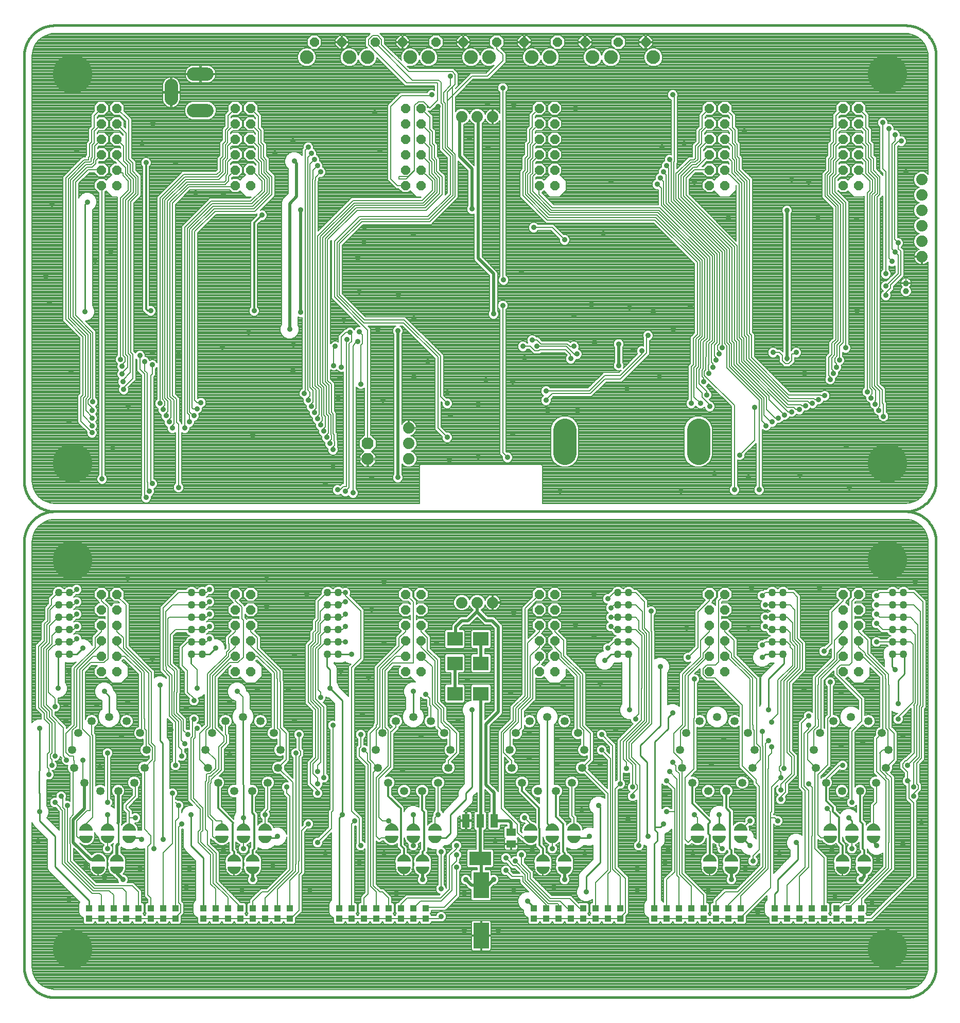
<source format=gbl>
G75*
%MOIN*%
%OFA0B0*%
%FSLAX25Y25*%
%IPPOS*%
%LPD*%
%AMOC8*
5,1,8,0,0,1.08239X$1,22.5*
%
%ADD10C,0.01600*%
%ADD11C,0.07400*%
%ADD12OC8,0.07600*%
%ADD13OC8,0.06000*%
%ADD14C,0.15000*%
%ADD15C,0.03969*%
%ADD16C,0.08600*%
%ADD17C,0.08850*%
%ADD18C,0.05307*%
%ADD19R,0.09843X0.09055*%
%ADD20R,0.09843X0.16929*%
%ADD21R,0.05906X0.05118*%
%ADD22R,0.04800X0.08800*%
%ADD23R,0.14173X0.08661*%
%ADD24R,0.02500X0.02500*%
%ADD25C,0.00800*%
%ADD26C,0.05000*%
%ADD27R,0.05000X0.02500*%
%ADD28C,0.00500*%
%ADD29R,0.04331X0.03937*%
%ADD30C,0.03569*%
%ADD31C,0.02000*%
%ADD32C,0.25400*%
%ADD33C,0.01000*%
%ADD34C,0.01200*%
%ADD35C,0.01100*%
D10*
X0001800Y0021485D02*
X0001800Y0297076D01*
X0001806Y0297552D01*
X0001823Y0298027D01*
X0001852Y0298502D01*
X0001892Y0298976D01*
X0001944Y0299449D01*
X0002007Y0299920D01*
X0002081Y0300390D01*
X0002167Y0300858D01*
X0002264Y0301324D01*
X0002372Y0301787D01*
X0002491Y0302247D01*
X0002622Y0302705D01*
X0002763Y0303159D01*
X0002916Y0303610D01*
X0003079Y0304056D01*
X0003253Y0304499D01*
X0003438Y0304937D01*
X0003633Y0305371D01*
X0003839Y0305800D01*
X0004055Y0306224D01*
X0004281Y0306643D01*
X0004517Y0307056D01*
X0004763Y0307463D01*
X0005019Y0307864D01*
X0005285Y0308258D01*
X0005560Y0308647D01*
X0005844Y0309028D01*
X0006137Y0309402D01*
X0006439Y0309770D01*
X0006751Y0310130D01*
X0007070Y0310482D01*
X0007398Y0310826D01*
X0007735Y0311163D01*
X0008079Y0311491D01*
X0008431Y0311810D01*
X0008791Y0312122D01*
X0009159Y0312424D01*
X0009533Y0312717D01*
X0009914Y0313001D01*
X0010303Y0313276D01*
X0010697Y0313542D01*
X0011098Y0313798D01*
X0011505Y0314044D01*
X0011918Y0314280D01*
X0012337Y0314506D01*
X0012761Y0314722D01*
X0013190Y0314928D01*
X0013624Y0315123D01*
X0014062Y0315308D01*
X0014505Y0315482D01*
X0014951Y0315645D01*
X0015402Y0315798D01*
X0015856Y0315939D01*
X0016314Y0316070D01*
X0016774Y0316189D01*
X0017237Y0316297D01*
X0017703Y0316394D01*
X0018171Y0316480D01*
X0018641Y0316554D01*
X0019112Y0316617D01*
X0019585Y0316669D01*
X0020059Y0316709D01*
X0020534Y0316738D01*
X0021009Y0316755D01*
X0021485Y0316761D01*
X0572666Y0316761D01*
X0573142Y0316755D01*
X0573617Y0316738D01*
X0574092Y0316709D01*
X0574566Y0316669D01*
X0575039Y0316617D01*
X0575510Y0316554D01*
X0575980Y0316480D01*
X0576448Y0316394D01*
X0576914Y0316297D01*
X0577377Y0316189D01*
X0577837Y0316070D01*
X0578295Y0315939D01*
X0578749Y0315798D01*
X0579200Y0315645D01*
X0579646Y0315482D01*
X0580089Y0315308D01*
X0580527Y0315123D01*
X0580961Y0314928D01*
X0581390Y0314722D01*
X0581814Y0314506D01*
X0582233Y0314280D01*
X0582646Y0314044D01*
X0583053Y0313798D01*
X0583454Y0313542D01*
X0583848Y0313276D01*
X0584237Y0313001D01*
X0584618Y0312717D01*
X0584992Y0312424D01*
X0585360Y0312122D01*
X0585720Y0311810D01*
X0586072Y0311491D01*
X0586416Y0311163D01*
X0586753Y0310826D01*
X0587081Y0310482D01*
X0587400Y0310130D01*
X0587712Y0309770D01*
X0588014Y0309402D01*
X0588307Y0309028D01*
X0588591Y0308647D01*
X0588866Y0308258D01*
X0589132Y0307864D01*
X0589388Y0307463D01*
X0589634Y0307056D01*
X0589870Y0306643D01*
X0590096Y0306224D01*
X0590312Y0305800D01*
X0590518Y0305371D01*
X0590713Y0304937D01*
X0590898Y0304499D01*
X0591072Y0304056D01*
X0591235Y0303610D01*
X0591388Y0303159D01*
X0591529Y0302705D01*
X0591660Y0302247D01*
X0591779Y0301787D01*
X0591887Y0301324D01*
X0591984Y0300858D01*
X0592070Y0300390D01*
X0592144Y0299920D01*
X0592207Y0299449D01*
X0592259Y0298976D01*
X0592299Y0298502D01*
X0592328Y0298027D01*
X0592345Y0297552D01*
X0592351Y0297076D01*
X0592351Y0021485D01*
X0592345Y0021009D01*
X0592328Y0020534D01*
X0592299Y0020059D01*
X0592259Y0019585D01*
X0592207Y0019112D01*
X0592144Y0018641D01*
X0592070Y0018171D01*
X0591984Y0017703D01*
X0591887Y0017237D01*
X0591779Y0016774D01*
X0591660Y0016314D01*
X0591529Y0015856D01*
X0591388Y0015402D01*
X0591235Y0014951D01*
X0591072Y0014505D01*
X0590898Y0014062D01*
X0590713Y0013624D01*
X0590518Y0013190D01*
X0590312Y0012761D01*
X0590096Y0012337D01*
X0589870Y0011918D01*
X0589634Y0011505D01*
X0589388Y0011098D01*
X0589132Y0010697D01*
X0588866Y0010303D01*
X0588591Y0009914D01*
X0588307Y0009533D01*
X0588014Y0009159D01*
X0587712Y0008791D01*
X0587400Y0008431D01*
X0587081Y0008079D01*
X0586753Y0007735D01*
X0586416Y0007398D01*
X0586072Y0007070D01*
X0585720Y0006751D01*
X0585360Y0006439D01*
X0584992Y0006137D01*
X0584618Y0005844D01*
X0584237Y0005560D01*
X0583848Y0005285D01*
X0583454Y0005019D01*
X0583053Y0004763D01*
X0582646Y0004517D01*
X0582233Y0004281D01*
X0581814Y0004055D01*
X0581390Y0003839D01*
X0580961Y0003633D01*
X0580527Y0003438D01*
X0580089Y0003253D01*
X0579646Y0003079D01*
X0579200Y0002916D01*
X0578749Y0002763D01*
X0578295Y0002622D01*
X0577837Y0002491D01*
X0577377Y0002372D01*
X0576914Y0002264D01*
X0576448Y0002167D01*
X0575980Y0002081D01*
X0575510Y0002007D01*
X0575039Y0001944D01*
X0574566Y0001892D01*
X0574092Y0001852D01*
X0573617Y0001823D01*
X0573142Y0001806D01*
X0572666Y0001800D01*
X0021485Y0001800D01*
X0021009Y0001806D01*
X0020534Y0001823D01*
X0020059Y0001852D01*
X0019585Y0001892D01*
X0019112Y0001944D01*
X0018641Y0002007D01*
X0018171Y0002081D01*
X0017703Y0002167D01*
X0017237Y0002264D01*
X0016774Y0002372D01*
X0016314Y0002491D01*
X0015856Y0002622D01*
X0015402Y0002763D01*
X0014951Y0002916D01*
X0014505Y0003079D01*
X0014062Y0003253D01*
X0013624Y0003438D01*
X0013190Y0003633D01*
X0012761Y0003839D01*
X0012337Y0004055D01*
X0011918Y0004281D01*
X0011505Y0004517D01*
X0011098Y0004763D01*
X0010697Y0005019D01*
X0010303Y0005285D01*
X0009914Y0005560D01*
X0009533Y0005844D01*
X0009159Y0006137D01*
X0008791Y0006439D01*
X0008431Y0006751D01*
X0008079Y0007070D01*
X0007735Y0007398D01*
X0007398Y0007735D01*
X0007070Y0008079D01*
X0006751Y0008431D01*
X0006439Y0008791D01*
X0006137Y0009159D01*
X0005844Y0009533D01*
X0005560Y0009914D01*
X0005285Y0010303D01*
X0005019Y0010697D01*
X0004763Y0011098D01*
X0004517Y0011505D01*
X0004281Y0011918D01*
X0004055Y0012337D01*
X0003839Y0012761D01*
X0003633Y0013190D01*
X0003438Y0013624D01*
X0003253Y0014062D01*
X0003079Y0014505D01*
X0002916Y0014951D01*
X0002763Y0015402D01*
X0002622Y0015856D01*
X0002491Y0016314D01*
X0002372Y0016774D01*
X0002264Y0017237D01*
X0002167Y0017703D01*
X0002081Y0018171D01*
X0002007Y0018641D01*
X0001944Y0019112D01*
X0001892Y0019585D01*
X0001852Y0020059D01*
X0001823Y0020534D01*
X0001806Y0021009D01*
X0001800Y0021485D01*
X0001800Y0336446D02*
X0001800Y0612036D01*
X0001806Y0612512D01*
X0001823Y0612987D01*
X0001852Y0613462D01*
X0001892Y0613936D01*
X0001944Y0614409D01*
X0002007Y0614880D01*
X0002081Y0615350D01*
X0002167Y0615818D01*
X0002264Y0616284D01*
X0002372Y0616747D01*
X0002491Y0617207D01*
X0002622Y0617665D01*
X0002763Y0618119D01*
X0002916Y0618570D01*
X0003079Y0619016D01*
X0003253Y0619459D01*
X0003438Y0619897D01*
X0003633Y0620331D01*
X0003839Y0620760D01*
X0004055Y0621184D01*
X0004281Y0621603D01*
X0004517Y0622016D01*
X0004763Y0622423D01*
X0005019Y0622824D01*
X0005285Y0623218D01*
X0005560Y0623607D01*
X0005844Y0623988D01*
X0006137Y0624362D01*
X0006439Y0624730D01*
X0006751Y0625090D01*
X0007070Y0625442D01*
X0007398Y0625786D01*
X0007735Y0626123D01*
X0008079Y0626451D01*
X0008431Y0626770D01*
X0008791Y0627082D01*
X0009159Y0627384D01*
X0009533Y0627677D01*
X0009914Y0627961D01*
X0010303Y0628236D01*
X0010697Y0628502D01*
X0011098Y0628758D01*
X0011505Y0629004D01*
X0011918Y0629240D01*
X0012337Y0629466D01*
X0012761Y0629682D01*
X0013190Y0629888D01*
X0013624Y0630083D01*
X0014062Y0630268D01*
X0014505Y0630442D01*
X0014951Y0630605D01*
X0015402Y0630758D01*
X0015856Y0630899D01*
X0016314Y0631030D01*
X0016774Y0631149D01*
X0017237Y0631257D01*
X0017703Y0631354D01*
X0018171Y0631440D01*
X0018641Y0631514D01*
X0019112Y0631577D01*
X0019585Y0631629D01*
X0020059Y0631669D01*
X0020534Y0631698D01*
X0021009Y0631715D01*
X0021485Y0631721D01*
X0572666Y0631721D01*
X0573142Y0631715D01*
X0573617Y0631698D01*
X0574092Y0631669D01*
X0574566Y0631629D01*
X0575039Y0631577D01*
X0575510Y0631514D01*
X0575980Y0631440D01*
X0576448Y0631354D01*
X0576914Y0631257D01*
X0577377Y0631149D01*
X0577837Y0631030D01*
X0578295Y0630899D01*
X0578749Y0630758D01*
X0579200Y0630605D01*
X0579646Y0630442D01*
X0580089Y0630268D01*
X0580527Y0630083D01*
X0580961Y0629888D01*
X0581390Y0629682D01*
X0581814Y0629466D01*
X0582233Y0629240D01*
X0582646Y0629004D01*
X0583053Y0628758D01*
X0583454Y0628502D01*
X0583848Y0628236D01*
X0584237Y0627961D01*
X0584618Y0627677D01*
X0584992Y0627384D01*
X0585360Y0627082D01*
X0585720Y0626770D01*
X0586072Y0626451D01*
X0586416Y0626123D01*
X0586753Y0625786D01*
X0587081Y0625442D01*
X0587400Y0625090D01*
X0587712Y0624730D01*
X0588014Y0624362D01*
X0588307Y0623988D01*
X0588591Y0623607D01*
X0588866Y0623218D01*
X0589132Y0622824D01*
X0589388Y0622423D01*
X0589634Y0622016D01*
X0589870Y0621603D01*
X0590096Y0621184D01*
X0590312Y0620760D01*
X0590518Y0620331D01*
X0590713Y0619897D01*
X0590898Y0619459D01*
X0591072Y0619016D01*
X0591235Y0618570D01*
X0591388Y0618119D01*
X0591529Y0617665D01*
X0591660Y0617207D01*
X0591779Y0616747D01*
X0591887Y0616284D01*
X0591984Y0615818D01*
X0592070Y0615350D01*
X0592144Y0614880D01*
X0592207Y0614409D01*
X0592259Y0613936D01*
X0592299Y0613462D01*
X0592328Y0612987D01*
X0592345Y0612512D01*
X0592351Y0612036D01*
X0592351Y0336446D01*
X0592345Y0335970D01*
X0592328Y0335495D01*
X0592299Y0335020D01*
X0592259Y0334546D01*
X0592207Y0334073D01*
X0592144Y0333602D01*
X0592070Y0333132D01*
X0591984Y0332664D01*
X0591887Y0332198D01*
X0591779Y0331735D01*
X0591660Y0331275D01*
X0591529Y0330817D01*
X0591388Y0330363D01*
X0591235Y0329912D01*
X0591072Y0329466D01*
X0590898Y0329023D01*
X0590713Y0328585D01*
X0590518Y0328151D01*
X0590312Y0327722D01*
X0590096Y0327298D01*
X0589870Y0326879D01*
X0589634Y0326466D01*
X0589388Y0326059D01*
X0589132Y0325658D01*
X0588866Y0325264D01*
X0588591Y0324875D01*
X0588307Y0324494D01*
X0588014Y0324120D01*
X0587712Y0323752D01*
X0587400Y0323392D01*
X0587081Y0323040D01*
X0586753Y0322696D01*
X0586416Y0322359D01*
X0586072Y0322031D01*
X0585720Y0321712D01*
X0585360Y0321400D01*
X0584992Y0321098D01*
X0584618Y0320805D01*
X0584237Y0320521D01*
X0583848Y0320246D01*
X0583454Y0319980D01*
X0583053Y0319724D01*
X0582646Y0319478D01*
X0582233Y0319242D01*
X0581814Y0319016D01*
X0581390Y0318800D01*
X0580961Y0318594D01*
X0580527Y0318399D01*
X0580089Y0318214D01*
X0579646Y0318040D01*
X0579200Y0317877D01*
X0578749Y0317724D01*
X0578295Y0317583D01*
X0577837Y0317452D01*
X0577377Y0317333D01*
X0576914Y0317225D01*
X0576448Y0317128D01*
X0575980Y0317042D01*
X0575510Y0316968D01*
X0575039Y0316905D01*
X0574566Y0316853D01*
X0574092Y0316813D01*
X0573617Y0316784D01*
X0573142Y0316767D01*
X0572666Y0316761D01*
X0021485Y0316761D02*
X0021009Y0316767D01*
X0020534Y0316784D01*
X0020059Y0316813D01*
X0019585Y0316853D01*
X0019112Y0316905D01*
X0018641Y0316968D01*
X0018171Y0317042D01*
X0017703Y0317128D01*
X0017237Y0317225D01*
X0016774Y0317333D01*
X0016314Y0317452D01*
X0015856Y0317583D01*
X0015402Y0317724D01*
X0014951Y0317877D01*
X0014505Y0318040D01*
X0014062Y0318214D01*
X0013624Y0318399D01*
X0013190Y0318594D01*
X0012761Y0318800D01*
X0012337Y0319016D01*
X0011918Y0319242D01*
X0011505Y0319478D01*
X0011098Y0319724D01*
X0010697Y0319980D01*
X0010303Y0320246D01*
X0009914Y0320521D01*
X0009533Y0320805D01*
X0009159Y0321098D01*
X0008791Y0321400D01*
X0008431Y0321712D01*
X0008079Y0322031D01*
X0007735Y0322359D01*
X0007398Y0322696D01*
X0007070Y0323040D01*
X0006751Y0323392D01*
X0006439Y0323752D01*
X0006137Y0324120D01*
X0005844Y0324494D01*
X0005560Y0324875D01*
X0005285Y0325264D01*
X0005019Y0325658D01*
X0004763Y0326059D01*
X0004517Y0326466D01*
X0004281Y0326879D01*
X0004055Y0327298D01*
X0003839Y0327722D01*
X0003633Y0328151D01*
X0003438Y0328585D01*
X0003253Y0329023D01*
X0003079Y0329466D01*
X0002916Y0329912D01*
X0002763Y0330363D01*
X0002622Y0330817D01*
X0002491Y0331275D01*
X0002372Y0331735D01*
X0002264Y0332198D01*
X0002167Y0332664D01*
X0002081Y0333132D01*
X0002007Y0333602D01*
X0001944Y0334073D01*
X0001892Y0334546D01*
X0001852Y0335020D01*
X0001823Y0335495D01*
X0001806Y0335970D01*
X0001800Y0336446D01*
D11*
X0250800Y0350761D03*
X0250800Y0360761D03*
X0250800Y0370761D03*
X0285265Y0257706D03*
X0295265Y0257706D03*
X0305265Y0257706D03*
X0583178Y0481792D03*
X0583178Y0491792D03*
X0583178Y0501792D03*
X0583178Y0511792D03*
X0583178Y0521792D03*
X0583178Y0531792D03*
X0305265Y0572666D03*
X0295265Y0572666D03*
X0285265Y0572666D03*
D12*
X0224300Y0360761D03*
X0224300Y0350761D03*
D13*
X0248769Y0263020D03*
X0258769Y0263020D03*
X0258769Y0253020D03*
X0258769Y0243020D03*
X0248769Y0243020D03*
X0248769Y0253020D03*
X0248769Y0233020D03*
X0258769Y0233020D03*
X0258769Y0223020D03*
X0248769Y0223020D03*
X0248769Y0213020D03*
X0258769Y0213020D03*
X0335383Y0213020D03*
X0345383Y0213020D03*
X0345383Y0223020D03*
X0345383Y0233020D03*
X0335383Y0233020D03*
X0335383Y0223020D03*
X0335383Y0243020D03*
X0335383Y0253020D03*
X0345383Y0253020D03*
X0345383Y0243020D03*
X0345383Y0263020D03*
X0335383Y0263020D03*
X0445619Y0263020D03*
X0445619Y0253020D03*
X0445619Y0243020D03*
X0445619Y0233020D03*
X0445619Y0223020D03*
X0445619Y0213020D03*
X0455619Y0213020D03*
X0455619Y0223020D03*
X0455619Y0233020D03*
X0455619Y0243020D03*
X0455619Y0253020D03*
X0455619Y0263020D03*
X0532233Y0263020D03*
X0542233Y0263020D03*
X0542233Y0253020D03*
X0542233Y0243020D03*
X0532233Y0243020D03*
X0532233Y0253020D03*
X0532233Y0233020D03*
X0532233Y0223020D03*
X0542233Y0223020D03*
X0542233Y0233020D03*
X0542233Y0213020D03*
X0532233Y0213020D03*
X0532233Y0527981D03*
X0542233Y0527981D03*
X0542233Y0537981D03*
X0532233Y0537981D03*
X0532233Y0547981D03*
X0542233Y0547981D03*
X0542233Y0557981D03*
X0532233Y0557981D03*
X0532233Y0567981D03*
X0542233Y0567981D03*
X0542233Y0577981D03*
X0532233Y0577981D03*
X0455619Y0577981D03*
X0455619Y0567981D03*
X0455619Y0557981D03*
X0455619Y0547981D03*
X0455619Y0537981D03*
X0455619Y0527981D03*
X0445619Y0527981D03*
X0445619Y0537981D03*
X0445619Y0547981D03*
X0445619Y0557981D03*
X0445619Y0567981D03*
X0445619Y0577981D03*
X0404401Y0620873D03*
X0386601Y0620873D03*
X0365031Y0620873D03*
X0347231Y0620873D03*
X0325661Y0620873D03*
X0307861Y0620873D03*
X0286291Y0620873D03*
X0268491Y0620873D03*
X0246920Y0620873D03*
X0229120Y0620873D03*
X0207550Y0620873D03*
X0189750Y0620873D03*
X0148532Y0577981D03*
X0138532Y0577981D03*
X0138532Y0567981D03*
X0138532Y0557981D03*
X0138532Y0547981D03*
X0138532Y0537981D03*
X0138532Y0527981D03*
X0148532Y0527981D03*
X0148532Y0537981D03*
X0148532Y0547981D03*
X0148532Y0557981D03*
X0148532Y0567981D03*
X0061918Y0567981D03*
X0061918Y0557981D03*
X0051918Y0557981D03*
X0051918Y0567981D03*
X0051918Y0577981D03*
X0061918Y0577981D03*
X0061918Y0547981D03*
X0051918Y0547981D03*
X0051918Y0537981D03*
X0051918Y0527981D03*
X0061918Y0527981D03*
X0061918Y0537981D03*
X0248769Y0537981D03*
X0258769Y0537981D03*
X0258769Y0527981D03*
X0248769Y0527981D03*
X0248769Y0547981D03*
X0258769Y0547981D03*
X0258769Y0557981D03*
X0258769Y0567981D03*
X0248769Y0567981D03*
X0248769Y0557981D03*
X0248769Y0577981D03*
X0258769Y0577981D03*
X0335383Y0577981D03*
X0345383Y0577981D03*
X0345383Y0567981D03*
X0345383Y0557981D03*
X0345383Y0547981D03*
X0345383Y0537981D03*
X0345383Y0527981D03*
X0335383Y0527981D03*
X0335383Y0537981D03*
X0335383Y0547981D03*
X0335383Y0557981D03*
X0335383Y0567981D03*
X0148532Y0263020D03*
X0148532Y0253020D03*
X0148532Y0243020D03*
X0148532Y0233020D03*
X0148532Y0223020D03*
X0148532Y0213020D03*
X0138532Y0213020D03*
X0138532Y0223020D03*
X0138532Y0233020D03*
X0138532Y0243020D03*
X0138532Y0253020D03*
X0138532Y0263020D03*
X0061918Y0263020D03*
X0061918Y0253020D03*
X0061918Y0243020D03*
X0061918Y0233020D03*
X0061918Y0223020D03*
X0061918Y0213020D03*
X0051918Y0213020D03*
X0051918Y0223020D03*
X0051918Y0233020D03*
X0051918Y0243020D03*
X0051918Y0253020D03*
X0051918Y0263020D03*
D14*
X0351898Y0354520D02*
X0351898Y0369520D01*
X0438394Y0369520D02*
X0438394Y0354520D01*
D15*
X0572816Y0459552D03*
X0572816Y0464670D03*
D16*
X0120273Y0576603D02*
X0111673Y0576603D01*
X0097076Y0584114D02*
X0097076Y0592714D01*
X0111673Y0600225D02*
X0120273Y0600225D01*
D17*
X0184850Y0611073D03*
X0212450Y0611073D03*
X0224220Y0611073D03*
X0251820Y0611073D03*
X0263591Y0611073D03*
X0291191Y0611073D03*
X0302961Y0611073D03*
X0330561Y0611073D03*
X0342331Y0611073D03*
X0369931Y0611073D03*
X0381701Y0611073D03*
X0409301Y0611073D03*
D18*
X0450619Y0183650D03*
X0461944Y0180859D03*
X0470675Y0173124D03*
X0474811Y0162218D03*
X0473405Y0150639D03*
X0466779Y0141039D03*
X0456451Y0135619D03*
X0444787Y0135619D03*
X0434459Y0141039D03*
X0427833Y0150639D03*
X0426427Y0162218D03*
X0430563Y0173124D03*
X0439294Y0180859D03*
X0364575Y0162218D03*
X0360439Y0173124D03*
X0351708Y0180859D03*
X0340383Y0183650D03*
X0329057Y0180859D03*
X0320327Y0173124D03*
X0316191Y0162218D03*
X0317596Y0150639D03*
X0324222Y0141039D03*
X0334551Y0135619D03*
X0346215Y0135619D03*
X0356543Y0141039D03*
X0363169Y0150639D03*
X0277961Y0162218D03*
X0273824Y0173124D03*
X0265094Y0180859D03*
X0253769Y0183650D03*
X0242443Y0180859D03*
X0233713Y0173124D03*
X0229576Y0162218D03*
X0230982Y0150639D03*
X0237608Y0141039D03*
X0247937Y0135619D03*
X0259600Y0135619D03*
X0269929Y0141039D03*
X0276555Y0150639D03*
X0167724Y0162218D03*
X0163588Y0173124D03*
X0154857Y0180859D03*
X0143532Y0183650D03*
X0132207Y0180859D03*
X0123476Y0173124D03*
X0119340Y0162218D03*
X0120746Y0150639D03*
X0127372Y0141039D03*
X0137700Y0135619D03*
X0149364Y0135619D03*
X0159693Y0141039D03*
X0166319Y0150639D03*
X0081110Y0162218D03*
X0076974Y0173124D03*
X0068243Y0180859D03*
X0056918Y0183650D03*
X0045593Y0180859D03*
X0036862Y0173124D03*
X0032726Y0162218D03*
X0034132Y0150639D03*
X0040758Y0141039D03*
X0051086Y0135619D03*
X0062750Y0135619D03*
X0073078Y0141039D03*
X0079704Y0150639D03*
X0513041Y0162218D03*
X0517177Y0173124D03*
X0525908Y0180859D03*
X0537233Y0183650D03*
X0548558Y0180859D03*
X0557289Y0173124D03*
X0561425Y0162218D03*
X0560019Y0150639D03*
X0553393Y0141039D03*
X0543065Y0135619D03*
X0531401Y0135619D03*
X0521073Y0141039D03*
X0514447Y0150639D03*
D19*
X0297666Y0198650D03*
X0280737Y0198650D03*
X0280737Y0218335D03*
X0280737Y0234083D03*
X0297666Y0234083D03*
X0297666Y0218335D03*
D20*
X0297800Y0074469D03*
X0297800Y0041792D03*
D21*
X0317139Y0101288D03*
X0317139Y0108769D03*
D22*
X0306176Y0116362D03*
X0297076Y0116362D03*
X0287976Y0116362D03*
D23*
X0297076Y0091961D03*
D24*
X0385800Y0224131D03*
X0385800Y0232131D03*
X0385800Y0240131D03*
X0385800Y0248131D03*
X0385800Y0256131D03*
X0385800Y0264131D03*
X0393800Y0264131D03*
X0393800Y0256131D03*
X0393800Y0248131D03*
X0393800Y0240131D03*
X0393800Y0232131D03*
X0393800Y0224131D03*
X0485800Y0224131D03*
X0485800Y0232131D03*
X0485800Y0240131D03*
X0493800Y0240131D03*
X0493800Y0232131D03*
X0493800Y0224131D03*
X0493800Y0248131D03*
X0493800Y0256131D03*
X0493800Y0264131D03*
X0485800Y0264131D03*
X0485800Y0256131D03*
X0485800Y0248131D03*
X0563800Y0248131D03*
X0563800Y0256131D03*
X0563800Y0264131D03*
X0571800Y0264131D03*
X0571800Y0256131D03*
X0571800Y0248131D03*
X0571800Y0240131D03*
X0563800Y0240131D03*
X0563800Y0232131D03*
X0571800Y0232131D03*
X0571800Y0224131D03*
X0563800Y0224131D03*
X0205800Y0224131D03*
X0205800Y0232131D03*
X0205800Y0240131D03*
X0205800Y0248131D03*
X0205800Y0256131D03*
X0205800Y0264131D03*
X0197800Y0264131D03*
X0197800Y0256131D03*
X0197800Y0248131D03*
X0197800Y0240131D03*
X0197800Y0232131D03*
X0197800Y0224131D03*
X0117800Y0224131D03*
X0117800Y0232131D03*
X0117800Y0240131D03*
X0109800Y0240131D03*
X0109800Y0232131D03*
X0109800Y0224131D03*
X0109800Y0248131D03*
X0109800Y0256131D03*
X0109800Y0264131D03*
X0117800Y0264131D03*
X0117800Y0256131D03*
X0117800Y0248131D03*
X0031800Y0248131D03*
X0031800Y0256131D03*
X0031800Y0264131D03*
X0023800Y0264131D03*
X0023800Y0256131D03*
X0023800Y0248131D03*
X0023800Y0240131D03*
X0023800Y0232131D03*
X0023800Y0224131D03*
X0031800Y0224131D03*
X0031800Y0232131D03*
X0031800Y0240131D03*
D25*
X0009220Y0013779D02*
X0011243Y0011243D01*
X0013779Y0009220D01*
X0016701Y0007813D01*
X0019863Y0007091D01*
X0021485Y0007000D01*
X0572666Y0007000D01*
X0574288Y0007091D01*
X0577450Y0007813D01*
X0580373Y0009220D01*
X0582909Y0011243D01*
X0584931Y0013779D01*
X0584931Y0013779D01*
X0586338Y0016701D01*
X0587060Y0019863D01*
X0587151Y0021485D01*
X0587151Y0297076D01*
X0587060Y0298697D01*
X0586338Y0301860D01*
X0584931Y0304782D01*
X0582909Y0307318D01*
X0580373Y0309340D01*
X0577450Y0310748D01*
X0574288Y0311470D01*
X0572666Y0311561D01*
X0021485Y0311561D01*
X0019863Y0311470D01*
X0016701Y0310748D01*
X0013779Y0309340D01*
X0011243Y0307318D01*
X0009220Y0304782D01*
X0007813Y0301860D01*
X0007091Y0298697D01*
X0007000Y0297076D01*
X0007000Y0179987D01*
X0008333Y0181320D01*
X0010582Y0182252D01*
X0013000Y0182252D01*
X0013000Y0185094D01*
X0009279Y0188815D01*
X0009279Y0230122D01*
X0013000Y0233844D01*
X0013000Y0244685D01*
X0014172Y0245856D01*
X0014172Y0245856D01*
X0015069Y0246753D01*
X0015069Y0254491D01*
X0016240Y0255662D01*
X0016240Y0255662D01*
X0017669Y0257091D01*
X0017669Y0260828D01*
X0020200Y0263359D01*
X0020200Y0264946D01*
X0020824Y0266453D01*
X0021978Y0267607D01*
X0023484Y0268231D01*
X0025116Y0268231D01*
X0026622Y0267607D01*
X0027776Y0266453D01*
X0027800Y0266395D01*
X0027824Y0266453D01*
X0028978Y0267607D01*
X0030484Y0268231D01*
X0032116Y0268231D01*
X0032876Y0267916D01*
X0032931Y0268048D01*
X0033883Y0269000D01*
X0035127Y0269515D01*
X0036473Y0269515D01*
X0037717Y0269000D01*
X0038669Y0268048D01*
X0039184Y0266804D01*
X0039184Y0265458D01*
X0038669Y0264214D01*
X0037717Y0263262D01*
X0036473Y0262746D01*
X0035244Y0262746D01*
X0035108Y0262610D01*
X0034776Y0261808D01*
X0034027Y0261059D01*
X0035127Y0261515D01*
X0036473Y0261515D01*
X0037717Y0261000D01*
X0038669Y0260048D01*
X0039184Y0258804D01*
X0039184Y0257458D01*
X0038669Y0256214D01*
X0037717Y0255262D01*
X0036473Y0254746D01*
X0035244Y0254746D01*
X0035108Y0254610D01*
X0034776Y0253808D01*
X0034027Y0253059D01*
X0035127Y0253515D01*
X0036473Y0253515D01*
X0037717Y0253000D01*
X0038669Y0252048D01*
X0039184Y0250804D01*
X0039184Y0249458D01*
X0038669Y0248214D01*
X0037717Y0247262D01*
X0036473Y0246746D01*
X0035244Y0246746D01*
X0035108Y0246610D01*
X0034776Y0245808D01*
X0034027Y0245059D01*
X0035127Y0245515D01*
X0036473Y0245515D01*
X0037717Y0245000D01*
X0038669Y0244048D01*
X0039184Y0242804D01*
X0039184Y0241458D01*
X0038669Y0240214D01*
X0037717Y0239262D01*
X0036473Y0238746D01*
X0035244Y0238746D01*
X0035108Y0238610D01*
X0034776Y0237808D01*
X0034027Y0237059D01*
X0035127Y0237515D01*
X0036473Y0237515D01*
X0037717Y0237000D01*
X0038669Y0236048D01*
X0039184Y0234804D01*
X0039184Y0234252D01*
X0041018Y0234252D01*
X0043267Y0233320D01*
X0044989Y0231598D01*
X0045718Y0229839D01*
X0045718Y0235589D01*
X0046890Y0236760D01*
X0049281Y0239152D01*
X0047318Y0241115D01*
X0047318Y0244926D01*
X0050013Y0247620D01*
X0053823Y0247620D01*
X0054118Y0247326D01*
X0054118Y0248715D01*
X0053823Y0248420D01*
X0050013Y0248420D01*
X0047318Y0251115D01*
X0047318Y0254926D01*
X0050013Y0257620D01*
X0050429Y0257620D01*
X0049918Y0258132D01*
X0049918Y0258515D01*
X0047318Y0261115D01*
X0047318Y0264926D01*
X0050013Y0267620D01*
X0053823Y0267620D01*
X0056518Y0264926D01*
X0056518Y0261115D01*
X0054555Y0259152D01*
X0056947Y0256760D01*
X0058049Y0255657D01*
X0060013Y0257620D01*
X0063482Y0257620D01*
X0062682Y0258420D01*
X0060013Y0258420D01*
X0057318Y0261115D01*
X0057318Y0264926D01*
X0060013Y0267620D01*
X0063823Y0267620D01*
X0066518Y0264926D01*
X0066518Y0261115D01*
X0066081Y0260678D01*
X0068628Y0258131D01*
X0069800Y0256959D01*
X0069800Y0229747D01*
X0084856Y0214691D01*
X0086028Y0213520D01*
X0086028Y0209015D01*
X0086333Y0209320D01*
X0088582Y0210252D01*
X0091018Y0210252D01*
X0093267Y0209320D01*
X0093921Y0208666D01*
X0093921Y0209181D01*
X0090972Y0212131D01*
X0089800Y0213302D01*
X0089800Y0254959D01*
X0099800Y0264959D01*
X0100972Y0266131D01*
X0106691Y0266131D01*
X0106824Y0266453D01*
X0107978Y0267607D01*
X0109484Y0268231D01*
X0111116Y0268231D01*
X0112622Y0267607D01*
X0113776Y0266453D01*
X0113800Y0266395D01*
X0113824Y0266453D01*
X0114978Y0267607D01*
X0116484Y0268231D01*
X0118116Y0268231D01*
X0118876Y0267916D01*
X0118931Y0268048D01*
X0119883Y0269000D01*
X0121127Y0269515D01*
X0122473Y0269515D01*
X0123717Y0269000D01*
X0124669Y0268048D01*
X0125184Y0266804D01*
X0125184Y0265458D01*
X0124669Y0264214D01*
X0123717Y0263262D01*
X0122473Y0262746D01*
X0121244Y0262746D01*
X0121108Y0262610D01*
X0120776Y0261808D01*
X0120027Y0261059D01*
X0121127Y0261515D01*
X0122473Y0261515D01*
X0123717Y0261000D01*
X0124669Y0260048D01*
X0125184Y0258804D01*
X0125184Y0257458D01*
X0124669Y0256214D01*
X0123717Y0255262D01*
X0122473Y0254746D01*
X0121244Y0254746D01*
X0121108Y0254610D01*
X0120776Y0253808D01*
X0120027Y0253059D01*
X0121127Y0253515D01*
X0122473Y0253515D01*
X0123717Y0253000D01*
X0124669Y0252048D01*
X0125184Y0250804D01*
X0125184Y0249458D01*
X0124669Y0248214D01*
X0123717Y0247262D01*
X0122473Y0246746D01*
X0121244Y0246746D01*
X0121108Y0246610D01*
X0120776Y0245808D01*
X0120027Y0245059D01*
X0121127Y0245515D01*
X0122473Y0245515D01*
X0123717Y0245000D01*
X0124669Y0244048D01*
X0125184Y0242804D01*
X0125184Y0241458D01*
X0124669Y0240214D01*
X0123717Y0239262D01*
X0122473Y0238746D01*
X0121244Y0238746D01*
X0121108Y0238610D01*
X0120776Y0237808D01*
X0120027Y0237059D01*
X0121127Y0237515D01*
X0122473Y0237515D01*
X0123717Y0237000D01*
X0124669Y0236048D01*
X0125184Y0234804D01*
X0125184Y0234252D01*
X0127018Y0234252D01*
X0129267Y0233320D01*
X0130989Y0231598D01*
X0131921Y0229348D01*
X0131921Y0227440D01*
X0132620Y0228139D01*
X0132620Y0230165D01*
X0132332Y0230452D01*
X0132332Y0235589D01*
X0135896Y0239152D01*
X0133932Y0241115D01*
X0133932Y0244926D01*
X0136627Y0247620D01*
X0140438Y0247620D01*
X0140732Y0247326D01*
X0140732Y0248715D01*
X0140438Y0248420D01*
X0136627Y0248420D01*
X0133932Y0251115D01*
X0133932Y0254926D01*
X0136627Y0257620D01*
X0137044Y0257620D01*
X0136532Y0258132D01*
X0136532Y0258515D01*
X0133932Y0261115D01*
X0133932Y0264926D01*
X0136627Y0267620D01*
X0140438Y0267620D01*
X0143132Y0264926D01*
X0143132Y0261115D01*
X0141169Y0259152D01*
X0143561Y0256760D01*
X0144664Y0255657D01*
X0146627Y0257620D01*
X0150438Y0257620D01*
X0153132Y0254926D01*
X0153132Y0251115D01*
X0150438Y0248420D01*
X0146627Y0248420D01*
X0144732Y0250315D01*
X0144732Y0248027D01*
X0145800Y0246959D01*
X0145800Y0246794D01*
X0146627Y0247620D01*
X0150438Y0247620D01*
X0153132Y0244926D01*
X0153132Y0241115D01*
X0151169Y0239152D01*
X0153561Y0236760D01*
X0154732Y0235589D01*
X0154732Y0228552D01*
X0169400Y0213885D01*
X0169400Y0207359D01*
X0169800Y0206959D01*
X0169800Y0177453D01*
X0172406Y0174847D01*
X0173578Y0173675D01*
X0173578Y0155070D01*
X0170402Y0151894D01*
X0170572Y0151485D01*
X0170572Y0149792D01*
X0170402Y0149383D01*
X0175800Y0143985D01*
X0175800Y0157345D01*
X0174931Y0158214D01*
X0174416Y0159458D01*
X0174416Y0160804D01*
X0174931Y0162048D01*
X0175883Y0163000D01*
X0177127Y0163515D01*
X0177800Y0163515D01*
X0177800Y0169345D01*
X0176931Y0170214D01*
X0176416Y0171458D01*
X0176416Y0172804D01*
X0176931Y0174048D01*
X0177883Y0175000D01*
X0179127Y0175515D01*
X0180473Y0175515D01*
X0181717Y0175000D01*
X0182669Y0174048D01*
X0183184Y0172804D01*
X0183184Y0171458D01*
X0182669Y0170214D01*
X0181800Y0169345D01*
X0181800Y0163180D01*
X0182784Y0162195D01*
X0182784Y0158066D01*
X0181800Y0157082D01*
X0181800Y0112959D01*
X0182416Y0113575D01*
X0182416Y0114804D01*
X0182931Y0116048D01*
X0183883Y0117000D01*
X0185127Y0117515D01*
X0186473Y0117515D01*
X0187717Y0117000D01*
X0188669Y0116048D01*
X0189184Y0114804D01*
X0189184Y0113458D01*
X0188669Y0112214D01*
X0187717Y0111262D01*
X0186473Y0110746D01*
X0185244Y0110746D01*
X0183400Y0108902D01*
X0183400Y0082114D01*
X0182228Y0080942D01*
X0181800Y0080514D01*
X0181800Y0057302D01*
X0180628Y0056131D01*
X0177565Y0053068D01*
X0177565Y0050153D01*
X0176628Y0049216D01*
X0170972Y0049216D01*
X0170035Y0050153D01*
X0170035Y0050784D01*
X0169565Y0050784D01*
X0169565Y0050153D01*
X0168628Y0049216D01*
X0162972Y0049216D01*
X0162035Y0050153D01*
X0162035Y0050784D01*
X0161565Y0050784D01*
X0161565Y0050153D01*
X0160628Y0049216D01*
X0154972Y0049216D01*
X0154035Y0050153D01*
X0154035Y0050784D01*
X0153565Y0050784D01*
X0153565Y0050153D01*
X0152628Y0049216D01*
X0146972Y0049216D01*
X0146035Y0050153D01*
X0146035Y0050784D01*
X0145565Y0050784D01*
X0145565Y0050153D01*
X0144628Y0049216D01*
X0138972Y0049216D01*
X0138035Y0050153D01*
X0138035Y0050784D01*
X0137565Y0050784D01*
X0137565Y0050153D01*
X0136628Y0049216D01*
X0130972Y0049216D01*
X0130035Y0050153D01*
X0130035Y0050784D01*
X0129565Y0050784D01*
X0129565Y0050153D01*
X0128628Y0049216D01*
X0122972Y0049216D01*
X0122035Y0050153D01*
X0122035Y0050784D01*
X0121565Y0050784D01*
X0121565Y0050153D01*
X0120628Y0049216D01*
X0114972Y0049216D01*
X0114035Y0050153D01*
X0114035Y0053477D01*
X0113178Y0053832D01*
X0111958Y0055052D01*
X0111298Y0056646D01*
X0111298Y0062308D01*
X0111958Y0063902D01*
X0112963Y0064907D01*
X0112963Y0090127D01*
X0107060Y0096030D01*
X0105699Y0097391D01*
X0104963Y0099169D01*
X0104963Y0110949D01*
X0104473Y0110746D01*
X0103800Y0110746D01*
X0103800Y0064136D01*
X0105165Y0062771D01*
X0105165Y0056183D01*
X0103565Y0054583D01*
X0103565Y0050153D01*
X0102628Y0049216D01*
X0096972Y0049216D01*
X0096035Y0050153D01*
X0096035Y0050784D01*
X0095565Y0050784D01*
X0095565Y0050153D01*
X0094628Y0049216D01*
X0088972Y0049216D01*
X0088035Y0050153D01*
X0088035Y0050784D01*
X0087565Y0050784D01*
X0087565Y0050153D01*
X0086628Y0049216D01*
X0080972Y0049216D01*
X0080035Y0050153D01*
X0080035Y0050784D01*
X0079565Y0050784D01*
X0079565Y0050153D01*
X0078628Y0049216D01*
X0072972Y0049216D01*
X0072035Y0050153D01*
X0072035Y0050784D01*
X0071565Y0050784D01*
X0071565Y0050153D01*
X0070628Y0049216D01*
X0064972Y0049216D01*
X0064035Y0050153D01*
X0064035Y0050784D01*
X0063565Y0050784D01*
X0063565Y0050153D01*
X0062628Y0049216D01*
X0056972Y0049216D01*
X0056035Y0050153D01*
X0056035Y0050784D01*
X0055565Y0050784D01*
X0055565Y0050153D01*
X0054628Y0049216D01*
X0048972Y0049216D01*
X0048035Y0050153D01*
X0048035Y0050784D01*
X0047565Y0050784D01*
X0047565Y0050153D01*
X0046628Y0049216D01*
X0040972Y0049216D01*
X0040035Y0050153D01*
X0040035Y0053477D01*
X0039178Y0053832D01*
X0037958Y0055052D01*
X0037298Y0056646D01*
X0037298Y0062308D01*
X0037841Y0063620D01*
X0019023Y0082438D01*
X0017662Y0083799D01*
X0016926Y0085577D01*
X0016926Y0104164D01*
X0009060Y0112030D01*
X0007699Y0113391D01*
X0007000Y0115079D01*
X0007000Y0021485D01*
X0007091Y0019863D01*
X0007813Y0016701D01*
X0009220Y0013779D01*
X0009053Y0014125D02*
X0585098Y0014125D01*
X0585482Y0014923D02*
X0008669Y0014923D01*
X0008284Y0015722D02*
X0585867Y0015722D01*
X0586251Y0016520D02*
X0007900Y0016520D01*
X0007672Y0017319D02*
X0586479Y0017319D01*
X0586662Y0018117D02*
X0007490Y0018117D01*
X0007307Y0018916D02*
X0586844Y0018916D01*
X0587026Y0019714D02*
X0007125Y0019714D01*
X0007055Y0020513D02*
X0587097Y0020513D01*
X0587141Y0021311D02*
X0007010Y0021311D01*
X0007000Y0022110D02*
X0587151Y0022110D01*
X0587151Y0022908D02*
X0007000Y0022908D01*
X0007000Y0023707D02*
X0587151Y0023707D01*
X0587151Y0024505D02*
X0007000Y0024505D01*
X0007000Y0025304D02*
X0587151Y0025304D01*
X0587151Y0026103D02*
X0007000Y0026103D01*
X0007000Y0026901D02*
X0587151Y0026901D01*
X0587151Y0027700D02*
X0007000Y0027700D01*
X0007000Y0028498D02*
X0587151Y0028498D01*
X0587151Y0029297D02*
X0007000Y0029297D01*
X0007000Y0030095D02*
X0587151Y0030095D01*
X0587151Y0030894D02*
X0007000Y0030894D01*
X0007000Y0031692D02*
X0587151Y0031692D01*
X0587151Y0032491D02*
X0303855Y0032491D01*
X0303842Y0032468D02*
X0304026Y0032787D01*
X0304121Y0033143D01*
X0304121Y0041392D01*
X0298200Y0041392D01*
X0298200Y0031928D01*
X0302906Y0031928D01*
X0303262Y0032023D01*
X0303581Y0032207D01*
X0303842Y0032468D01*
X0304121Y0033289D02*
X0587151Y0033289D01*
X0587151Y0034088D02*
X0304121Y0034088D01*
X0304121Y0034886D02*
X0587151Y0034886D01*
X0587151Y0035685D02*
X0304121Y0035685D01*
X0304121Y0036483D02*
X0587151Y0036483D01*
X0587151Y0037282D02*
X0304121Y0037282D01*
X0304121Y0038080D02*
X0587151Y0038080D01*
X0587151Y0038879D02*
X0304121Y0038879D01*
X0304121Y0039677D02*
X0587151Y0039677D01*
X0587151Y0040476D02*
X0304121Y0040476D01*
X0304121Y0041274D02*
X0587151Y0041274D01*
X0587151Y0042073D02*
X0298200Y0042073D01*
X0298200Y0042192D02*
X0304121Y0042192D01*
X0304121Y0050441D01*
X0304026Y0050797D01*
X0303842Y0051116D01*
X0303581Y0051377D01*
X0303262Y0051561D01*
X0302906Y0051657D01*
X0298200Y0051657D01*
X0298200Y0042192D01*
X0298200Y0041392D01*
X0297400Y0041392D01*
X0297400Y0031928D01*
X0292694Y0031928D01*
X0292338Y0032023D01*
X0292019Y0032207D01*
X0291758Y0032468D01*
X0291574Y0032787D01*
X0291479Y0033143D01*
X0291479Y0041392D01*
X0297400Y0041392D01*
X0297400Y0042192D01*
X0291479Y0042192D01*
X0291479Y0050441D01*
X0291574Y0050797D01*
X0291758Y0051116D01*
X0292019Y0051377D01*
X0292338Y0051561D01*
X0292694Y0051657D01*
X0297400Y0051657D01*
X0297400Y0042192D01*
X0298200Y0042192D01*
X0298200Y0042871D02*
X0297400Y0042871D01*
X0297400Y0042073D02*
X0007000Y0042073D01*
X0007000Y0042871D02*
X0291479Y0042871D01*
X0291479Y0043670D02*
X0007000Y0043670D01*
X0007000Y0044468D02*
X0291479Y0044468D01*
X0291479Y0045267D02*
X0007000Y0045267D01*
X0007000Y0046065D02*
X0291479Y0046065D01*
X0291479Y0046864D02*
X0007000Y0046864D01*
X0007000Y0047662D02*
X0291479Y0047662D01*
X0291479Y0048461D02*
X0007000Y0048461D01*
X0007000Y0049259D02*
X0040928Y0049259D01*
X0040130Y0050058D02*
X0007000Y0050058D01*
X0007000Y0050856D02*
X0040035Y0050856D01*
X0040035Y0051655D02*
X0007000Y0051655D01*
X0007000Y0052453D02*
X0040035Y0052453D01*
X0040035Y0053252D02*
X0007000Y0053252D01*
X0007000Y0054050D02*
X0038959Y0054050D01*
X0038161Y0054849D02*
X0007000Y0054849D01*
X0007000Y0055647D02*
X0037711Y0055647D01*
X0037380Y0056446D02*
X0007000Y0056446D01*
X0007000Y0057244D02*
X0037298Y0057244D01*
X0037298Y0058043D02*
X0007000Y0058043D01*
X0007000Y0058841D02*
X0037298Y0058841D01*
X0037298Y0059640D02*
X0007000Y0059640D01*
X0007000Y0060438D02*
X0037298Y0060438D01*
X0037298Y0061237D02*
X0007000Y0061237D01*
X0007000Y0062036D02*
X0037298Y0062036D01*
X0037515Y0062834D02*
X0007000Y0062834D01*
X0007000Y0063633D02*
X0037829Y0063633D01*
X0037030Y0064431D02*
X0007000Y0064431D01*
X0007000Y0065230D02*
X0036232Y0065230D01*
X0035433Y0066028D02*
X0007000Y0066028D01*
X0007000Y0066827D02*
X0034635Y0066827D01*
X0033836Y0067625D02*
X0007000Y0067625D01*
X0007000Y0068424D02*
X0033038Y0068424D01*
X0032239Y0069222D02*
X0007000Y0069222D01*
X0007000Y0070021D02*
X0031441Y0070021D01*
X0030642Y0070819D02*
X0007000Y0070819D01*
X0007000Y0071618D02*
X0029844Y0071618D01*
X0029045Y0072416D02*
X0007000Y0072416D01*
X0007000Y0073215D02*
X0028247Y0073215D01*
X0027448Y0074013D02*
X0007000Y0074013D01*
X0007000Y0074812D02*
X0026650Y0074812D01*
X0025851Y0075610D02*
X0007000Y0075610D01*
X0007000Y0076409D02*
X0025053Y0076409D01*
X0024254Y0077207D02*
X0007000Y0077207D01*
X0007000Y0078006D02*
X0023456Y0078006D01*
X0022657Y0078804D02*
X0007000Y0078804D01*
X0007000Y0079603D02*
X0021859Y0079603D01*
X0021060Y0080401D02*
X0007000Y0080401D01*
X0007000Y0081200D02*
X0020262Y0081200D01*
X0019463Y0081998D02*
X0007000Y0081998D01*
X0007000Y0082797D02*
X0018665Y0082797D01*
X0017866Y0083595D02*
X0007000Y0083595D01*
X0007000Y0084394D02*
X0017416Y0084394D01*
X0017085Y0085192D02*
X0007000Y0085192D01*
X0007000Y0085991D02*
X0016926Y0085991D01*
X0016926Y0086789D02*
X0007000Y0086789D01*
X0007000Y0087588D02*
X0016926Y0087588D01*
X0016926Y0088386D02*
X0007000Y0088386D01*
X0007000Y0089185D02*
X0016926Y0089185D01*
X0016926Y0089983D02*
X0007000Y0089983D01*
X0007000Y0090782D02*
X0016926Y0090782D01*
X0016926Y0091580D02*
X0007000Y0091580D01*
X0007000Y0092379D02*
X0016926Y0092379D01*
X0016926Y0093177D02*
X0007000Y0093177D01*
X0007000Y0093976D02*
X0016926Y0093976D01*
X0016926Y0094774D02*
X0007000Y0094774D01*
X0007000Y0095573D02*
X0016926Y0095573D01*
X0016926Y0096372D02*
X0007000Y0096372D01*
X0007000Y0097170D02*
X0016926Y0097170D01*
X0016926Y0097969D02*
X0007000Y0097969D01*
X0007000Y0098767D02*
X0016926Y0098767D01*
X0016926Y0099566D02*
X0007000Y0099566D01*
X0007000Y0100364D02*
X0016926Y0100364D01*
X0016926Y0101163D02*
X0007000Y0101163D01*
X0007000Y0101961D02*
X0016926Y0101961D01*
X0016926Y0102760D02*
X0007000Y0102760D01*
X0007000Y0103558D02*
X0016926Y0103558D01*
X0016734Y0104357D02*
X0007000Y0104357D01*
X0007000Y0105155D02*
X0015935Y0105155D01*
X0015137Y0105954D02*
X0007000Y0105954D01*
X0007000Y0106752D02*
X0014338Y0106752D01*
X0013539Y0107551D02*
X0007000Y0107551D01*
X0007000Y0108349D02*
X0012741Y0108349D01*
X0011942Y0109148D02*
X0007000Y0109148D01*
X0007000Y0109946D02*
X0011144Y0109946D01*
X0010345Y0110745D02*
X0007000Y0110745D01*
X0007000Y0111543D02*
X0009547Y0111543D01*
X0008748Y0112342D02*
X0007000Y0112342D01*
X0007000Y0113140D02*
X0007950Y0113140D01*
X0007472Y0113939D02*
X0007000Y0113939D01*
X0007000Y0114737D02*
X0007142Y0114737D01*
X0016637Y0118134D02*
X0016637Y0118311D01*
X0016989Y0118663D01*
X0017921Y0120913D01*
X0017921Y0123348D01*
X0016989Y0125598D01*
X0016637Y0125950D01*
X0016637Y0135093D01*
X0016416Y0135627D01*
X0016416Y0143041D01*
X0017127Y0142746D01*
X0018473Y0142746D01*
X0019717Y0143262D01*
X0020669Y0144214D01*
X0021184Y0145458D01*
X0021184Y0146804D01*
X0020669Y0148048D01*
X0019970Y0148746D01*
X0020473Y0148746D01*
X0021717Y0149262D01*
X0022669Y0150214D01*
X0023184Y0151458D01*
X0023184Y0152804D01*
X0022669Y0154048D01*
X0021970Y0154746D01*
X0022473Y0154746D01*
X0023717Y0155262D01*
X0024669Y0156214D01*
X0025184Y0157458D01*
X0025184Y0158182D01*
X0025272Y0158050D01*
X0025272Y0157830D01*
X0025720Y0157383D01*
X0026117Y0156789D01*
X0025916Y0156304D01*
X0025916Y0154958D01*
X0026431Y0153714D01*
X0027383Y0152762D01*
X0028627Y0152246D01*
X0029973Y0152246D01*
X0030240Y0152357D01*
X0029878Y0151485D01*
X0029878Y0149792D01*
X0030526Y0148229D01*
X0031689Y0147066D01*
X0031689Y0129011D01*
X0030473Y0129515D01*
X0029127Y0129515D01*
X0028816Y0129386D01*
X0028816Y0130568D01*
X0029184Y0131458D01*
X0029184Y0132804D01*
X0028669Y0134048D01*
X0027717Y0135000D01*
X0026473Y0135515D01*
X0025127Y0135515D01*
X0023883Y0135000D01*
X0022931Y0134048D01*
X0022416Y0132804D01*
X0022416Y0131515D01*
X0021127Y0131515D01*
X0019883Y0131000D01*
X0018931Y0130048D01*
X0018416Y0128804D01*
X0018416Y0127458D01*
X0018931Y0126214D01*
X0019883Y0125262D01*
X0021127Y0124746D01*
X0022356Y0124746D01*
X0023216Y0123887D01*
X0023216Y0123403D01*
X0024387Y0122232D01*
X0024600Y0122019D01*
X0024600Y0110171D01*
X0024503Y0110268D01*
X0016637Y0118134D01*
X0016840Y0117931D02*
X0024600Y0117931D01*
X0024600Y0117133D02*
X0017638Y0117133D01*
X0018437Y0116334D02*
X0024600Y0116334D01*
X0024600Y0115536D02*
X0019235Y0115536D01*
X0020034Y0114737D02*
X0024600Y0114737D01*
X0024600Y0113939D02*
X0020832Y0113939D01*
X0021631Y0113140D02*
X0024600Y0113140D01*
X0024600Y0112342D02*
X0022430Y0112342D01*
X0023228Y0111543D02*
X0024600Y0111543D01*
X0024600Y0110745D02*
X0024027Y0110745D01*
X0024600Y0118730D02*
X0017017Y0118730D01*
X0017348Y0119528D02*
X0024600Y0119528D01*
X0024600Y0120327D02*
X0017678Y0120327D01*
X0017921Y0121125D02*
X0024600Y0121125D01*
X0024600Y0121924D02*
X0017921Y0121924D01*
X0017921Y0122722D02*
X0023897Y0122722D01*
X0024387Y0122232D02*
X0024387Y0122232D01*
X0023216Y0123521D02*
X0017850Y0123521D01*
X0017519Y0124319D02*
X0022783Y0124319D01*
X0025216Y0124232D02*
X0026600Y0122848D01*
X0026600Y0088542D01*
X0045812Y0069331D01*
X0050600Y0069331D01*
X0051800Y0068131D01*
X0051800Y0059477D01*
X0051800Y0052784D02*
X0043800Y0052784D01*
X0046672Y0049259D02*
X0048928Y0049259D01*
X0048130Y0050058D02*
X0047470Y0050058D01*
X0051800Y0052784D02*
X0059800Y0052784D01*
X0067800Y0052784D01*
X0075800Y0052784D01*
X0083800Y0052784D01*
X0091800Y0052784D01*
X0099800Y0052784D01*
X0099800Y0053646D01*
X0103165Y0057012D01*
X0103165Y0061943D01*
X0101800Y0063308D01*
X0101800Y0112131D01*
X0103800Y0114131D01*
X0103800Y0110745D02*
X0104963Y0110745D01*
X0104963Y0109946D02*
X0103800Y0109946D01*
X0103800Y0109148D02*
X0104963Y0109148D01*
X0104963Y0108349D02*
X0103800Y0108349D01*
X0103800Y0107551D02*
X0104963Y0107551D01*
X0104963Y0106752D02*
X0103800Y0106752D01*
X0103800Y0105954D02*
X0104963Y0105954D01*
X0104963Y0105155D02*
X0103800Y0105155D01*
X0103800Y0104357D02*
X0104963Y0104357D01*
X0104963Y0103558D02*
X0103800Y0103558D01*
X0103800Y0102760D02*
X0104963Y0102760D01*
X0104963Y0101961D02*
X0103800Y0101961D01*
X0103800Y0101163D02*
X0104963Y0101163D01*
X0104963Y0100364D02*
X0103800Y0100364D01*
X0103800Y0099566D02*
X0104963Y0099566D01*
X0105129Y0098767D02*
X0103800Y0098767D01*
X0103800Y0097969D02*
X0105460Y0097969D01*
X0105920Y0097170D02*
X0103800Y0097170D01*
X0103800Y0096372D02*
X0106719Y0096372D01*
X0107517Y0095573D02*
X0103800Y0095573D01*
X0103800Y0094774D02*
X0108316Y0094774D01*
X0109114Y0093976D02*
X0103800Y0093976D01*
X0103800Y0093177D02*
X0109913Y0093177D01*
X0110711Y0092379D02*
X0103800Y0092379D01*
X0103800Y0091580D02*
X0111510Y0091580D01*
X0112308Y0090782D02*
X0103800Y0090782D01*
X0103800Y0089983D02*
X0112963Y0089983D01*
X0112963Y0089185D02*
X0103800Y0089185D01*
X0103800Y0088386D02*
X0112963Y0088386D01*
X0112963Y0087588D02*
X0103800Y0087588D01*
X0103800Y0086789D02*
X0112963Y0086789D01*
X0112963Y0085991D02*
X0103800Y0085991D01*
X0103800Y0085192D02*
X0112963Y0085192D01*
X0112963Y0084394D02*
X0103800Y0084394D01*
X0103800Y0083595D02*
X0112963Y0083595D01*
X0112963Y0082797D02*
X0103800Y0082797D01*
X0103800Y0081998D02*
X0112963Y0081998D01*
X0112963Y0081200D02*
X0103800Y0081200D01*
X0103800Y0080401D02*
X0112963Y0080401D01*
X0112963Y0079603D02*
X0103800Y0079603D01*
X0103800Y0078804D02*
X0112963Y0078804D01*
X0112963Y0078006D02*
X0103800Y0078006D01*
X0103800Y0077207D02*
X0112963Y0077207D01*
X0112963Y0076409D02*
X0103800Y0076409D01*
X0103800Y0075610D02*
X0112963Y0075610D01*
X0112963Y0074812D02*
X0103800Y0074812D01*
X0103800Y0074013D02*
X0112963Y0074013D01*
X0112963Y0073215D02*
X0103800Y0073215D01*
X0103800Y0072416D02*
X0112963Y0072416D01*
X0112963Y0071618D02*
X0103800Y0071618D01*
X0103800Y0070819D02*
X0112963Y0070819D01*
X0112963Y0070021D02*
X0103800Y0070021D01*
X0103800Y0069222D02*
X0112963Y0069222D01*
X0112963Y0068424D02*
X0103800Y0068424D01*
X0103800Y0067625D02*
X0112963Y0067625D01*
X0112963Y0066827D02*
X0103800Y0066827D01*
X0103800Y0066028D02*
X0112963Y0066028D01*
X0112963Y0065230D02*
X0103800Y0065230D01*
X0103800Y0064431D02*
X0112487Y0064431D01*
X0111846Y0063633D02*
X0104304Y0063633D01*
X0105102Y0062834D02*
X0111515Y0062834D01*
X0111298Y0062036D02*
X0105165Y0062036D01*
X0105165Y0061237D02*
X0111298Y0061237D01*
X0111298Y0060438D02*
X0105165Y0060438D01*
X0105165Y0059640D02*
X0111298Y0059640D01*
X0111298Y0058841D02*
X0105165Y0058841D01*
X0105165Y0058043D02*
X0111298Y0058043D01*
X0111298Y0057244D02*
X0105165Y0057244D01*
X0105165Y0056446D02*
X0111380Y0056446D01*
X0111711Y0055647D02*
X0104630Y0055647D01*
X0103831Y0054849D02*
X0112161Y0054849D01*
X0112959Y0054050D02*
X0103565Y0054050D01*
X0103565Y0053252D02*
X0114035Y0053252D01*
X0114035Y0052453D02*
X0103565Y0052453D01*
X0103565Y0051655D02*
X0114035Y0051655D01*
X0114035Y0050856D02*
X0103565Y0050856D01*
X0103470Y0050058D02*
X0114130Y0050058D01*
X0114928Y0049259D02*
X0102672Y0049259D01*
X0096928Y0049259D02*
X0094672Y0049259D01*
X0095470Y0050058D02*
X0096130Y0050058D01*
X0088928Y0049259D02*
X0086672Y0049259D01*
X0087470Y0050058D02*
X0088130Y0050058D01*
X0080928Y0049259D02*
X0078672Y0049259D01*
X0079470Y0050058D02*
X0080130Y0050058D01*
X0080035Y0054784D02*
X0079565Y0054784D01*
X0079565Y0055415D01*
X0078850Y0056131D01*
X0079565Y0056846D01*
X0079565Y0062108D01*
X0078628Y0063046D01*
X0077800Y0063046D01*
X0077800Y0070959D01*
X0072628Y0076131D01*
X0068586Y0076131D01*
X0068669Y0076214D01*
X0069184Y0077458D01*
X0069184Y0078804D01*
X0068669Y0080048D01*
X0067717Y0081000D01*
X0066473Y0081515D01*
X0066093Y0081515D01*
X0065799Y0081808D01*
X0065871Y0081859D01*
X0065940Y0081871D01*
X0065989Y0081941D01*
X0066060Y0081991D01*
X0066072Y0082059D01*
X0066287Y0082366D01*
X0066551Y0082631D01*
X0066617Y0082654D01*
X0066653Y0082732D01*
X0066714Y0082793D01*
X0066714Y0082863D01*
X0066872Y0083202D01*
X0067087Y0083509D01*
X0067147Y0083544D01*
X0067170Y0083627D01*
X0067219Y0083697D01*
X0067207Y0083766D01*
X0067304Y0084127D01*
X0067462Y0084467D01*
X0067515Y0084512D01*
X0067523Y0084597D01*
X0067559Y0084675D01*
X0067535Y0084741D01*
X0067568Y0085114D01*
X0067630Y0085344D01*
X0067650Y0085364D01*
X0067650Y0085419D01*
X0067725Y0085697D01*
X0067650Y0085827D01*
X0067650Y0086050D01*
X0067710Y0086733D01*
X0067650Y0086804D01*
X0067650Y0086897D01*
X0067400Y0087147D01*
X0067400Y0089114D01*
X0067650Y0089364D01*
X0067650Y0089457D01*
X0067710Y0089529D01*
X0067650Y0090211D01*
X0067650Y0090435D01*
X0067725Y0090564D01*
X0067650Y0090842D01*
X0067650Y0090897D01*
X0067630Y0090917D01*
X0067568Y0091148D01*
X0067535Y0091521D01*
X0067559Y0091586D01*
X0067523Y0091664D01*
X0067515Y0091750D01*
X0067462Y0091795D01*
X0067304Y0092134D01*
X0067207Y0092496D01*
X0067219Y0092564D01*
X0067170Y0092635D01*
X0067147Y0092718D01*
X0067087Y0092753D01*
X0066872Y0093059D01*
X0066714Y0093398D01*
X0066714Y0093468D01*
X0066653Y0093529D01*
X0066617Y0093607D01*
X0066551Y0093631D01*
X0066287Y0093896D01*
X0066072Y0094202D01*
X0066060Y0094271D01*
X0065989Y0094320D01*
X0065940Y0094391D01*
X0065871Y0094403D01*
X0065565Y0094617D01*
X0065300Y0094882D01*
X0065276Y0094948D01*
X0065198Y0094984D01*
X0065137Y0095045D01*
X0065068Y0095045D01*
X0064729Y0095203D01*
X0064422Y0095418D01*
X0064400Y0095456D01*
X0064400Y0099054D01*
X0064577Y0099231D01*
X0064631Y0099178D01*
X0064864Y0099081D01*
X0065034Y0098895D01*
X0065498Y0098679D01*
X0065916Y0098386D01*
X0066163Y0098331D01*
X0066363Y0098177D01*
X0066857Y0098045D01*
X0067320Y0097829D01*
X0067573Y0097818D01*
X0067797Y0097701D01*
X0068306Y0097657D01*
X0068800Y0097525D01*
X0069050Y0097558D01*
X0069291Y0097482D01*
X0069800Y0097526D01*
X0070309Y0097482D01*
X0070550Y0097558D01*
X0070800Y0097525D01*
X0071294Y0097657D01*
X0071803Y0097701D01*
X0072027Y0097818D01*
X0072280Y0097829D01*
X0072743Y0098045D01*
X0073237Y0098177D01*
X0073437Y0098331D01*
X0073684Y0098386D01*
X0074102Y0098679D01*
X0074509Y0098868D01*
X0076582Y0098009D01*
X0079018Y0098009D01*
X0079800Y0098334D01*
X0079800Y0067302D01*
X0080972Y0066131D01*
X0081800Y0065302D01*
X0081800Y0063046D01*
X0080972Y0063046D01*
X0080035Y0062108D01*
X0080035Y0056846D01*
X0080750Y0056131D01*
X0080035Y0055415D01*
X0080035Y0054784D01*
X0080035Y0054849D02*
X0079565Y0054849D01*
X0079333Y0055647D02*
X0080267Y0055647D01*
X0080435Y0056446D02*
X0079165Y0056446D01*
X0079565Y0057244D02*
X0080035Y0057244D01*
X0080035Y0058043D02*
X0079565Y0058043D01*
X0079565Y0058841D02*
X0080035Y0058841D01*
X0080035Y0059640D02*
X0079565Y0059640D01*
X0079565Y0060438D02*
X0080035Y0060438D01*
X0080035Y0061237D02*
X0079565Y0061237D01*
X0079565Y0062036D02*
X0080035Y0062036D01*
X0080760Y0062834D02*
X0078840Y0062834D01*
X0077800Y0063633D02*
X0081800Y0063633D01*
X0081800Y0064431D02*
X0077800Y0064431D01*
X0077800Y0065230D02*
X0081800Y0065230D01*
X0081074Y0066028D02*
X0077800Y0066028D01*
X0077800Y0066827D02*
X0080276Y0066827D01*
X0079800Y0067625D02*
X0077800Y0067625D01*
X0077800Y0068424D02*
X0079800Y0068424D01*
X0079800Y0069222D02*
X0077800Y0069222D01*
X0077800Y0070021D02*
X0079800Y0070021D01*
X0079800Y0070819D02*
X0077800Y0070819D01*
X0077141Y0071618D02*
X0079800Y0071618D01*
X0079800Y0072416D02*
X0076343Y0072416D01*
X0075544Y0073215D02*
X0079800Y0073215D01*
X0079800Y0074013D02*
X0074746Y0074013D01*
X0073947Y0074812D02*
X0079800Y0074812D01*
X0079800Y0075610D02*
X0073149Y0075610D01*
X0071800Y0074131D02*
X0075800Y0070131D01*
X0075800Y0059477D01*
X0083800Y0059477D02*
X0083800Y0066131D01*
X0081800Y0068131D01*
X0081800Y0099474D01*
X0083921Y0101595D01*
X0083921Y0106666D01*
X0079704Y0110883D01*
X0079704Y0150639D01*
X0084964Y0155898D01*
X0084964Y0163814D01*
X0082428Y0166350D01*
X0082428Y0212029D01*
X0066118Y0228338D01*
X0066118Y0234760D01*
X0061918Y0238960D01*
X0061918Y0243020D01*
X0069800Y0243298D02*
X0089800Y0243298D01*
X0089800Y0244096D02*
X0069800Y0244096D01*
X0069800Y0244895D02*
X0089800Y0244895D01*
X0089800Y0245693D02*
X0069800Y0245693D01*
X0069800Y0246492D02*
X0089800Y0246492D01*
X0089800Y0247290D02*
X0069800Y0247290D01*
X0069800Y0248089D02*
X0089800Y0248089D01*
X0089800Y0248887D02*
X0069800Y0248887D01*
X0069800Y0249686D02*
X0089800Y0249686D01*
X0089800Y0250484D02*
X0069800Y0250484D01*
X0069800Y0251283D02*
X0089800Y0251283D01*
X0089800Y0252081D02*
X0069800Y0252081D01*
X0069800Y0252880D02*
X0089800Y0252880D01*
X0089800Y0253678D02*
X0069800Y0253678D01*
X0069800Y0254477D02*
X0089800Y0254477D01*
X0090116Y0255275D02*
X0069800Y0255275D01*
X0069800Y0256074D02*
X0090915Y0256074D01*
X0091713Y0256872D02*
X0069800Y0256872D01*
X0069088Y0257671D02*
X0092512Y0257671D01*
X0093310Y0258469D02*
X0068290Y0258469D01*
X0067491Y0259268D02*
X0094109Y0259268D01*
X0094907Y0260066D02*
X0066693Y0260066D01*
X0066268Y0260865D02*
X0095706Y0260865D01*
X0096504Y0261663D02*
X0066518Y0261663D01*
X0066518Y0262462D02*
X0097303Y0262462D01*
X0098101Y0263260D02*
X0066518Y0263260D01*
X0066518Y0264059D02*
X0098900Y0264059D01*
X0099698Y0264857D02*
X0066518Y0264857D01*
X0065788Y0265656D02*
X0100497Y0265656D01*
X0101800Y0264131D02*
X0109800Y0264131D01*
X0112300Y0264131D02*
X0115300Y0264131D01*
X0117800Y0264131D02*
X0119800Y0264131D01*
X0121800Y0266131D01*
X0124936Y0264857D02*
X0133932Y0264857D01*
X0133932Y0264059D02*
X0124514Y0264059D01*
X0123714Y0263260D02*
X0133932Y0263260D01*
X0133932Y0262462D02*
X0121047Y0262462D01*
X0120631Y0261663D02*
X0133932Y0261663D01*
X0134183Y0260865D02*
X0123852Y0260865D01*
X0124650Y0260066D02*
X0134981Y0260066D01*
X0135780Y0259268D02*
X0124992Y0259268D01*
X0125184Y0258469D02*
X0136532Y0258469D01*
X0136993Y0257671D02*
X0125184Y0257671D01*
X0124942Y0256872D02*
X0135879Y0256872D01*
X0135080Y0256074D02*
X0124529Y0256074D01*
X0123731Y0255275D02*
X0134282Y0255275D01*
X0133932Y0254477D02*
X0121053Y0254477D01*
X0120646Y0253678D02*
X0133932Y0253678D01*
X0133932Y0252880D02*
X0123837Y0252880D01*
X0124636Y0252081D02*
X0133932Y0252081D01*
X0133932Y0251283D02*
X0124986Y0251283D01*
X0125184Y0250484D02*
X0134563Y0250484D01*
X0135362Y0249686D02*
X0125184Y0249686D01*
X0124948Y0248887D02*
X0136160Y0248887D01*
X0136297Y0247290D02*
X0123745Y0247290D01*
X0124544Y0248089D02*
X0140732Y0248089D01*
X0142732Y0247198D02*
X0142732Y0254760D01*
X0138532Y0258960D01*
X0138532Y0263020D01*
X0143132Y0263260D02*
X0143932Y0263260D01*
X0143932Y0262462D02*
X0143132Y0262462D01*
X0143132Y0261663D02*
X0143932Y0261663D01*
X0143932Y0261115D02*
X0146627Y0258420D01*
X0150438Y0258420D01*
X0153132Y0261115D01*
X0153132Y0264926D01*
X0150438Y0267620D01*
X0146627Y0267620D01*
X0143932Y0264926D01*
X0143932Y0261115D01*
X0144183Y0260865D02*
X0142882Y0260865D01*
X0142084Y0260066D02*
X0144981Y0260066D01*
X0145780Y0259268D02*
X0141285Y0259268D01*
X0141852Y0258469D02*
X0146578Y0258469D01*
X0145879Y0256872D02*
X0143449Y0256872D01*
X0144247Y0256074D02*
X0145080Y0256074D01*
X0142650Y0257671D02*
X0190069Y0257671D01*
X0190069Y0258469D02*
X0150486Y0258469D01*
X0151285Y0259268D02*
X0190109Y0259268D01*
X0190069Y0259228D02*
X0190069Y0247753D01*
X0189640Y0247325D01*
X0188469Y0246153D01*
X0188469Y0240416D01*
X0186958Y0238905D01*
X0186958Y0233801D01*
X0184985Y0231828D01*
X0184985Y0231828D01*
X0183813Y0230657D01*
X0183813Y0192281D01*
X0188600Y0187494D01*
X0188600Y0158022D01*
X0185216Y0154638D01*
X0185216Y0139666D01*
X0188903Y0135979D01*
X0188416Y0134804D01*
X0188416Y0133458D01*
X0188931Y0132214D01*
X0189883Y0131262D01*
X0191127Y0130746D01*
X0192473Y0130746D01*
X0193717Y0131262D01*
X0194669Y0132214D01*
X0195184Y0133458D01*
X0195184Y0134804D01*
X0194669Y0136048D01*
X0193717Y0137000D01*
X0193413Y0137126D01*
X0193406Y0137133D01*
X0193717Y0137262D01*
X0194669Y0138214D01*
X0195184Y0139458D01*
X0195184Y0140746D01*
X0196473Y0140746D01*
X0197717Y0141262D01*
X0198669Y0142214D01*
X0199184Y0143458D01*
X0199184Y0144804D01*
X0198669Y0146048D01*
X0197800Y0146917D01*
X0197800Y0190739D01*
X0195406Y0193133D01*
X0195717Y0193262D01*
X0196669Y0194214D01*
X0197184Y0195458D01*
X0197184Y0196589D01*
X0198582Y0196009D01*
X0199081Y0196009D01*
X0202963Y0192127D01*
X0202963Y0181312D01*
X0202473Y0181515D01*
X0201127Y0181515D01*
X0199883Y0181000D01*
X0198931Y0180048D01*
X0198416Y0178804D01*
X0198416Y0177458D01*
X0198931Y0176214D01*
X0199800Y0175345D01*
X0199800Y0123616D01*
X0198963Y0122779D01*
X0198963Y0112122D01*
X0192356Y0105515D01*
X0191127Y0105515D01*
X0189883Y0105000D01*
X0188931Y0104048D01*
X0188416Y0102804D01*
X0188416Y0101458D01*
X0188931Y0100214D01*
X0189883Y0099262D01*
X0191127Y0098746D01*
X0192473Y0098746D01*
X0193717Y0099262D01*
X0194669Y0100214D01*
X0195184Y0101458D01*
X0195184Y0102687D01*
X0200963Y0108465D01*
X0200963Y0064907D01*
X0199958Y0063902D01*
X0199298Y0062308D01*
X0199298Y0056646D01*
X0199958Y0055052D01*
X0201178Y0053832D01*
X0202035Y0053477D01*
X0202035Y0050153D01*
X0202972Y0049216D01*
X0208628Y0049216D01*
X0209565Y0050153D01*
X0209565Y0050784D01*
X0210035Y0050784D01*
X0210035Y0050153D01*
X0210972Y0049216D01*
X0216628Y0049216D01*
X0217565Y0050153D01*
X0217565Y0050784D01*
X0218035Y0050784D01*
X0218035Y0050153D01*
X0218972Y0049216D01*
X0224628Y0049216D01*
X0225565Y0050153D01*
X0225565Y0050784D01*
X0226035Y0050784D01*
X0226035Y0050153D01*
X0226972Y0049216D01*
X0232628Y0049216D01*
X0233565Y0050153D01*
X0233565Y0050784D01*
X0234035Y0050784D01*
X0234035Y0050153D01*
X0234972Y0049216D01*
X0240628Y0049216D01*
X0241565Y0050153D01*
X0241565Y0050784D01*
X0242035Y0050784D01*
X0242035Y0050153D01*
X0242972Y0049216D01*
X0248628Y0049216D01*
X0249565Y0050153D01*
X0249565Y0050784D01*
X0250035Y0050784D01*
X0250035Y0050153D01*
X0250972Y0049216D01*
X0256628Y0049216D01*
X0257565Y0050153D01*
X0257565Y0050784D01*
X0258035Y0050784D01*
X0258035Y0050153D01*
X0258972Y0049216D01*
X0264628Y0049216D01*
X0265565Y0050153D01*
X0265565Y0050784D01*
X0271036Y0050784D01*
X0271127Y0050746D01*
X0272473Y0050746D01*
X0273717Y0051262D01*
X0274669Y0052214D01*
X0275184Y0053458D01*
X0275184Y0054804D01*
X0274669Y0056048D01*
X0273717Y0057000D01*
X0272473Y0057515D01*
X0271127Y0057515D01*
X0269883Y0057000D01*
X0268931Y0056048D01*
X0268416Y0054804D01*
X0268416Y0054784D01*
X0265565Y0054784D01*
X0265565Y0055415D01*
X0264850Y0056131D01*
X0265565Y0056846D01*
X0265565Y0058131D01*
X0274628Y0058131D01*
X0275800Y0059302D01*
X0283800Y0067302D01*
X0283800Y0083345D01*
X0284669Y0084214D01*
X0285184Y0085458D01*
X0285184Y0086804D01*
X0284669Y0088048D01*
X0283717Y0089000D01*
X0283406Y0089129D01*
X0283800Y0089523D01*
X0283800Y0091345D01*
X0284669Y0092214D01*
X0285184Y0093458D01*
X0285184Y0094804D01*
X0284669Y0096048D01*
X0283717Y0097000D01*
X0283406Y0097129D01*
X0283413Y0097136D01*
X0283717Y0097262D01*
X0284669Y0098214D01*
X0285184Y0099458D01*
X0285184Y0100804D01*
X0284669Y0102048D01*
X0283717Y0103000D01*
X0282473Y0103515D01*
X0281127Y0103515D01*
X0279883Y0103000D01*
X0278931Y0102048D01*
X0278416Y0100804D01*
X0278416Y0099458D01*
X0278903Y0098282D01*
X0276387Y0095767D01*
X0275216Y0094595D01*
X0275216Y0072638D01*
X0275184Y0072606D01*
X0275184Y0072804D01*
X0274669Y0074048D01*
X0273800Y0074917D01*
X0273800Y0093345D01*
X0274669Y0094214D01*
X0275184Y0095458D01*
X0275184Y0096804D01*
X0274669Y0098048D01*
X0273717Y0099000D01*
X0273062Y0099271D01*
X0273331Y0099539D01*
X0273750Y0099832D01*
X0273885Y0100045D01*
X0274098Y0100181D01*
X0274177Y0100294D01*
X0275762Y0100294D01*
X0277540Y0101030D01*
X0281901Y0105391D01*
X0282637Y0107169D01*
X0282637Y0118127D01*
X0284176Y0119666D01*
X0284176Y0116762D01*
X0287576Y0116762D01*
X0287576Y0122162D01*
X0286672Y0122162D01*
X0291901Y0127391D01*
X0292637Y0129169D01*
X0292637Y0132127D01*
X0295066Y0134556D01*
X0295066Y0122362D01*
X0294013Y0122362D01*
X0293076Y0121425D01*
X0293076Y0111299D01*
X0294013Y0110362D01*
X0294476Y0110362D01*
X0294476Y0097892D01*
X0289326Y0097892D01*
X0288389Y0096955D01*
X0288389Y0086968D01*
X0289326Y0086031D01*
X0295200Y0086031D01*
X0295200Y0084534D01*
X0292216Y0084534D01*
X0291279Y0083597D01*
X0291279Y0078329D01*
X0291184Y0078423D01*
X0291184Y0078804D01*
X0290669Y0080048D01*
X0289717Y0081000D01*
X0288473Y0081515D01*
X0287127Y0081515D01*
X0285883Y0081000D01*
X0284931Y0080048D01*
X0284416Y0078804D01*
X0283800Y0078804D01*
X0284416Y0078804D02*
X0284416Y0077458D01*
X0284931Y0076214D01*
X0285883Y0075262D01*
X0287127Y0074746D01*
X0287507Y0074746D01*
X0289989Y0072265D01*
X0290944Y0071869D01*
X0291279Y0071869D01*
X0291279Y0065342D01*
X0292216Y0064405D01*
X0303384Y0064405D01*
X0304321Y0065342D01*
X0304321Y0072975D01*
X0306093Y0074746D01*
X0306473Y0074746D01*
X0307717Y0075262D01*
X0308669Y0076214D01*
X0309184Y0077458D01*
X0309184Y0078804D01*
X0308669Y0080048D01*
X0307717Y0081000D01*
X0306473Y0081515D01*
X0305127Y0081515D01*
X0304321Y0081181D01*
X0304321Y0083597D01*
X0303384Y0084534D01*
X0300400Y0084534D01*
X0300400Y0086031D01*
X0304825Y0086031D01*
X0305762Y0086968D01*
X0305762Y0096955D01*
X0304825Y0097892D01*
X0299676Y0097892D01*
X0299676Y0110362D01*
X0300138Y0110362D01*
X0301076Y0111299D01*
X0301076Y0121425D01*
X0300266Y0122234D01*
X0300266Y0136665D01*
X0303576Y0133355D01*
X0303576Y0122362D01*
X0303113Y0122362D01*
X0302176Y0121425D01*
X0302176Y0111299D01*
X0303113Y0110362D01*
X0309238Y0110362D01*
X0310176Y0111299D01*
X0310176Y0113531D01*
X0314539Y0113531D01*
X0314539Y0112928D01*
X0313523Y0112928D01*
X0312586Y0111990D01*
X0312586Y0105547D01*
X0313246Y0104887D01*
X0313066Y0104707D01*
X0312881Y0104388D01*
X0312786Y0104032D01*
X0312786Y0101688D01*
X0316739Y0101688D01*
X0316739Y0100888D01*
X0317539Y0100888D01*
X0317539Y0101688D01*
X0321491Y0101688D01*
X0321491Y0104032D01*
X0321396Y0104388D01*
X0321212Y0104707D01*
X0321032Y0104887D01*
X0321623Y0105479D01*
X0323972Y0103131D01*
X0324761Y0103131D01*
X0324886Y0102863D01*
X0324886Y0102793D01*
X0324947Y0102732D01*
X0324983Y0102654D01*
X0325049Y0102631D01*
X0325313Y0102366D01*
X0325528Y0102059D01*
X0325540Y0101991D01*
X0325611Y0101941D01*
X0325660Y0101871D01*
X0325729Y0101859D01*
X0326035Y0101644D01*
X0326300Y0101379D01*
X0326324Y0101314D01*
X0326402Y0101277D01*
X0326463Y0101217D01*
X0326532Y0101217D01*
X0326871Y0101058D01*
X0327178Y0100844D01*
X0327213Y0100783D01*
X0327296Y0100761D01*
X0327367Y0100712D01*
X0327435Y0100724D01*
X0327797Y0100627D01*
X0328136Y0100469D01*
X0328181Y0100415D01*
X0328267Y0100408D01*
X0328345Y0100371D01*
X0328410Y0100395D01*
X0328783Y0100363D01*
X0329145Y0100266D01*
X0329198Y0100221D01*
X0329284Y0100228D01*
X0329367Y0100206D01*
X0329427Y0100241D01*
X0329800Y0100274D01*
X0330173Y0100241D01*
X0330233Y0100206D01*
X0330316Y0100228D01*
X0330402Y0100221D01*
X0330455Y0100266D01*
X0330817Y0100363D01*
X0331190Y0100395D01*
X0331255Y0100371D01*
X0331333Y0100408D01*
X0331419Y0100415D01*
X0331464Y0100469D01*
X0331803Y0100627D01*
X0332165Y0100724D01*
X0332233Y0100712D01*
X0332304Y0100761D01*
X0332387Y0100783D01*
X0332422Y0100844D01*
X0332729Y0101058D01*
X0333068Y0101217D01*
X0333137Y0101217D01*
X0333198Y0101277D01*
X0333276Y0101314D01*
X0333300Y0101379D01*
X0333310Y0101389D01*
X0333310Y0099509D01*
X0334599Y0098221D01*
X0335600Y0097219D01*
X0335600Y0095582D01*
X0335435Y0095538D01*
X0335367Y0095550D01*
X0335296Y0095500D01*
X0335213Y0095478D01*
X0335178Y0095418D01*
X0334871Y0095203D01*
X0334532Y0095045D01*
X0334463Y0095045D01*
X0334402Y0094984D01*
X0334324Y0094948D01*
X0334300Y0094882D01*
X0334035Y0094617D01*
X0333729Y0094403D01*
X0333660Y0094391D01*
X0333611Y0094320D01*
X0333540Y0094271D01*
X0333528Y0094202D01*
X0333313Y0093896D01*
X0333049Y0093631D01*
X0332983Y0093607D01*
X0332947Y0093529D01*
X0332886Y0093468D01*
X0332886Y0093398D01*
X0332728Y0093059D01*
X0332513Y0092753D01*
X0332453Y0092718D01*
X0332430Y0092635D01*
X0332381Y0092564D01*
X0332393Y0092496D01*
X0332296Y0092134D01*
X0332138Y0091795D01*
X0332085Y0091750D01*
X0332077Y0091664D01*
X0332041Y0091586D01*
X0332065Y0091521D01*
X0332032Y0091148D01*
X0331970Y0090917D01*
X0331950Y0090897D01*
X0331950Y0090842D01*
X0331875Y0090564D01*
X0331950Y0090435D01*
X0331950Y0090211D01*
X0331890Y0089529D01*
X0331950Y0089457D01*
X0331950Y0089364D01*
X0332200Y0089114D01*
X0332200Y0086535D01*
X0332150Y0086348D01*
X0332150Y0085686D01*
X0332202Y0085356D01*
X0332312Y0085356D01*
X0332762Y0084906D01*
X0332274Y0084906D01*
X0332289Y0084808D01*
X0332289Y0084808D01*
X0332564Y0083962D01*
X0332564Y0083962D01*
X0332968Y0083169D01*
X0333490Y0082450D01*
X0334119Y0081821D01*
X0334119Y0081821D01*
X0334210Y0081755D01*
X0334839Y0081298D01*
X0334960Y0081237D01*
X0335631Y0080895D01*
X0335799Y0080840D01*
X0336477Y0080620D01*
X0337355Y0080481D01*
X0337575Y0080481D01*
X0337575Y0084531D01*
X0338025Y0084531D01*
X0338025Y0080481D01*
X0338245Y0080481D01*
X0339123Y0080620D01*
X0339969Y0080895D01*
X0340761Y0081298D01*
X0341481Y0081821D01*
X0342110Y0082450D01*
X0342216Y0082596D01*
X0342632Y0083169D01*
X0342632Y0083169D01*
X0342730Y0083361D01*
X0343036Y0083962D01*
X0343101Y0084163D01*
X0343311Y0084808D01*
X0343326Y0084906D01*
X0342838Y0084906D01*
X0343288Y0085356D01*
X0343398Y0085356D01*
X0343450Y0085686D01*
X0343450Y0086348D01*
X0343400Y0086535D01*
X0343400Y0089114D01*
X0343650Y0089364D01*
X0343650Y0089457D01*
X0343710Y0089529D01*
X0343650Y0090211D01*
X0343650Y0090435D01*
X0343725Y0090564D01*
X0343650Y0090842D01*
X0343650Y0090897D01*
X0343630Y0090917D01*
X0343568Y0091148D01*
X0343535Y0091521D01*
X0343559Y0091586D01*
X0343523Y0091664D01*
X0343515Y0091750D01*
X0343462Y0091795D01*
X0343304Y0092134D01*
X0343207Y0092495D01*
X0343219Y0092564D01*
X0343170Y0092635D01*
X0343147Y0092718D01*
X0343087Y0092753D01*
X0342872Y0093059D01*
X0342714Y0093398D01*
X0342714Y0093468D01*
X0342653Y0093529D01*
X0342617Y0093607D01*
X0342551Y0093631D01*
X0342287Y0093896D01*
X0342072Y0094202D01*
X0342060Y0094271D01*
X0341989Y0094320D01*
X0341940Y0094391D01*
X0341871Y0094403D01*
X0341565Y0094617D01*
X0341300Y0094882D01*
X0341276Y0094948D01*
X0341198Y0094984D01*
X0341137Y0095045D01*
X0341068Y0095045D01*
X0340729Y0095203D01*
X0340422Y0095418D01*
X0340387Y0095478D01*
X0340304Y0095500D01*
X0340233Y0095550D01*
X0340165Y0095538D01*
X0340000Y0095582D01*
X0340000Y0099042D01*
X0338711Y0100331D01*
X0337710Y0101332D01*
X0337710Y0105380D01*
X0337867Y0105966D01*
X0337950Y0105922D01*
X0337950Y0105827D01*
X0337875Y0105697D01*
X0337950Y0105419D01*
X0337950Y0105364D01*
X0337970Y0105344D01*
X0338032Y0105114D01*
X0338065Y0104741D01*
X0338041Y0104675D01*
X0338077Y0104597D01*
X0338085Y0104512D01*
X0338138Y0104467D01*
X0338296Y0104127D01*
X0338393Y0103766D01*
X0338381Y0103697D01*
X0338430Y0103627D01*
X0338453Y0103544D01*
X0338513Y0103509D01*
X0338728Y0103202D01*
X0338886Y0102863D01*
X0338886Y0102793D01*
X0338947Y0102732D01*
X0338983Y0102654D01*
X0339049Y0102631D01*
X0339313Y0102366D01*
X0339528Y0102059D01*
X0339540Y0101991D01*
X0339611Y0101941D01*
X0339660Y0101871D01*
X0339729Y0101859D01*
X0340035Y0101644D01*
X0340300Y0101379D01*
X0340324Y0101314D01*
X0340402Y0101277D01*
X0340463Y0101217D01*
X0340532Y0101217D01*
X0340871Y0101058D01*
X0341178Y0100844D01*
X0341213Y0100783D01*
X0341296Y0100761D01*
X0341367Y0100712D01*
X0341435Y0100724D01*
X0341571Y0100687D01*
X0340931Y0100048D01*
X0340416Y0098804D01*
X0340416Y0097458D01*
X0340931Y0096214D01*
X0341883Y0095262D01*
X0343127Y0094746D01*
X0344473Y0094746D01*
X0345717Y0095262D01*
X0346669Y0096214D01*
X0347184Y0097458D01*
X0347184Y0098804D01*
X0346669Y0100048D01*
X0346029Y0100687D01*
X0346165Y0100724D01*
X0346233Y0100712D01*
X0346304Y0100761D01*
X0346387Y0100783D01*
X0346422Y0100844D01*
X0346729Y0101058D01*
X0347068Y0101217D01*
X0347137Y0101217D01*
X0347198Y0101277D01*
X0347276Y0101314D01*
X0347300Y0101379D01*
X0347565Y0101644D01*
X0347871Y0101859D01*
X0347940Y0101871D01*
X0347989Y0101941D01*
X0348060Y0101991D01*
X0348072Y0102059D01*
X0348287Y0102366D01*
X0348551Y0102631D01*
X0348617Y0102654D01*
X0348637Y0102698D01*
X0348637Y0095423D01*
X0348861Y0095198D01*
X0348532Y0095045D01*
X0348463Y0095045D01*
X0348402Y0094984D01*
X0348324Y0094948D01*
X0348300Y0094882D01*
X0348035Y0094617D01*
X0347729Y0094403D01*
X0347660Y0094391D01*
X0347611Y0094320D01*
X0347540Y0094271D01*
X0347528Y0094202D01*
X0347313Y0093896D01*
X0347049Y0093631D01*
X0346983Y0093607D01*
X0346947Y0093529D01*
X0346886Y0093468D01*
X0346886Y0093398D01*
X0346728Y0093059D01*
X0346513Y0092753D01*
X0346453Y0092718D01*
X0346430Y0092635D01*
X0346381Y0092564D01*
X0346393Y0092496D01*
X0346296Y0092134D01*
X0346138Y0091795D01*
X0346085Y0091750D01*
X0346077Y0091664D01*
X0346041Y0091586D01*
X0346065Y0091521D01*
X0346032Y0091148D01*
X0345970Y0090917D01*
X0345950Y0090897D01*
X0345950Y0090842D01*
X0345875Y0090564D01*
X0345950Y0090435D01*
X0345950Y0090211D01*
X0345890Y0089529D01*
X0345950Y0089457D01*
X0345950Y0089364D01*
X0346200Y0089114D01*
X0346200Y0087147D01*
X0345950Y0086897D01*
X0345950Y0086804D01*
X0345890Y0086733D01*
X0345950Y0086050D01*
X0345950Y0085827D01*
X0345875Y0085697D01*
X0345950Y0085419D01*
X0345950Y0085364D01*
X0345970Y0085344D01*
X0346032Y0085114D01*
X0346065Y0084741D01*
X0346041Y0084675D01*
X0346077Y0084597D01*
X0346085Y0084512D01*
X0346138Y0084467D01*
X0346296Y0084127D01*
X0346393Y0083766D01*
X0346381Y0083697D01*
X0346430Y0083627D01*
X0346453Y0083544D01*
X0346513Y0083509D01*
X0346728Y0083202D01*
X0346886Y0082863D01*
X0346886Y0082793D01*
X0346947Y0082732D01*
X0346983Y0082654D01*
X0347049Y0082631D01*
X0347313Y0082366D01*
X0347528Y0082059D01*
X0347540Y0081991D01*
X0347611Y0081941D01*
X0347660Y0081871D01*
X0347729Y0081859D01*
X0348035Y0081644D01*
X0348300Y0081379D01*
X0348324Y0081314D01*
X0348402Y0081277D01*
X0348463Y0081217D01*
X0348532Y0081217D01*
X0348871Y0081058D01*
X0349178Y0080844D01*
X0349200Y0080806D01*
X0349200Y0080317D01*
X0348931Y0080048D01*
X0348416Y0078804D01*
X0332480Y0078804D01*
X0331682Y0079603D02*
X0348747Y0079603D01*
X0348416Y0078804D02*
X0348416Y0077458D01*
X0348931Y0076214D01*
X0349883Y0075262D01*
X0351127Y0074746D01*
X0352473Y0074746D01*
X0353717Y0075262D01*
X0354669Y0076214D01*
X0355184Y0077458D01*
X0355184Y0078804D01*
X0354669Y0080048D01*
X0354400Y0080317D01*
X0354400Y0080806D01*
X0354422Y0080844D01*
X0354729Y0081058D01*
X0355068Y0081217D01*
X0355137Y0081217D01*
X0355198Y0081277D01*
X0355276Y0081314D01*
X0355300Y0081379D01*
X0355565Y0081644D01*
X0355871Y0081859D01*
X0355940Y0081871D01*
X0355989Y0081941D01*
X0356060Y0081991D01*
X0356072Y0082059D01*
X0356287Y0082366D01*
X0356551Y0082631D01*
X0356617Y0082654D01*
X0356653Y0082732D01*
X0356714Y0082793D01*
X0356714Y0082863D01*
X0356872Y0083202D01*
X0357087Y0083509D01*
X0357147Y0083544D01*
X0357170Y0083627D01*
X0357219Y0083697D01*
X0357207Y0083766D01*
X0357304Y0084127D01*
X0357462Y0084467D01*
X0357515Y0084512D01*
X0357523Y0084597D01*
X0357559Y0084675D01*
X0357535Y0084741D01*
X0357568Y0085114D01*
X0357630Y0085344D01*
X0357650Y0085364D01*
X0357650Y0085419D01*
X0357725Y0085697D01*
X0357650Y0085827D01*
X0357650Y0086050D01*
X0357710Y0086733D01*
X0357650Y0086804D01*
X0357650Y0086897D01*
X0357400Y0087147D01*
X0357400Y0089114D01*
X0357650Y0089364D01*
X0357650Y0089457D01*
X0357710Y0089529D01*
X0357650Y0090212D01*
X0357650Y0090435D01*
X0357725Y0090564D01*
X0357650Y0090842D01*
X0357650Y0090897D01*
X0357630Y0090917D01*
X0357568Y0091148D01*
X0357535Y0091521D01*
X0357559Y0091586D01*
X0357523Y0091664D01*
X0357515Y0091750D01*
X0357462Y0091795D01*
X0357304Y0092134D01*
X0357207Y0092496D01*
X0357219Y0092564D01*
X0357170Y0092635D01*
X0357147Y0092718D01*
X0357087Y0092753D01*
X0356872Y0093059D01*
X0356714Y0093398D01*
X0356714Y0093468D01*
X0356653Y0093529D01*
X0356617Y0093607D01*
X0356551Y0093631D01*
X0356287Y0093896D01*
X0356072Y0094202D01*
X0356060Y0094271D01*
X0355989Y0094320D01*
X0355940Y0094391D01*
X0355871Y0094403D01*
X0355565Y0094617D01*
X0355300Y0094882D01*
X0355276Y0094948D01*
X0355198Y0094984D01*
X0355137Y0095045D01*
X0355068Y0095045D01*
X0354729Y0095203D01*
X0354422Y0095418D01*
X0354387Y0095478D01*
X0354304Y0095500D01*
X0354233Y0095550D01*
X0354165Y0095538D01*
X0354000Y0095582D01*
X0354000Y0096282D01*
X0353037Y0097245D01*
X0353037Y0098894D01*
X0353498Y0098679D01*
X0353916Y0098386D01*
X0354163Y0098331D01*
X0354363Y0098177D01*
X0354857Y0098045D01*
X0355320Y0097829D01*
X0355573Y0097818D01*
X0355797Y0097701D01*
X0356306Y0097657D01*
X0356800Y0097525D01*
X0357050Y0097558D01*
X0357291Y0097482D01*
X0357800Y0097526D01*
X0358309Y0097482D01*
X0358550Y0097558D01*
X0358800Y0097525D01*
X0359294Y0097657D01*
X0359803Y0097701D01*
X0360027Y0097818D01*
X0360280Y0097829D01*
X0360743Y0098045D01*
X0361237Y0098177D01*
X0361437Y0098331D01*
X0361684Y0098386D01*
X0362102Y0098679D01*
X0362566Y0098895D01*
X0362736Y0099081D01*
X0362969Y0099178D01*
X0363331Y0099539D01*
X0363750Y0099832D01*
X0363885Y0100045D01*
X0364098Y0100181D01*
X0364177Y0100294D01*
X0365896Y0100294D01*
X0366582Y0100009D01*
X0369018Y0100009D01*
X0370126Y0100469D01*
X0370126Y0091297D01*
X0361699Y0082871D01*
X0360963Y0081093D01*
X0360963Y0073950D01*
X0360611Y0073598D01*
X0359679Y0071348D01*
X0359679Y0068913D01*
X0360611Y0066663D01*
X0362333Y0064941D01*
X0364582Y0064009D01*
X0367018Y0064009D01*
X0369267Y0064941D01*
X0369800Y0065474D01*
X0369800Y0063046D01*
X0368972Y0063046D01*
X0368035Y0062108D01*
X0368035Y0056846D01*
X0368750Y0056131D01*
X0368035Y0055415D01*
X0368035Y0054784D01*
X0367565Y0054784D01*
X0367565Y0055415D01*
X0366850Y0056131D01*
X0367565Y0056846D01*
X0367565Y0062108D01*
X0366628Y0063046D01*
X0360972Y0063046D01*
X0360931Y0063005D01*
X0357262Y0066674D01*
X0356091Y0067846D01*
X0343439Y0067846D01*
X0331531Y0079753D01*
X0331531Y0083491D01*
X0330360Y0084662D01*
X0325931Y0089091D01*
X0325931Y0091476D01*
X0326669Y0092214D01*
X0327184Y0093458D01*
X0327184Y0094804D01*
X0326669Y0096048D01*
X0325717Y0097000D01*
X0324473Y0097515D01*
X0323127Y0097515D01*
X0321883Y0097000D01*
X0320931Y0096048D01*
X0320416Y0094804D01*
X0320416Y0093515D01*
X0319127Y0093515D01*
X0317883Y0093000D01*
X0317184Y0092301D01*
X0317184Y0092804D01*
X0316669Y0094048D01*
X0315717Y0095000D01*
X0314473Y0095515D01*
X0313127Y0095515D01*
X0311883Y0095000D01*
X0310931Y0094048D01*
X0310416Y0092804D01*
X0310416Y0091458D01*
X0310931Y0090214D01*
X0311883Y0089262D01*
X0313127Y0088746D01*
X0314356Y0088746D01*
X0314816Y0088287D01*
X0314816Y0088066D01*
X0315987Y0086895D01*
X0316564Y0086318D01*
X0317735Y0085146D01*
X0319693Y0085146D01*
X0322709Y0082131D01*
X0318628Y0082131D01*
X0317184Y0083575D01*
X0317184Y0084804D01*
X0316669Y0086048D01*
X0315717Y0087000D01*
X0314473Y0087515D01*
X0313127Y0087515D01*
X0311883Y0087000D01*
X0310931Y0086048D01*
X0310416Y0084804D01*
X0310416Y0083458D01*
X0310931Y0082214D01*
X0311883Y0081262D01*
X0313127Y0080746D01*
X0314356Y0080746D01*
X0316972Y0078131D01*
X0322731Y0078131D01*
X0322731Y0076108D01*
X0323903Y0074937D01*
X0328588Y0070252D01*
X0326582Y0070252D01*
X0324333Y0069320D01*
X0322611Y0067598D01*
X0321679Y0065348D01*
X0321679Y0062913D01*
X0322611Y0060663D01*
X0324333Y0058941D01*
X0325298Y0058542D01*
X0325298Y0056646D01*
X0325958Y0055052D01*
X0327178Y0053832D01*
X0328035Y0053477D01*
X0328035Y0050153D01*
X0328972Y0049216D01*
X0334628Y0049216D01*
X0335565Y0050153D01*
X0335565Y0050784D01*
X0336035Y0050784D01*
X0336035Y0050153D01*
X0336972Y0049216D01*
X0342628Y0049216D01*
X0343565Y0050153D01*
X0343565Y0050784D01*
X0344035Y0050784D01*
X0344035Y0050153D01*
X0344972Y0049216D01*
X0350628Y0049216D01*
X0351565Y0050153D01*
X0351565Y0050784D01*
X0352035Y0050784D01*
X0352035Y0050153D01*
X0352972Y0049216D01*
X0358628Y0049216D01*
X0359565Y0050153D01*
X0359565Y0050784D01*
X0360035Y0050784D01*
X0360035Y0050153D01*
X0360972Y0049216D01*
X0366628Y0049216D01*
X0367565Y0050153D01*
X0367565Y0050784D01*
X0368035Y0050784D01*
X0368035Y0050153D01*
X0368972Y0049216D01*
X0374628Y0049216D01*
X0375565Y0050153D01*
X0375565Y0050784D01*
X0376035Y0050784D01*
X0376035Y0050153D01*
X0376972Y0049216D01*
X0382628Y0049216D01*
X0383565Y0050153D01*
X0383565Y0050784D01*
X0384035Y0050784D01*
X0384035Y0050153D01*
X0384972Y0049216D01*
X0390628Y0049216D01*
X0391565Y0050153D01*
X0391565Y0054583D01*
X0391994Y0055012D01*
X0393165Y0056183D01*
X0393165Y0079857D01*
X0386600Y0086422D01*
X0386600Y0136102D01*
X0387244Y0136746D01*
X0388473Y0136746D01*
X0389717Y0137262D01*
X0390669Y0138214D01*
X0391184Y0139458D01*
X0391184Y0140804D01*
X0390669Y0142048D01*
X0389800Y0142917D01*
X0389800Y0147345D01*
X0389883Y0147262D01*
X0391127Y0146746D01*
X0392473Y0146746D01*
X0393717Y0147262D01*
X0393800Y0147345D01*
X0393800Y0140917D01*
X0392931Y0140048D01*
X0392416Y0138804D01*
X0392416Y0137458D01*
X0392931Y0136214D01*
X0393883Y0135262D01*
X0394194Y0135133D01*
X0394187Y0135126D01*
X0393883Y0135000D01*
X0392931Y0134048D01*
X0392416Y0132804D01*
X0392416Y0131458D01*
X0392931Y0130214D01*
X0393883Y0129262D01*
X0395127Y0128746D01*
X0396473Y0128746D01*
X0397717Y0129262D01*
X0398384Y0129929D01*
X0398384Y0103575D01*
X0397800Y0102991D01*
X0397800Y0102917D01*
X0396931Y0102048D01*
X0396416Y0100804D01*
X0396416Y0099458D01*
X0396931Y0098214D01*
X0397883Y0097262D01*
X0399127Y0096746D01*
X0400473Y0096746D01*
X0401717Y0097262D01*
X0402669Y0098214D01*
X0403184Y0099458D01*
X0403184Y0100589D01*
X0404582Y0100009D01*
X0404963Y0100009D01*
X0404963Y0064907D01*
X0403958Y0063902D01*
X0403298Y0062308D01*
X0403298Y0056646D01*
X0403958Y0055052D01*
X0405178Y0053832D01*
X0406035Y0053477D01*
X0406035Y0050153D01*
X0406972Y0049216D01*
X0412628Y0049216D01*
X0413565Y0050153D01*
X0413565Y0050784D01*
X0414035Y0050784D01*
X0414035Y0050153D01*
X0414972Y0049216D01*
X0420628Y0049216D01*
X0421565Y0050153D01*
X0421565Y0050784D01*
X0422035Y0050784D01*
X0422035Y0050153D01*
X0422972Y0049216D01*
X0428628Y0049216D01*
X0429565Y0050153D01*
X0429565Y0050784D01*
X0430035Y0050784D01*
X0430035Y0050153D01*
X0430972Y0049216D01*
X0436628Y0049216D01*
X0437565Y0050153D01*
X0437565Y0050784D01*
X0438035Y0050784D01*
X0438035Y0050153D01*
X0438972Y0049216D01*
X0444628Y0049216D01*
X0445565Y0050153D01*
X0445565Y0050784D01*
X0446035Y0050784D01*
X0446035Y0050153D01*
X0446972Y0049216D01*
X0452628Y0049216D01*
X0453565Y0050153D01*
X0453565Y0050784D01*
X0454035Y0050784D01*
X0454035Y0050153D01*
X0454972Y0049216D01*
X0460628Y0049216D01*
X0461565Y0050153D01*
X0461565Y0050784D01*
X0462035Y0050784D01*
X0462035Y0050153D01*
X0462972Y0049216D01*
X0468628Y0049216D01*
X0469565Y0050153D01*
X0469565Y0054583D01*
X0482963Y0067981D01*
X0482963Y0064907D01*
X0481958Y0063902D01*
X0481298Y0062308D01*
X0481298Y0056646D01*
X0481958Y0055052D01*
X0483178Y0053832D01*
X0484035Y0053477D01*
X0484035Y0050153D01*
X0484972Y0049216D01*
X0490628Y0049216D01*
X0491565Y0050153D01*
X0491565Y0050784D01*
X0492035Y0050784D01*
X0492035Y0050153D01*
X0492972Y0049216D01*
X0498628Y0049216D01*
X0499565Y0050153D01*
X0499565Y0050784D01*
X0500035Y0050784D01*
X0500035Y0050153D01*
X0500972Y0049216D01*
X0506628Y0049216D01*
X0507565Y0050153D01*
X0507565Y0050784D01*
X0508035Y0050784D01*
X0508035Y0050153D01*
X0508972Y0049216D01*
X0514628Y0049216D01*
X0515565Y0050153D01*
X0515565Y0050784D01*
X0516035Y0050784D01*
X0516035Y0050153D01*
X0516972Y0049216D01*
X0522628Y0049216D01*
X0523565Y0050153D01*
X0523565Y0050784D01*
X0524035Y0050784D01*
X0524035Y0050153D01*
X0524972Y0049216D01*
X0530628Y0049216D01*
X0531565Y0050153D01*
X0531565Y0050784D01*
X0532035Y0050784D01*
X0532035Y0050153D01*
X0532972Y0049216D01*
X0538628Y0049216D01*
X0539565Y0050153D01*
X0539565Y0050784D01*
X0540035Y0050784D01*
X0540035Y0050153D01*
X0540972Y0049216D01*
X0546628Y0049216D01*
X0547565Y0050153D01*
X0547565Y0050784D01*
X0551282Y0050784D01*
X0578628Y0078131D01*
X0579800Y0079302D01*
X0579800Y0128739D01*
X0579406Y0129133D01*
X0579717Y0129262D01*
X0580669Y0130214D01*
X0581184Y0131458D01*
X0581184Y0132804D01*
X0580697Y0133979D01*
X0581613Y0134895D01*
X0582784Y0136066D01*
X0582784Y0140195D01*
X0581800Y0141180D01*
X0581800Y0152777D01*
X0583828Y0154805D01*
X0583828Y0154805D01*
X0585000Y0155977D01*
X0585000Y0188795D01*
X0585787Y0189582D01*
X0585787Y0258972D01*
X0579800Y0264959D01*
X0578628Y0266131D01*
X0574909Y0266131D01*
X0574776Y0266453D01*
X0573622Y0267607D01*
X0572116Y0268231D01*
X0570484Y0268231D01*
X0568978Y0267607D01*
X0567824Y0266453D01*
X0567800Y0266395D01*
X0567776Y0266453D01*
X0566622Y0267607D01*
X0565116Y0268231D01*
X0563484Y0268231D01*
X0561978Y0267607D01*
X0560824Y0266453D01*
X0560691Y0266131D01*
X0554972Y0266131D01*
X0554356Y0265515D01*
X0553127Y0265515D01*
X0551883Y0265000D01*
X0550931Y0264048D01*
X0550416Y0262804D01*
X0550416Y0261458D01*
X0550931Y0260214D01*
X0551883Y0259262D01*
X0552199Y0259131D01*
X0551883Y0259000D01*
X0550931Y0258048D01*
X0550416Y0256804D01*
X0550416Y0255458D01*
X0550931Y0254214D01*
X0551883Y0253262D01*
X0552199Y0253131D01*
X0551883Y0253000D01*
X0550931Y0252048D01*
X0550416Y0250804D01*
X0550416Y0249458D01*
X0550931Y0248214D01*
X0551883Y0247262D01*
X0552199Y0247131D01*
X0551883Y0247000D01*
X0550931Y0246048D01*
X0550416Y0244804D01*
X0550416Y0243458D01*
X0550931Y0242214D01*
X0551883Y0241262D01*
X0553127Y0240746D01*
X0554356Y0240746D01*
X0556972Y0238131D01*
X0560691Y0238131D01*
X0560824Y0237808D01*
X0561978Y0236655D01*
X0563243Y0236131D01*
X0561978Y0235607D01*
X0560824Y0234453D01*
X0560691Y0234131D01*
X0556586Y0234131D01*
X0555717Y0235000D01*
X0554473Y0235515D01*
X0553127Y0235515D01*
X0551883Y0235000D01*
X0550931Y0234048D01*
X0550416Y0232804D01*
X0550416Y0231458D01*
X0550931Y0230214D01*
X0551883Y0229262D01*
X0553127Y0228746D01*
X0554473Y0228746D01*
X0555717Y0229262D01*
X0556586Y0230131D01*
X0560691Y0230131D01*
X0560824Y0229808D01*
X0561141Y0229491D01*
X0560093Y0229057D01*
X0558873Y0227837D01*
X0558213Y0226243D01*
X0558213Y0222018D01*
X0558873Y0220424D01*
X0558963Y0220334D01*
X0558963Y0216322D01*
X0550033Y0225252D01*
X0550033Y0233989D01*
X0548861Y0235160D01*
X0544870Y0239152D01*
X0546833Y0241115D01*
X0546833Y0244926D01*
X0544138Y0247620D01*
X0540328Y0247620D01*
X0539800Y0247093D01*
X0539800Y0248948D01*
X0540328Y0248420D01*
X0544138Y0248420D01*
X0546833Y0251115D01*
X0546833Y0254926D01*
X0544138Y0257620D01*
X0540328Y0257620D01*
X0539800Y0257093D01*
X0539800Y0257759D01*
X0540461Y0258420D01*
X0544138Y0258420D01*
X0546833Y0261115D01*
X0546833Y0264926D01*
X0544138Y0267620D01*
X0540328Y0267620D01*
X0537633Y0264926D01*
X0537633Y0261249D01*
X0536972Y0260587D01*
X0535800Y0259416D01*
X0535800Y0255959D01*
X0534138Y0257620D01*
X0533722Y0257620D01*
X0534233Y0258132D01*
X0534233Y0258515D01*
X0536833Y0261115D01*
X0536833Y0264926D01*
X0534138Y0267620D01*
X0530328Y0267620D01*
X0527633Y0264926D01*
X0527633Y0261115D01*
X0529596Y0259152D01*
X0524005Y0253560D01*
X0522833Y0252389D01*
X0522833Y0231992D01*
X0520356Y0229515D01*
X0519127Y0229515D01*
X0517883Y0229000D01*
X0516931Y0228048D01*
X0516416Y0226804D01*
X0516416Y0225458D01*
X0516931Y0224214D01*
X0517883Y0223262D01*
X0519127Y0222746D01*
X0520473Y0222746D01*
X0521717Y0223262D01*
X0522669Y0224214D01*
X0523184Y0225458D01*
X0523184Y0226687D01*
X0524433Y0227935D01*
X0524433Y0222118D01*
X0513372Y0211056D01*
X0512200Y0209885D01*
X0512200Y0186517D01*
X0511717Y0187000D01*
X0510473Y0187515D01*
X0509127Y0187515D01*
X0507883Y0187000D01*
X0506931Y0186048D01*
X0506416Y0184804D01*
X0506416Y0183575D01*
X0503216Y0180375D01*
X0503216Y0137403D01*
X0504387Y0136232D01*
X0505669Y0134951D01*
X0505669Y0106919D01*
X0505267Y0107320D01*
X0503018Y0108252D01*
X0500582Y0108252D01*
X0498333Y0107320D01*
X0496611Y0105598D01*
X0495679Y0103348D01*
X0495679Y0100913D01*
X0496611Y0098663D01*
X0497995Y0097279D01*
X0497995Y0093166D01*
X0487162Y0082333D01*
X0487065Y0082236D01*
X0487065Y0114080D01*
X0487883Y0113262D01*
X0489127Y0112746D01*
X0490473Y0112746D01*
X0491717Y0113262D01*
X0492669Y0114214D01*
X0493184Y0115458D01*
X0493184Y0116804D01*
X0492669Y0118048D01*
X0491717Y0119000D01*
X0490473Y0119515D01*
X0489244Y0119515D01*
X0488628Y0120131D01*
X0487065Y0120131D01*
X0487065Y0120567D01*
X0487800Y0121302D01*
X0487800Y0137302D01*
X0489800Y0139302D01*
X0489800Y0138917D01*
X0488931Y0138048D01*
X0488416Y0136804D01*
X0488416Y0135458D01*
X0488931Y0134214D01*
X0489883Y0133262D01*
X0490194Y0133133D01*
X0490187Y0133126D01*
X0489883Y0133000D01*
X0488931Y0132048D01*
X0488416Y0130804D01*
X0488416Y0129458D01*
X0488931Y0128214D01*
X0489883Y0127262D01*
X0491127Y0126746D01*
X0492473Y0126746D01*
X0493717Y0127262D01*
X0494669Y0128214D01*
X0495184Y0129458D01*
X0495184Y0130804D01*
X0494697Y0131979D01*
X0495613Y0132895D01*
X0496784Y0134066D01*
X0496784Y0139803D01*
X0502384Y0145403D01*
X0502384Y0158900D01*
X0499400Y0161885D01*
X0499400Y0205011D01*
X0506615Y0212226D01*
X0507787Y0213398D01*
X0507787Y0232023D01*
X0504600Y0235210D01*
X0504600Y0262159D01*
X0500628Y0266131D01*
X0496909Y0266131D01*
X0496776Y0266453D01*
X0495622Y0267607D01*
X0494116Y0268231D01*
X0492484Y0268231D01*
X0490978Y0267607D01*
X0489824Y0266453D01*
X0489800Y0266395D01*
X0489776Y0266453D01*
X0488622Y0267607D01*
X0487116Y0268231D01*
X0485484Y0268231D01*
X0483978Y0267607D01*
X0482824Y0266453D01*
X0482691Y0266131D01*
X0480972Y0266131D01*
X0480356Y0265515D01*
X0479127Y0265515D01*
X0477883Y0265000D01*
X0476931Y0264048D01*
X0476416Y0262804D01*
X0476416Y0261458D01*
X0476931Y0260214D01*
X0477883Y0259262D01*
X0479127Y0258746D01*
X0479630Y0258746D01*
X0478931Y0258048D01*
X0478416Y0256804D01*
X0478416Y0255458D01*
X0478931Y0254214D01*
X0479883Y0253262D01*
X0481127Y0252746D01*
X0482473Y0252746D01*
X0483472Y0253160D01*
X0483978Y0252655D01*
X0485243Y0252131D01*
X0483978Y0251607D01*
X0483472Y0251101D01*
X0482473Y0251515D01*
X0481127Y0251515D01*
X0479883Y0251000D01*
X0478931Y0250048D01*
X0478416Y0248804D01*
X0478416Y0247458D01*
X0478931Y0246214D01*
X0479883Y0245262D01*
X0480199Y0245131D01*
X0479883Y0245000D01*
X0478931Y0244048D01*
X0478416Y0242804D01*
X0478416Y0241458D01*
X0478931Y0240214D01*
X0479883Y0239262D01*
X0481127Y0238746D01*
X0482356Y0238746D01*
X0482492Y0238610D01*
X0482824Y0237808D01*
X0483978Y0236655D01*
X0485243Y0236131D01*
X0483978Y0235607D01*
X0482824Y0234453D01*
X0482691Y0234131D01*
X0480972Y0234131D01*
X0480356Y0233515D01*
X0479127Y0233515D01*
X0477883Y0233000D01*
X0476931Y0232048D01*
X0476416Y0230804D01*
X0476416Y0229458D01*
X0476931Y0228214D01*
X0477388Y0227757D01*
X0476333Y0227320D01*
X0474611Y0225598D01*
X0473679Y0223348D01*
X0473679Y0220913D01*
X0474611Y0218663D01*
X0476333Y0216941D01*
X0478582Y0216009D01*
X0481018Y0216009D01*
X0483267Y0216941D01*
X0484870Y0218544D01*
X0487372Y0218544D01*
X0479699Y0210871D01*
X0478963Y0209093D01*
X0478963Y0191950D01*
X0478611Y0191598D01*
X0478128Y0190434D01*
X0478128Y0209156D01*
X0476957Y0210328D01*
X0463419Y0223866D01*
X0463419Y0233989D01*
X0462247Y0235160D01*
X0458256Y0239152D01*
X0460219Y0241115D01*
X0460219Y0244926D01*
X0457524Y0247620D01*
X0453714Y0247620D01*
X0453419Y0247326D01*
X0453419Y0248715D01*
X0453714Y0248420D01*
X0457524Y0248420D01*
X0460219Y0251115D01*
X0460219Y0254926D01*
X0457524Y0257620D01*
X0453714Y0257620D01*
X0453419Y0257326D01*
X0453419Y0257992D01*
X0453847Y0258420D01*
X0457524Y0258420D01*
X0460219Y0261115D01*
X0460219Y0264926D01*
X0457524Y0267620D01*
X0453714Y0267620D01*
X0451019Y0264926D01*
X0451019Y0261249D01*
X0450590Y0260820D01*
X0449419Y0259649D01*
X0449419Y0255726D01*
X0447524Y0257620D01*
X0447108Y0257620D01*
X0447619Y0258132D01*
X0447619Y0258515D01*
X0450219Y0261115D01*
X0450219Y0264926D01*
X0447524Y0267620D01*
X0443714Y0267620D01*
X0441019Y0264926D01*
X0441019Y0261115D01*
X0442982Y0259152D01*
X0437390Y0253560D01*
X0436219Y0252389D01*
X0436219Y0229378D01*
X0432356Y0225515D01*
X0431127Y0225515D01*
X0429883Y0225000D01*
X0428931Y0224048D01*
X0428416Y0222804D01*
X0428416Y0221458D01*
X0428931Y0220214D01*
X0429883Y0219262D01*
X0431127Y0218746D01*
X0432473Y0218746D01*
X0433478Y0219163D01*
X0427372Y0213056D01*
X0426200Y0211885D01*
X0426200Y0190387D01*
X0425267Y0191320D01*
X0423018Y0192252D01*
X0420582Y0192252D01*
X0418637Y0191446D01*
X0418637Y0212311D01*
X0418989Y0212663D01*
X0419921Y0214913D01*
X0419921Y0217348D01*
X0418989Y0219598D01*
X0417267Y0221320D01*
X0415018Y0222252D01*
X0412582Y0222252D01*
X0410333Y0221320D01*
X0410200Y0221187D01*
X0410200Y0239610D01*
X0409800Y0240010D01*
X0409800Y0249345D01*
X0410669Y0250214D01*
X0411184Y0251458D01*
X0411184Y0252804D01*
X0410669Y0254048D01*
X0409717Y0255000D01*
X0408473Y0255515D01*
X0407127Y0255515D01*
X0405883Y0255000D01*
X0405663Y0254779D01*
X0405663Y0259096D01*
X0404491Y0260268D01*
X0399800Y0264959D01*
X0398628Y0266131D01*
X0396909Y0266131D01*
X0396776Y0266453D01*
X0395622Y0267607D01*
X0394116Y0268231D01*
X0392484Y0268231D01*
X0390978Y0267607D01*
X0389824Y0266453D01*
X0389800Y0266395D01*
X0389776Y0266453D01*
X0388622Y0267607D01*
X0387116Y0268231D01*
X0385484Y0268231D01*
X0383978Y0267607D01*
X0382824Y0266453D01*
X0382492Y0265651D01*
X0380356Y0263515D01*
X0379127Y0263515D01*
X0377883Y0263000D01*
X0376931Y0262048D01*
X0376416Y0260804D01*
X0376416Y0259458D01*
X0376931Y0258214D01*
X0377883Y0257262D01*
X0379127Y0256746D01*
X0379630Y0256746D01*
X0378931Y0256048D01*
X0378416Y0254804D01*
X0378416Y0253458D01*
X0378931Y0252214D01*
X0379883Y0251262D01*
X0380199Y0251131D01*
X0379883Y0251000D01*
X0378931Y0250048D01*
X0378416Y0248804D01*
X0378416Y0247458D01*
X0378931Y0246214D01*
X0379883Y0245262D01*
X0380199Y0245131D01*
X0379883Y0245000D01*
X0378931Y0244048D01*
X0378416Y0242804D01*
X0378416Y0241458D01*
X0378931Y0240214D01*
X0379883Y0239262D01*
X0381127Y0238746D01*
X0382356Y0238746D01*
X0382492Y0238610D01*
X0382824Y0237808D01*
X0383978Y0236655D01*
X0385243Y0236131D01*
X0383978Y0235607D01*
X0382824Y0234453D01*
X0382492Y0233651D01*
X0380356Y0231515D01*
X0379127Y0231515D01*
X0377883Y0231000D01*
X0376931Y0230048D01*
X0376416Y0228804D01*
X0376416Y0227458D01*
X0376915Y0226252D01*
X0376582Y0226252D01*
X0374333Y0225320D01*
X0372611Y0223598D01*
X0371679Y0221348D01*
X0371679Y0218913D01*
X0372611Y0216663D01*
X0374333Y0214941D01*
X0376582Y0214009D01*
X0379018Y0214009D01*
X0381267Y0214941D01*
X0382989Y0216663D01*
X0383768Y0218544D01*
X0387913Y0218544D01*
X0388963Y0218544D01*
X0388963Y0218979D02*
X0388963Y0191950D01*
X0388611Y0191598D01*
X0387679Y0189348D01*
X0387679Y0186913D01*
X0388611Y0184663D01*
X0390333Y0182941D01*
X0392582Y0182009D01*
X0394416Y0182009D01*
X0394416Y0181458D01*
X0394931Y0180214D01*
X0395883Y0179262D01*
X0396194Y0179133D01*
X0385800Y0168739D01*
X0385800Y0142917D01*
X0385000Y0142117D01*
X0385000Y0165759D01*
X0383828Y0166931D01*
X0379184Y0171575D01*
X0379184Y0172804D01*
X0378669Y0174048D01*
X0377717Y0175000D01*
X0376473Y0175515D01*
X0375127Y0175515D01*
X0373883Y0175000D01*
X0372931Y0174048D01*
X0372416Y0172804D01*
X0372416Y0171458D01*
X0372931Y0170214D01*
X0373883Y0169262D01*
X0375127Y0168746D01*
X0376356Y0168746D01*
X0381000Y0164102D01*
X0381000Y0159759D01*
X0379184Y0161575D01*
X0379184Y0162804D01*
X0378669Y0164048D01*
X0377717Y0165000D01*
X0376473Y0165515D01*
X0375127Y0165515D01*
X0373883Y0165000D01*
X0372931Y0164048D01*
X0372416Y0162804D01*
X0372416Y0161458D01*
X0372931Y0160214D01*
X0373883Y0159262D01*
X0375127Y0158746D01*
X0376356Y0158746D01*
X0379400Y0155702D01*
X0379400Y0137236D01*
X0367253Y0149383D01*
X0367422Y0149792D01*
X0367422Y0151485D01*
X0367253Y0151894D01*
X0370428Y0155070D01*
X0370428Y0173675D01*
X0369257Y0174847D01*
X0365400Y0178704D01*
X0365400Y0211885D01*
X0364228Y0213056D01*
X0353183Y0224102D01*
X0353183Y0233989D01*
X0352011Y0235160D01*
X0348019Y0239152D01*
X0349983Y0241115D01*
X0349983Y0244926D01*
X0347288Y0247620D01*
X0343477Y0247620D01*
X0340783Y0244926D01*
X0340783Y0241115D01*
X0343383Y0238515D01*
X0343383Y0238132D01*
X0343894Y0237620D01*
X0343477Y0237620D01*
X0340783Y0234926D01*
X0340783Y0231115D01*
X0343383Y0228515D01*
X0343383Y0228132D01*
X0343894Y0227620D01*
X0343477Y0227620D01*
X0340783Y0224926D01*
X0340783Y0221115D01*
X0341942Y0219956D01*
X0338447Y0216461D01*
X0337288Y0217620D01*
X0336871Y0217620D01*
X0337383Y0218132D01*
X0337383Y0218515D01*
X0339983Y0221115D01*
X0339983Y0224926D01*
X0337288Y0227620D01*
X0336871Y0227620D01*
X0337383Y0228132D01*
X0337383Y0228515D01*
X0339983Y0231115D01*
X0339983Y0234926D01*
X0337288Y0237620D01*
X0336871Y0237620D01*
X0337383Y0238132D01*
X0337383Y0238515D01*
X0339983Y0241115D01*
X0339983Y0244926D01*
X0337288Y0247620D01*
X0333477Y0247620D01*
X0330783Y0244926D01*
X0330783Y0241115D01*
X0332746Y0239152D01*
X0328200Y0234606D01*
X0328200Y0253009D01*
X0333611Y0258420D01*
X0337288Y0258420D01*
X0339983Y0261115D01*
X0339983Y0264926D01*
X0337288Y0267620D01*
X0333477Y0267620D01*
X0330783Y0264926D01*
X0330783Y0261249D01*
X0325372Y0255838D01*
X0324200Y0254666D01*
X0324200Y0198147D01*
X0317772Y0191719D01*
X0316600Y0190547D01*
X0316600Y0182201D01*
X0309909Y0175509D01*
X0308737Y0174338D01*
X0308737Y0135043D01*
X0308380Y0135905D01*
X0303613Y0140672D01*
X0303613Y0177888D01*
X0311091Y0185367D01*
X0311487Y0186322D01*
X0311487Y0242475D01*
X0311091Y0243430D01*
X0310359Y0244162D01*
X0306422Y0248099D01*
X0305467Y0248494D01*
X0302090Y0248494D01*
X0297865Y0252719D01*
X0297865Y0253046D01*
X0298267Y0253212D01*
X0299758Y0254703D01*
X0300385Y0256218D01*
X0300538Y0255748D01*
X0300903Y0255033D01*
X0301375Y0254383D01*
X0301942Y0253815D01*
X0302592Y0253344D01*
X0303307Y0252979D01*
X0304070Y0252731D01*
X0304863Y0252606D01*
X0304865Y0252606D01*
X0304865Y0257305D01*
X0305665Y0257305D01*
X0305665Y0257306D02*
X0305665Y0258105D01*
X0310365Y0258105D01*
X0310365Y0258107D01*
X0310239Y0258900D01*
X0309991Y0259663D01*
X0309626Y0260378D01*
X0309155Y0261028D01*
X0308587Y0261596D01*
X0307938Y0262067D01*
X0307222Y0262432D01*
X0306459Y0262680D01*
X0305666Y0262805D01*
X0305665Y0262805D01*
X0305665Y0258106D01*
X0304865Y0258106D01*
X0304865Y0262805D01*
X0304863Y0262805D01*
X0304070Y0262680D01*
X0303307Y0262432D01*
X0302592Y0262067D01*
X0301942Y0261596D01*
X0301375Y0261028D01*
X0300903Y0260378D01*
X0300538Y0259663D01*
X0300385Y0259193D01*
X0299758Y0260708D01*
X0298267Y0262199D01*
X0296319Y0263005D01*
X0294210Y0263005D01*
X0292262Y0262199D01*
X0290771Y0260708D01*
X0290265Y0259484D01*
X0289758Y0260708D01*
X0288267Y0262199D01*
X0286319Y0263005D01*
X0284210Y0263005D01*
X0282262Y0262199D01*
X0280771Y0260708D01*
X0279965Y0258760D01*
X0279965Y0256651D01*
X0280771Y0254703D01*
X0282262Y0253212D01*
X0284210Y0252406D01*
X0286319Y0252406D01*
X0288267Y0253212D01*
X0289758Y0254703D01*
X0290265Y0255927D01*
X0290771Y0254703D01*
X0292262Y0253212D01*
X0292665Y0253046D01*
X0292665Y0253034D01*
X0288125Y0248494D01*
X0284747Y0248494D01*
X0283792Y0248099D01*
X0279855Y0244162D01*
X0279123Y0243430D01*
X0278728Y0242475D01*
X0278728Y0240211D01*
X0275153Y0240211D01*
X0274216Y0239274D01*
X0274216Y0228893D01*
X0275153Y0227956D01*
X0286321Y0227956D01*
X0287258Y0228893D01*
X0287258Y0239274D01*
X0286321Y0240211D01*
X0283928Y0240211D01*
X0283928Y0240881D01*
X0286342Y0243294D01*
X0289719Y0243294D01*
X0290674Y0243690D01*
X0291406Y0244422D01*
X0295107Y0248123D01*
X0298808Y0244422D01*
X0299540Y0243690D01*
X0300495Y0243294D01*
X0303873Y0243294D01*
X0306287Y0240881D01*
X0306287Y0187916D01*
X0300266Y0181896D01*
X0300266Y0192523D01*
X0303250Y0192523D01*
X0304187Y0193460D01*
X0304187Y0203841D01*
X0303250Y0204778D01*
X0292082Y0204778D01*
X0291145Y0203841D01*
X0291145Y0194252D01*
X0290582Y0194252D01*
X0288333Y0193320D01*
X0286611Y0191598D01*
X0285679Y0189348D01*
X0285679Y0186913D01*
X0286611Y0184663D01*
X0286963Y0184311D01*
X0286963Y0140134D01*
X0285060Y0138231D01*
X0283699Y0136871D01*
X0282963Y0135093D01*
X0282963Y0132134D01*
X0275060Y0124231D01*
X0273699Y0122871D01*
X0273105Y0121435D01*
X0272798Y0122176D01*
X0271929Y0123045D01*
X0271929Y0137264D01*
X0272338Y0137433D01*
X0273535Y0138630D01*
X0274182Y0140193D01*
X0274182Y0141885D01*
X0273535Y0143449D01*
X0272338Y0144645D01*
X0270775Y0145293D01*
X0269083Y0145293D01*
X0267519Y0144645D01*
X0266323Y0143449D01*
X0265675Y0141885D01*
X0265675Y0140193D01*
X0266323Y0138630D01*
X0267519Y0137433D01*
X0267929Y0137264D01*
X0267929Y0123045D01*
X0267060Y0122176D01*
X0266544Y0120933D01*
X0266544Y0119704D01*
X0265800Y0118959D01*
X0265800Y0115636D01*
X0265797Y0115635D01*
X0265435Y0115538D01*
X0265367Y0115550D01*
X0265296Y0115500D01*
X0265213Y0115478D01*
X0265178Y0115418D01*
X0264871Y0115203D01*
X0264532Y0115045D01*
X0264463Y0115045D01*
X0264402Y0114984D01*
X0264324Y0114948D01*
X0264300Y0114882D01*
X0264035Y0114617D01*
X0263729Y0114403D01*
X0263660Y0114391D01*
X0263611Y0114320D01*
X0263540Y0114271D01*
X0263528Y0114202D01*
X0263313Y0113896D01*
X0263049Y0113631D01*
X0263037Y0113627D01*
X0263037Y0122945D01*
X0261800Y0124181D01*
X0261800Y0131926D01*
X0262010Y0132013D01*
X0263206Y0133209D01*
X0263854Y0134772D01*
X0263854Y0136465D01*
X0263206Y0138028D01*
X0262010Y0139224D01*
X0260446Y0139872D01*
X0258754Y0139872D01*
X0257191Y0139224D01*
X0255994Y0138028D01*
X0255347Y0136465D01*
X0255347Y0134772D01*
X0255994Y0133209D01*
X0257191Y0132013D01*
X0257400Y0131926D01*
X0257400Y0125187D01*
X0257267Y0125320D01*
X0255018Y0126252D01*
X0252582Y0126252D01*
X0250333Y0125320D01*
X0248611Y0123598D01*
X0248000Y0122124D01*
X0248000Y0125042D01*
X0246711Y0126331D01*
X0239808Y0133234D01*
X0239808Y0137347D01*
X0240018Y0137433D01*
X0241214Y0138630D01*
X0241862Y0140193D01*
X0241862Y0141885D01*
X0241214Y0143449D01*
X0240018Y0144645D01*
X0238454Y0145293D01*
X0236762Y0145293D01*
X0235764Y0144879D01*
X0241166Y0150282D01*
X0241166Y0172668D01*
X0241800Y0173302D01*
X0244443Y0175946D01*
X0244443Y0177083D01*
X0244853Y0177253D01*
X0246049Y0178449D01*
X0246697Y0180013D01*
X0246697Y0181705D01*
X0246049Y0183268D01*
X0244853Y0184465D01*
X0243289Y0185112D01*
X0241597Y0185112D01*
X0240034Y0184465D01*
X0238837Y0183268D01*
X0238190Y0181705D01*
X0238190Y0180013D01*
X0238837Y0178449D01*
X0240034Y0177253D01*
X0240076Y0177235D01*
X0238978Y0176137D01*
X0238395Y0176720D01*
X0238395Y0176720D01*
X0237400Y0177715D01*
X0237400Y0212640D01*
X0241189Y0216428D01*
X0245671Y0216428D01*
X0244169Y0214926D01*
X0244169Y0211115D01*
X0246863Y0208420D01*
X0250674Y0208420D01*
X0251833Y0209580D01*
X0255262Y0206151D01*
X0255018Y0206252D01*
X0252582Y0206252D01*
X0250333Y0205320D01*
X0248611Y0203598D01*
X0247679Y0201348D01*
X0247679Y0198913D01*
X0248611Y0196663D01*
X0248931Y0196342D01*
X0248931Y0188699D01*
X0247842Y0187610D01*
X0246778Y0185041D01*
X0246778Y0182259D01*
X0247842Y0179690D01*
X0249809Y0177724D01*
X0252378Y0176659D01*
X0255159Y0176659D01*
X0257728Y0177724D01*
X0259695Y0179690D01*
X0260759Y0182259D01*
X0260759Y0185041D01*
X0259695Y0187610D01*
X0258605Y0188699D01*
X0258605Y0196279D01*
X0258816Y0196490D01*
X0258931Y0196214D01*
X0259883Y0195262D01*
X0261127Y0194746D01*
X0262356Y0194746D01*
X0262506Y0194597D01*
X0262506Y0190334D01*
X0263094Y0189746D01*
X0263094Y0184634D01*
X0262684Y0184465D01*
X0261488Y0183268D01*
X0260840Y0181705D01*
X0260840Y0180013D01*
X0261488Y0178449D01*
X0262684Y0177253D01*
X0264248Y0176605D01*
X0265940Y0176605D01*
X0267503Y0177253D01*
X0267800Y0177550D01*
X0267800Y0176320D01*
X0269740Y0174380D01*
X0269571Y0173970D01*
X0269571Y0172278D01*
X0270218Y0170715D01*
X0271415Y0169518D01*
X0272978Y0168870D01*
X0274670Y0168870D01*
X0275678Y0169288D01*
X0275678Y0165876D01*
X0275551Y0165824D01*
X0274355Y0164627D01*
X0273707Y0163064D01*
X0273707Y0161372D01*
X0274355Y0159808D01*
X0275551Y0158612D01*
X0276559Y0158194D01*
X0274555Y0156190D01*
X0274555Y0154414D01*
X0274145Y0154245D01*
X0272949Y0153048D01*
X0272301Y0151485D01*
X0272301Y0149792D01*
X0272949Y0148229D01*
X0274145Y0147033D01*
X0275709Y0146385D01*
X0277401Y0146385D01*
X0278964Y0147033D01*
X0280161Y0148229D01*
X0280808Y0149792D01*
X0280808Y0151485D01*
X0280161Y0153048D01*
X0278964Y0154245D01*
X0278555Y0154414D01*
X0278555Y0154534D01*
X0283814Y0159793D01*
X0283814Y0173675D01*
X0282643Y0174847D01*
X0276912Y0180578D01*
X0276628Y0180578D01*
X0275400Y0181806D01*
X0275400Y0189885D01*
X0274228Y0191056D01*
X0271400Y0193885D01*
X0271400Y0221420D01*
X0264968Y0227851D01*
X0264968Y0235589D01*
X0263797Y0236760D01*
X0261405Y0239152D01*
X0263368Y0241115D01*
X0263368Y0244926D01*
X0260674Y0247620D01*
X0256863Y0247620D01*
X0255800Y0246557D01*
X0255800Y0249484D01*
X0256863Y0248420D01*
X0260674Y0248420D01*
X0263368Y0251115D01*
X0263368Y0254926D01*
X0260674Y0257620D01*
X0256863Y0257620D01*
X0255800Y0256557D01*
X0255800Y0258959D01*
X0254628Y0260131D01*
X0253368Y0261391D01*
X0253368Y0264926D01*
X0250674Y0267620D01*
X0246863Y0267620D01*
X0244169Y0264926D01*
X0244169Y0261115D01*
X0246863Y0258420D01*
X0250674Y0258420D01*
X0250678Y0258424D01*
X0251800Y0257302D01*
X0251800Y0256494D01*
X0250674Y0257620D01*
X0246863Y0257620D01*
X0244169Y0254926D01*
X0244169Y0251115D01*
X0246863Y0248420D01*
X0250674Y0248420D01*
X0251800Y0249547D01*
X0251800Y0246494D01*
X0250674Y0247620D01*
X0246863Y0247620D01*
X0244169Y0244926D01*
X0244169Y0241115D01*
X0246132Y0239152D01*
X0243740Y0236760D01*
X0242569Y0235589D01*
X0242569Y0230253D01*
X0228600Y0216285D01*
X0228600Y0179759D01*
X0227800Y0178959D01*
X0227800Y0177752D01*
X0224894Y0174847D01*
X0223723Y0173675D01*
X0223723Y0164994D01*
X0223717Y0165000D01*
X0222473Y0165515D01*
X0221800Y0165515D01*
X0221800Y0169345D01*
X0222669Y0170214D01*
X0223184Y0171458D01*
X0223184Y0172804D01*
X0222669Y0174048D01*
X0221717Y0175000D01*
X0220473Y0175515D01*
X0219127Y0175515D01*
X0217883Y0175000D01*
X0216931Y0174048D01*
X0216416Y0172804D01*
X0216416Y0171458D01*
X0216931Y0170214D01*
X0217800Y0169345D01*
X0217800Y0165180D01*
X0216816Y0164195D01*
X0216816Y0157451D01*
X0217987Y0156280D01*
X0222600Y0151667D01*
X0222600Y0102117D01*
X0221717Y0103000D01*
X0220784Y0103386D01*
X0220784Y0118632D01*
X0219613Y0119803D01*
X0215921Y0123495D01*
X0215921Y0214767D01*
X0220750Y0219595D01*
X0221921Y0220767D01*
X0221921Y0253058D01*
X0220750Y0254230D01*
X0212697Y0262282D01*
X0213184Y0263458D01*
X0213184Y0264804D01*
X0212669Y0266048D01*
X0211717Y0267000D01*
X0210473Y0267515D01*
X0209127Y0267515D01*
X0208128Y0267101D01*
X0207622Y0267607D01*
X0206116Y0268231D01*
X0204484Y0268231D01*
X0202978Y0267607D01*
X0201824Y0266453D01*
X0201800Y0266395D01*
X0201776Y0266453D01*
X0200622Y0267607D01*
X0199116Y0268231D01*
X0197484Y0268231D01*
X0195978Y0267607D01*
X0194824Y0266453D01*
X0194200Y0264946D01*
X0194200Y0263359D01*
X0190069Y0259228D01*
X0190907Y0260066D02*
X0152084Y0260066D01*
X0152882Y0260865D02*
X0191706Y0260865D01*
X0192504Y0261663D02*
X0153132Y0261663D01*
X0153132Y0262462D02*
X0193303Y0262462D01*
X0194101Y0263260D02*
X0153132Y0263260D01*
X0153132Y0264059D02*
X0194200Y0264059D01*
X0194200Y0264857D02*
X0153132Y0264857D01*
X0152402Y0265656D02*
X0194494Y0265656D01*
X0194825Y0266454D02*
X0151604Y0266454D01*
X0150805Y0267253D02*
X0195624Y0267253D01*
X0197052Y0268051D02*
X0124665Y0268051D01*
X0124998Y0267253D02*
X0136259Y0267253D01*
X0135461Y0266454D02*
X0125184Y0266454D01*
X0125184Y0265656D02*
X0134662Y0265656D01*
X0140805Y0267253D02*
X0146259Y0267253D01*
X0145461Y0266454D02*
X0141604Y0266454D01*
X0142402Y0265656D02*
X0144662Y0265656D01*
X0143932Y0264857D02*
X0143132Y0264857D01*
X0143132Y0264059D02*
X0143932Y0264059D01*
X0151186Y0256872D02*
X0190069Y0256872D01*
X0190069Y0256074D02*
X0151984Y0256074D01*
X0152783Y0255275D02*
X0190069Y0255275D01*
X0190069Y0254477D02*
X0153132Y0254477D01*
X0153132Y0253678D02*
X0190069Y0253678D01*
X0190069Y0252880D02*
X0153132Y0252880D01*
X0153132Y0252081D02*
X0190069Y0252081D01*
X0190069Y0251283D02*
X0153132Y0251283D01*
X0152501Y0250484D02*
X0190069Y0250484D01*
X0190069Y0249686D02*
X0151703Y0249686D01*
X0150904Y0248887D02*
X0190069Y0248887D01*
X0190069Y0248089D02*
X0144732Y0248089D01*
X0144732Y0248887D02*
X0146160Y0248887D01*
X0145362Y0249686D02*
X0144732Y0249686D01*
X0145469Y0247290D02*
X0146297Y0247290D01*
X0143800Y0246131D02*
X0143800Y0222348D01*
X0140272Y0218820D01*
X0134753Y0218820D01*
X0125400Y0209468D01*
X0125400Y0176650D01*
X0131226Y0170825D01*
X0131226Y0168131D01*
X0131226Y0167556D01*
X0127800Y0164131D01*
X0127800Y0149980D01*
X0123005Y0145185D01*
X0121400Y0145185D01*
X0121400Y0141468D01*
X0120721Y0140789D01*
X0120721Y0119209D01*
X0123800Y0116131D01*
X0123800Y0106131D01*
X0124800Y0105131D01*
X0129800Y0105131D01*
X0129800Y0100274D02*
X0130173Y0100241D01*
X0130233Y0100206D01*
X0130316Y0100228D01*
X0130402Y0100221D01*
X0130455Y0100266D01*
X0130817Y0100363D01*
X0131190Y0100395D01*
X0131255Y0100371D01*
X0131333Y0100408D01*
X0131419Y0100415D01*
X0131464Y0100469D01*
X0131803Y0100627D01*
X0132165Y0100724D01*
X0132233Y0100712D01*
X0132304Y0100761D01*
X0132387Y0100783D01*
X0132422Y0100844D01*
X0132729Y0101058D01*
X0133068Y0101217D01*
X0133137Y0101217D01*
X0133198Y0101277D01*
X0133276Y0101314D01*
X0133300Y0101379D01*
X0133565Y0101644D01*
X0133871Y0101859D01*
X0133940Y0101871D01*
X0133989Y0101941D01*
X0134060Y0101991D01*
X0134072Y0102059D01*
X0134287Y0102366D01*
X0134551Y0102631D01*
X0134563Y0102635D01*
X0134563Y0096256D01*
X0135310Y0095510D01*
X0135296Y0095500D01*
X0135213Y0095478D01*
X0135178Y0095418D01*
X0134871Y0095203D01*
X0134532Y0095045D01*
X0134463Y0095045D01*
X0134402Y0094984D01*
X0134324Y0094948D01*
X0134300Y0094882D01*
X0134035Y0094617D01*
X0133729Y0094403D01*
X0133660Y0094391D01*
X0133611Y0094320D01*
X0133540Y0094271D01*
X0133528Y0094202D01*
X0133313Y0093896D01*
X0133049Y0093631D01*
X0132983Y0093607D01*
X0132947Y0093529D01*
X0132886Y0093468D01*
X0132886Y0093398D01*
X0132728Y0093059D01*
X0132513Y0092753D01*
X0132453Y0092718D01*
X0132430Y0092635D01*
X0132381Y0092564D01*
X0132393Y0092496D01*
X0132296Y0092134D01*
X0132138Y0091795D01*
X0132085Y0091750D01*
X0132077Y0091664D01*
X0132041Y0091586D01*
X0132065Y0091521D01*
X0132032Y0091148D01*
X0131970Y0090917D01*
X0131950Y0090897D01*
X0131950Y0090842D01*
X0131875Y0090564D01*
X0131950Y0090435D01*
X0131950Y0090211D01*
X0131890Y0089529D01*
X0131950Y0089457D01*
X0131950Y0089364D01*
X0132200Y0089114D01*
X0132200Y0086535D01*
X0132150Y0086348D01*
X0132150Y0085686D01*
X0132202Y0085356D01*
X0132312Y0085356D01*
X0132762Y0084906D01*
X0132274Y0084906D01*
X0132289Y0084808D01*
X0132289Y0084808D01*
X0132564Y0083962D01*
X0132564Y0083962D01*
X0132968Y0083169D01*
X0133490Y0082450D01*
X0134119Y0081821D01*
X0134119Y0081821D01*
X0134200Y0081762D01*
X0134839Y0081298D01*
X0134947Y0081243D01*
X0135631Y0080895D01*
X0135782Y0080845D01*
X0136477Y0080620D01*
X0137355Y0080481D01*
X0137575Y0080481D01*
X0137575Y0084531D01*
X0138025Y0084531D01*
X0138025Y0080481D01*
X0138245Y0080481D01*
X0139123Y0080620D01*
X0139969Y0080895D01*
X0140761Y0081298D01*
X0141481Y0081821D01*
X0142110Y0082450D01*
X0142210Y0082588D01*
X0142632Y0083169D01*
X0142632Y0083169D01*
X0142725Y0083351D01*
X0143036Y0083962D01*
X0143099Y0084155D01*
X0143311Y0084808D01*
X0143326Y0084906D01*
X0142838Y0084906D01*
X0143288Y0085356D01*
X0143398Y0085356D01*
X0143450Y0085686D01*
X0143450Y0086348D01*
X0143400Y0086535D01*
X0143400Y0089114D01*
X0143650Y0089364D01*
X0143650Y0089457D01*
X0143710Y0089529D01*
X0143650Y0090211D01*
X0143650Y0090435D01*
X0143725Y0090564D01*
X0143650Y0090842D01*
X0143650Y0090897D01*
X0143630Y0090917D01*
X0143568Y0091148D01*
X0143535Y0091521D01*
X0143559Y0091586D01*
X0143523Y0091664D01*
X0143515Y0091750D01*
X0143462Y0091795D01*
X0143304Y0092134D01*
X0143207Y0092495D01*
X0143219Y0092564D01*
X0143170Y0092635D01*
X0143147Y0092718D01*
X0143087Y0092753D01*
X0142872Y0093059D01*
X0142714Y0093398D01*
X0142714Y0093468D01*
X0142653Y0093529D01*
X0142617Y0093607D01*
X0142551Y0093631D01*
X0142287Y0093896D01*
X0142072Y0094202D01*
X0142060Y0094271D01*
X0141989Y0094320D01*
X0141940Y0094391D01*
X0141871Y0094403D01*
X0141565Y0094617D01*
X0141300Y0094882D01*
X0141276Y0094948D01*
X0141198Y0094984D01*
X0141137Y0095045D01*
X0141068Y0095045D01*
X0140729Y0095203D01*
X0140422Y0095418D01*
X0140387Y0095478D01*
X0140304Y0095500D01*
X0140233Y0095550D01*
X0140165Y0095538D01*
X0140000Y0095582D01*
X0140000Y0097042D01*
X0138963Y0098079D01*
X0138963Y0102698D01*
X0138983Y0102654D01*
X0139049Y0102631D01*
X0139313Y0102366D01*
X0139528Y0102059D01*
X0139540Y0101991D01*
X0139611Y0101941D01*
X0139660Y0101871D01*
X0139729Y0101859D01*
X0140035Y0101644D01*
X0140300Y0101379D01*
X0140324Y0101314D01*
X0140402Y0101277D01*
X0140463Y0101217D01*
X0140532Y0101217D01*
X0140871Y0101058D01*
X0141178Y0100844D01*
X0141213Y0100783D01*
X0141296Y0100761D01*
X0141367Y0100712D01*
X0141435Y0100724D01*
X0141571Y0100687D01*
X0140931Y0100048D01*
X0140416Y0098804D01*
X0140416Y0097458D01*
X0140931Y0096214D01*
X0141883Y0095262D01*
X0143127Y0094746D01*
X0144473Y0094746D01*
X0145717Y0095262D01*
X0146669Y0096214D01*
X0147184Y0097458D01*
X0147184Y0098804D01*
X0146669Y0100048D01*
X0146029Y0100687D01*
X0146165Y0100724D01*
X0146233Y0100712D01*
X0146304Y0100761D01*
X0146387Y0100783D01*
X0146422Y0100844D01*
X0146729Y0101058D01*
X0147068Y0101217D01*
X0147137Y0101217D01*
X0147198Y0101277D01*
X0147276Y0101314D01*
X0147300Y0101379D01*
X0147565Y0101644D01*
X0147871Y0101859D01*
X0147940Y0101871D01*
X0147989Y0101941D01*
X0148060Y0101991D01*
X0148072Y0102059D01*
X0148287Y0102366D01*
X0148551Y0102631D01*
X0148617Y0102654D01*
X0148637Y0102698D01*
X0148637Y0099245D01*
X0147600Y0098208D01*
X0147600Y0095582D01*
X0147435Y0095538D01*
X0147367Y0095550D01*
X0147296Y0095500D01*
X0147213Y0095478D01*
X0147178Y0095418D01*
X0146871Y0095203D01*
X0146532Y0095045D01*
X0146463Y0095045D01*
X0146402Y0094984D01*
X0146324Y0094948D01*
X0146300Y0094882D01*
X0146035Y0094617D01*
X0145729Y0094403D01*
X0145660Y0094391D01*
X0145611Y0094320D01*
X0145540Y0094271D01*
X0145528Y0094202D01*
X0145313Y0093896D01*
X0145049Y0093631D01*
X0144983Y0093607D01*
X0144947Y0093529D01*
X0144886Y0093468D01*
X0144886Y0093398D01*
X0144728Y0093059D01*
X0144513Y0092753D01*
X0144453Y0092718D01*
X0144430Y0092635D01*
X0144381Y0092564D01*
X0144393Y0092496D01*
X0144296Y0092134D01*
X0144138Y0091795D01*
X0144085Y0091750D01*
X0144077Y0091664D01*
X0144041Y0091586D01*
X0144065Y0091521D01*
X0144032Y0091148D01*
X0143970Y0090917D01*
X0143950Y0090897D01*
X0143950Y0090842D01*
X0143875Y0090564D01*
X0143950Y0090435D01*
X0143950Y0090211D01*
X0143890Y0089529D01*
X0143950Y0089457D01*
X0143950Y0089364D01*
X0144200Y0089114D01*
X0144200Y0087147D01*
X0143950Y0086897D01*
X0143950Y0086804D01*
X0143890Y0086733D01*
X0143950Y0086050D01*
X0143950Y0085827D01*
X0143875Y0085697D01*
X0143950Y0085419D01*
X0143950Y0085364D01*
X0143970Y0085344D01*
X0144032Y0085114D01*
X0144065Y0084741D01*
X0144041Y0084675D01*
X0144077Y0084597D01*
X0144085Y0084512D01*
X0144138Y0084467D01*
X0144296Y0084127D01*
X0144393Y0083766D01*
X0144381Y0083697D01*
X0144430Y0083627D01*
X0144453Y0083544D01*
X0144513Y0083509D01*
X0144728Y0083202D01*
X0144886Y0082863D01*
X0144886Y0082793D01*
X0144947Y0082732D01*
X0144983Y0082654D01*
X0145049Y0082631D01*
X0145313Y0082366D01*
X0145528Y0082059D01*
X0145540Y0081991D01*
X0145611Y0081941D01*
X0145660Y0081871D01*
X0145729Y0081859D01*
X0146035Y0081644D01*
X0146300Y0081379D01*
X0146324Y0081314D01*
X0146402Y0081277D01*
X0146463Y0081217D01*
X0146532Y0081217D01*
X0146871Y0081058D01*
X0147178Y0080844D01*
X0147200Y0080806D01*
X0147200Y0080317D01*
X0146931Y0080048D01*
X0146416Y0078804D01*
X0128063Y0078804D01*
X0128063Y0078006D02*
X0146416Y0078006D01*
X0146416Y0077458D02*
X0146931Y0076214D01*
X0147883Y0075262D01*
X0149127Y0074746D01*
X0150473Y0074746D01*
X0151717Y0075262D01*
X0152669Y0076214D01*
X0153184Y0077458D01*
X0153184Y0078804D01*
X0152669Y0080048D01*
X0152400Y0080317D01*
X0152400Y0080806D01*
X0152422Y0080844D01*
X0152729Y0081058D01*
X0153068Y0081217D01*
X0153137Y0081217D01*
X0153198Y0081277D01*
X0153276Y0081314D01*
X0153300Y0081379D01*
X0153565Y0081644D01*
X0153871Y0081859D01*
X0153940Y0081871D01*
X0153989Y0081941D01*
X0154060Y0081991D01*
X0154072Y0082059D01*
X0154287Y0082366D01*
X0154551Y0082631D01*
X0154617Y0082654D01*
X0154653Y0082732D01*
X0154714Y0082793D01*
X0154714Y0082863D01*
X0154872Y0083202D01*
X0155087Y0083509D01*
X0155147Y0083544D01*
X0155170Y0083627D01*
X0155219Y0083697D01*
X0155207Y0083766D01*
X0155304Y0084127D01*
X0155462Y0084467D01*
X0155515Y0084512D01*
X0155523Y0084597D01*
X0155559Y0084675D01*
X0155535Y0084741D01*
X0155568Y0085114D01*
X0155630Y0085344D01*
X0155650Y0085364D01*
X0155650Y0085419D01*
X0155725Y0085697D01*
X0155650Y0085827D01*
X0155650Y0086050D01*
X0155710Y0086733D01*
X0155650Y0086804D01*
X0155650Y0086897D01*
X0155400Y0087147D01*
X0155400Y0089114D01*
X0155650Y0089364D01*
X0155650Y0089457D01*
X0155710Y0089529D01*
X0155650Y0090212D01*
X0155650Y0090435D01*
X0155725Y0090564D01*
X0155650Y0090842D01*
X0155650Y0090897D01*
X0155630Y0090917D01*
X0155568Y0091148D01*
X0155535Y0091521D01*
X0155559Y0091586D01*
X0155523Y0091664D01*
X0155515Y0091750D01*
X0155462Y0091795D01*
X0155304Y0092134D01*
X0155207Y0092496D01*
X0155219Y0092564D01*
X0155170Y0092635D01*
X0155147Y0092718D01*
X0155087Y0092753D01*
X0154872Y0093059D01*
X0154714Y0093398D01*
X0154714Y0093468D01*
X0154653Y0093529D01*
X0154617Y0093607D01*
X0154551Y0093631D01*
X0154287Y0093896D01*
X0154072Y0094202D01*
X0154060Y0094271D01*
X0153989Y0094320D01*
X0153940Y0094391D01*
X0153871Y0094403D01*
X0153565Y0094617D01*
X0153300Y0094882D01*
X0153276Y0094948D01*
X0153198Y0094984D01*
X0153137Y0095045D01*
X0153068Y0095045D01*
X0152729Y0095203D01*
X0152422Y0095418D01*
X0152387Y0095478D01*
X0152304Y0095500D01*
X0152233Y0095550D01*
X0152165Y0095538D01*
X0152000Y0095582D01*
X0152000Y0096386D01*
X0153037Y0097423D01*
X0153037Y0098894D01*
X0153498Y0098679D01*
X0153916Y0098386D01*
X0154163Y0098331D01*
X0154363Y0098177D01*
X0154857Y0098045D01*
X0155320Y0097829D01*
X0155573Y0097818D01*
X0155797Y0097701D01*
X0156306Y0097657D01*
X0156800Y0097525D01*
X0157050Y0097558D01*
X0157291Y0097482D01*
X0157800Y0097526D01*
X0158309Y0097482D01*
X0158550Y0097558D01*
X0158800Y0097525D01*
X0159294Y0097657D01*
X0159803Y0097701D01*
X0160027Y0097818D01*
X0160280Y0097829D01*
X0160743Y0098045D01*
X0161237Y0098177D01*
X0161437Y0098331D01*
X0161684Y0098386D01*
X0162102Y0098679D01*
X0162566Y0098895D01*
X0162736Y0099081D01*
X0162969Y0099178D01*
X0163331Y0099539D01*
X0163750Y0099832D01*
X0163885Y0100045D01*
X0164098Y0100181D01*
X0164114Y0100204D01*
X0164582Y0100009D01*
X0167018Y0100009D01*
X0169267Y0100941D01*
X0170989Y0102663D01*
X0171921Y0104913D01*
X0171921Y0105838D01*
X0171921Y0105838D01*
X0171921Y0085343D01*
X0158840Y0072262D01*
X0155103Y0072262D01*
X0148972Y0066131D01*
X0147800Y0064959D01*
X0147800Y0063046D01*
X0146972Y0063046D01*
X0146035Y0062108D01*
X0146035Y0056846D01*
X0146750Y0056131D01*
X0146035Y0055415D01*
X0146035Y0054784D01*
X0145565Y0054784D01*
X0145565Y0055415D01*
X0144850Y0056131D01*
X0145565Y0056846D01*
X0145565Y0062108D01*
X0144628Y0063046D01*
X0142239Y0063046D01*
X0128063Y0077222D01*
X0128063Y0096062D01*
X0122483Y0101642D01*
X0122483Y0104619D01*
X0123972Y0103131D01*
X0124761Y0103131D01*
X0124886Y0102863D01*
X0124886Y0102793D01*
X0124947Y0102732D01*
X0124983Y0102654D01*
X0125049Y0102631D01*
X0125313Y0102366D01*
X0125528Y0102059D01*
X0125540Y0101991D01*
X0125611Y0101941D01*
X0125660Y0101871D01*
X0125729Y0101859D01*
X0126035Y0101644D01*
X0126300Y0101379D01*
X0126324Y0101314D01*
X0126402Y0101277D01*
X0126463Y0101217D01*
X0126532Y0101217D01*
X0126871Y0101058D01*
X0127178Y0100844D01*
X0127213Y0100783D01*
X0127296Y0100761D01*
X0127367Y0100712D01*
X0127435Y0100724D01*
X0127797Y0100627D01*
X0128136Y0100469D01*
X0128181Y0100415D01*
X0128267Y0100408D01*
X0128345Y0100371D01*
X0128410Y0100395D01*
X0128783Y0100363D01*
X0129145Y0100266D01*
X0129198Y0100221D01*
X0129284Y0100228D01*
X0129367Y0100206D01*
X0129427Y0100241D01*
X0129800Y0100274D01*
X0130834Y0100364D02*
X0134563Y0100364D01*
X0134563Y0099566D02*
X0124560Y0099566D01*
X0123761Y0100364D02*
X0128766Y0100364D01*
X0126648Y0101163D02*
X0122963Y0101163D01*
X0122483Y0101961D02*
X0125582Y0101961D01*
X0124919Y0102760D02*
X0122483Y0102760D01*
X0122483Y0103558D02*
X0123544Y0103558D01*
X0122746Y0104357D02*
X0122483Y0104357D01*
X0120483Y0100814D02*
X0120483Y0109448D01*
X0119121Y0110809D01*
X0119121Y0141452D01*
X0119800Y0142131D01*
X0119800Y0146131D01*
X0120454Y0146785D01*
X0122342Y0146785D01*
X0125800Y0150243D01*
X0125800Y0155758D01*
X0119340Y0162218D01*
X0119623Y0162500D01*
X0119623Y0174720D01*
X0122200Y0177297D01*
X0122200Y0210793D01*
X0134332Y0222926D01*
X0134332Y0224760D01*
X0138532Y0228960D01*
X0138532Y0233020D01*
X0134620Y0230993D02*
X0134620Y0227311D01*
X0132732Y0225423D01*
X0132732Y0223588D01*
X0120600Y0211456D01*
X0120600Y0177960D01*
X0115487Y0172847D01*
X0115487Y0155898D01*
X0120746Y0150639D01*
X0123000Y0142917D02*
X0129400Y0149317D01*
X0129400Y0163468D01*
X0132826Y0166894D01*
X0132826Y0171487D01*
X0132207Y0172106D01*
X0132207Y0180859D01*
X0129231Y0177820D02*
X0127400Y0177820D01*
X0127400Y0177479D02*
X0127400Y0208640D01*
X0135581Y0216820D01*
X0135827Y0216820D01*
X0133932Y0214926D01*
X0133932Y0211115D01*
X0136627Y0208420D01*
X0140438Y0208420D01*
X0141597Y0209580D01*
X0145493Y0205683D01*
X0151571Y0205683D01*
X0155869Y0209981D01*
X0155869Y0216060D01*
X0151973Y0219956D01*
X0152560Y0220543D01*
X0161800Y0211302D01*
X0161800Y0176987D01*
X0161179Y0176730D01*
X0159982Y0175533D01*
X0159335Y0173970D01*
X0159335Y0172278D01*
X0159982Y0170715D01*
X0161179Y0169518D01*
X0162742Y0168870D01*
X0164434Y0168870D01*
X0165442Y0169288D01*
X0165442Y0165876D01*
X0165315Y0165824D01*
X0164118Y0164627D01*
X0163471Y0163064D01*
X0163471Y0161372D01*
X0164118Y0159808D01*
X0165315Y0158612D01*
X0166878Y0157964D01*
X0168570Y0157964D01*
X0169578Y0158381D01*
X0169578Y0156726D01*
X0167574Y0154723D01*
X0167165Y0154892D01*
X0165472Y0154892D01*
X0163909Y0154245D01*
X0162713Y0153048D01*
X0162065Y0151485D01*
X0162065Y0149792D01*
X0162713Y0148229D01*
X0163909Y0147033D01*
X0165472Y0146385D01*
X0167165Y0146385D01*
X0167574Y0146555D01*
X0172713Y0141416D01*
X0172473Y0141515D01*
X0171127Y0141515D01*
X0169883Y0141000D01*
X0168931Y0140048D01*
X0168416Y0138804D01*
X0168416Y0137458D01*
X0168931Y0136214D01*
X0169800Y0135345D01*
X0169800Y0133302D01*
X0171800Y0131302D01*
X0171800Y0107641D01*
X0170989Y0109598D01*
X0169267Y0111320D01*
X0167018Y0112252D01*
X0164582Y0112252D01*
X0163467Y0111790D01*
X0163462Y0111795D01*
X0163304Y0112134D01*
X0163207Y0112496D01*
X0163219Y0112564D01*
X0163170Y0112635D01*
X0163147Y0112718D01*
X0163087Y0112753D01*
X0162872Y0113059D01*
X0162714Y0113398D01*
X0162714Y0113468D01*
X0162653Y0113529D01*
X0162617Y0113607D01*
X0162551Y0113631D01*
X0162287Y0113896D01*
X0162072Y0114202D01*
X0162060Y0114271D01*
X0161989Y0114320D01*
X0161940Y0114391D01*
X0161871Y0114403D01*
X0161565Y0114617D01*
X0161300Y0114882D01*
X0161276Y0114948D01*
X0161198Y0114984D01*
X0161137Y0115045D01*
X0161068Y0115045D01*
X0160729Y0115203D01*
X0160422Y0115418D01*
X0160387Y0115478D01*
X0160304Y0115500D01*
X0160233Y0115550D01*
X0160165Y0115538D01*
X0159803Y0115635D01*
X0159800Y0115636D01*
X0159800Y0117345D01*
X0160669Y0118214D01*
X0161184Y0119458D01*
X0161184Y0120804D01*
X0160669Y0122048D01*
X0160607Y0122110D01*
X0161693Y0123195D01*
X0161693Y0137264D01*
X0162102Y0137433D01*
X0163298Y0138630D01*
X0163946Y0140193D01*
X0163946Y0141885D01*
X0163298Y0143449D01*
X0162102Y0144645D01*
X0160539Y0145293D01*
X0158846Y0145293D01*
X0157283Y0144645D01*
X0156087Y0143449D01*
X0155439Y0141885D01*
X0155439Y0140193D01*
X0156087Y0138630D01*
X0157283Y0137433D01*
X0157693Y0137264D01*
X0157693Y0124852D01*
X0156972Y0124131D01*
X0155800Y0122959D01*
X0155800Y0122917D01*
X0154931Y0122048D01*
X0154416Y0120804D01*
X0154416Y0119458D01*
X0154931Y0118214D01*
X0155800Y0117345D01*
X0155800Y0115636D01*
X0155797Y0115635D01*
X0155435Y0115538D01*
X0155367Y0115550D01*
X0155296Y0115500D01*
X0155213Y0115478D01*
X0155178Y0115418D01*
X0154871Y0115203D01*
X0154532Y0115045D01*
X0154463Y0115045D01*
X0154402Y0114984D01*
X0154324Y0114948D01*
X0154300Y0114882D01*
X0154035Y0114617D01*
X0153729Y0114403D01*
X0153660Y0114391D01*
X0153611Y0114320D01*
X0153540Y0114271D01*
X0153528Y0114202D01*
X0153313Y0113896D01*
X0153049Y0113631D01*
X0153037Y0113627D01*
X0153037Y0120945D01*
X0151748Y0122233D01*
X0151564Y0122417D01*
X0151564Y0131926D01*
X0151774Y0132013D01*
X0152970Y0133209D01*
X0153618Y0134772D01*
X0153618Y0136465D01*
X0152970Y0138028D01*
X0151774Y0139224D01*
X0150210Y0139872D01*
X0148637Y0139872D01*
X0148637Y0140509D01*
X0148369Y0141155D01*
X0148369Y0178601D01*
X0149459Y0179690D01*
X0150523Y0182259D01*
X0150523Y0185041D01*
X0149459Y0187610D01*
X0148269Y0188799D01*
X0148269Y0197341D01*
X0147548Y0199082D01*
X0145921Y0200709D01*
X0145921Y0201348D01*
X0144989Y0203598D01*
X0143267Y0205320D01*
X0141018Y0206252D01*
X0138582Y0206252D01*
X0136333Y0205320D01*
X0134611Y0203598D01*
X0133679Y0201348D01*
X0133679Y0198913D01*
X0134611Y0196663D01*
X0136333Y0194941D01*
X0138582Y0194009D01*
X0138795Y0194009D01*
X0138795Y0188799D01*
X0137606Y0187610D01*
X0136542Y0185041D01*
X0136542Y0182259D01*
X0137606Y0179690D01*
X0138695Y0178601D01*
X0138695Y0139810D01*
X0138546Y0139872D01*
X0136854Y0139872D01*
X0135291Y0139224D01*
X0134094Y0138028D01*
X0133447Y0136465D01*
X0133447Y0134772D01*
X0134094Y0133209D01*
X0135291Y0132013D01*
X0136854Y0131365D01*
X0138546Y0131365D01*
X0138963Y0131538D01*
X0138963Y0121950D01*
X0138611Y0121598D01*
X0137679Y0119348D01*
X0137679Y0117363D01*
X0129572Y0125470D01*
X0129572Y0137347D01*
X0129781Y0137433D01*
X0130978Y0138630D01*
X0131626Y0140193D01*
X0131626Y0141885D01*
X0130978Y0143449D01*
X0129781Y0144645D01*
X0128218Y0145293D01*
X0128204Y0145293D01*
X0131400Y0148489D01*
X0131400Y0162640D01*
X0134826Y0166065D01*
X0134826Y0172316D01*
X0134207Y0172934D01*
X0134207Y0177083D01*
X0134617Y0177253D01*
X0135813Y0178449D01*
X0136461Y0180013D01*
X0136461Y0181705D01*
X0135813Y0183268D01*
X0134617Y0184465D01*
X0133053Y0185112D01*
X0131361Y0185112D01*
X0129798Y0184465D01*
X0128601Y0183268D01*
X0127954Y0181705D01*
X0127954Y0180013D01*
X0128601Y0178449D01*
X0129798Y0177253D01*
X0130207Y0177083D01*
X0130207Y0174671D01*
X0127400Y0177479D01*
X0127857Y0177021D02*
X0130207Y0177021D01*
X0130207Y0176223D02*
X0128656Y0176223D01*
X0129454Y0175424D02*
X0130207Y0175424D01*
X0128531Y0178618D02*
X0127400Y0178618D01*
X0127400Y0179417D02*
X0128200Y0179417D01*
X0127954Y0180215D02*
X0127400Y0180215D01*
X0127400Y0181014D02*
X0127954Y0181014D01*
X0127998Y0181812D02*
X0127400Y0181812D01*
X0127400Y0182611D02*
X0128329Y0182611D01*
X0128742Y0183409D02*
X0127400Y0183409D01*
X0127400Y0184208D02*
X0129541Y0184208D01*
X0131105Y0185006D02*
X0127400Y0185006D01*
X0127400Y0185805D02*
X0136858Y0185805D01*
X0136542Y0185006D02*
X0133309Y0185006D01*
X0134873Y0184208D02*
X0136542Y0184208D01*
X0136542Y0183409D02*
X0135672Y0183409D01*
X0136085Y0182611D02*
X0136542Y0182611D01*
X0136416Y0181812D02*
X0136727Y0181812D01*
X0136461Y0181014D02*
X0137058Y0181014D01*
X0137388Y0180215D02*
X0136461Y0180215D01*
X0136214Y0179417D02*
X0137879Y0179417D01*
X0138678Y0178618D02*
X0135883Y0178618D01*
X0135184Y0177820D02*
X0138695Y0177820D01*
X0138695Y0177021D02*
X0134207Y0177021D01*
X0134207Y0176223D02*
X0138695Y0176223D01*
X0138695Y0175424D02*
X0134207Y0175424D01*
X0134207Y0174626D02*
X0138695Y0174626D01*
X0138695Y0173827D02*
X0134207Y0173827D01*
X0134207Y0173029D02*
X0138695Y0173029D01*
X0138695Y0172230D02*
X0134826Y0172230D01*
X0134826Y0171432D02*
X0138695Y0171432D01*
X0138695Y0170633D02*
X0134826Y0170633D01*
X0134826Y0169835D02*
X0138695Y0169835D01*
X0138695Y0169036D02*
X0134826Y0169036D01*
X0134826Y0168238D02*
X0138695Y0168238D01*
X0138695Y0167439D02*
X0134826Y0167439D01*
X0134826Y0166641D02*
X0138695Y0166641D01*
X0138695Y0165842D02*
X0134602Y0165842D01*
X0133804Y0165043D02*
X0138695Y0165043D01*
X0138695Y0164245D02*
X0133005Y0164245D01*
X0132207Y0163446D02*
X0138695Y0163446D01*
X0138695Y0162648D02*
X0131408Y0162648D01*
X0131400Y0161849D02*
X0138695Y0161849D01*
X0138695Y0161051D02*
X0131400Y0161051D01*
X0131400Y0160252D02*
X0138695Y0160252D01*
X0138695Y0159454D02*
X0131400Y0159454D01*
X0131400Y0158655D02*
X0138695Y0158655D01*
X0138695Y0157857D02*
X0131400Y0157857D01*
X0131400Y0157058D02*
X0138695Y0157058D01*
X0138695Y0156260D02*
X0131400Y0156260D01*
X0131400Y0155461D02*
X0138695Y0155461D01*
X0138695Y0154663D02*
X0131400Y0154663D01*
X0131400Y0153864D02*
X0138695Y0153864D01*
X0138695Y0153066D02*
X0131400Y0153066D01*
X0131400Y0152267D02*
X0138695Y0152267D01*
X0138695Y0151469D02*
X0131400Y0151469D01*
X0131400Y0150670D02*
X0138695Y0150670D01*
X0138695Y0149872D02*
X0131400Y0149872D01*
X0131400Y0149073D02*
X0138695Y0149073D01*
X0138695Y0148275D02*
X0131186Y0148275D01*
X0130387Y0147476D02*
X0138695Y0147476D01*
X0138695Y0146678D02*
X0129589Y0146678D01*
X0128790Y0145879D02*
X0138695Y0145879D01*
X0138695Y0145081D02*
X0128730Y0145081D01*
X0130145Y0144282D02*
X0138695Y0144282D01*
X0138695Y0143484D02*
X0130943Y0143484D01*
X0131294Y0142685D02*
X0138695Y0142685D01*
X0138695Y0141887D02*
X0131625Y0141887D01*
X0131626Y0141088D02*
X0138695Y0141088D01*
X0138695Y0140290D02*
X0131626Y0140290D01*
X0131335Y0139491D02*
X0135935Y0139491D01*
X0134759Y0138693D02*
X0131004Y0138693D01*
X0130242Y0137894D02*
X0134039Y0137894D01*
X0133708Y0137096D02*
X0129572Y0137096D01*
X0129572Y0136297D02*
X0133447Y0136297D01*
X0133447Y0135499D02*
X0129572Y0135499D01*
X0129572Y0134700D02*
X0133477Y0134700D01*
X0133808Y0133902D02*
X0129572Y0133902D01*
X0129572Y0133103D02*
X0134200Y0133103D01*
X0134999Y0132305D02*
X0129572Y0132305D01*
X0129572Y0131506D02*
X0136514Y0131506D01*
X0138887Y0131506D02*
X0138963Y0131506D01*
X0138963Y0130707D02*
X0129572Y0130707D01*
X0129572Y0129909D02*
X0138963Y0129909D01*
X0138963Y0129110D02*
X0129572Y0129110D01*
X0129572Y0128312D02*
X0138963Y0128312D01*
X0138963Y0127513D02*
X0129572Y0127513D01*
X0129572Y0126715D02*
X0138963Y0126715D01*
X0138963Y0125916D02*
X0129572Y0125916D01*
X0129924Y0125118D02*
X0138963Y0125118D01*
X0138963Y0124319D02*
X0130723Y0124319D01*
X0131521Y0123521D02*
X0138963Y0123521D01*
X0138963Y0122722D02*
X0132320Y0122722D01*
X0133118Y0121924D02*
X0138936Y0121924D01*
X0138415Y0121125D02*
X0133917Y0121125D01*
X0134715Y0120327D02*
X0138084Y0120327D01*
X0137753Y0119528D02*
X0135514Y0119528D01*
X0136312Y0118730D02*
X0137679Y0118730D01*
X0137679Y0117931D02*
X0137111Y0117931D01*
X0129800Y0116131D02*
X0129800Y0111131D01*
X0129800Y0116131D02*
X0126321Y0116131D01*
X0122321Y0120131D01*
X0122321Y0140126D01*
X0123000Y0140805D01*
X0123000Y0142917D01*
X0111400Y0130793D02*
X0111400Y0169248D01*
X0112384Y0170232D01*
X0112384Y0174715D01*
X0113800Y0176131D01*
X0116099Y0178618D02*
X0118430Y0178618D01*
X0118600Y0178789D02*
X0117018Y0177206D01*
X0116669Y0178048D01*
X0115717Y0179000D01*
X0114473Y0179515D01*
X0113970Y0179515D01*
X0114669Y0180214D01*
X0115184Y0181458D01*
X0115184Y0182804D01*
X0114669Y0184048D01*
X0113717Y0185000D01*
X0112473Y0185515D01*
X0111127Y0185515D01*
X0109883Y0185000D01*
X0108931Y0184048D01*
X0108416Y0182804D01*
X0108416Y0181458D01*
X0108784Y0180568D01*
X0108784Y0175386D01*
X0108473Y0175515D01*
X0107244Y0175515D01*
X0107000Y0175759D01*
X0107000Y0182547D01*
X0102600Y0186947D01*
X0102600Y0198657D01*
X0102721Y0198779D01*
X0102721Y0214563D01*
X0098600Y0218685D01*
X0098600Y0236102D01*
X0100628Y0238131D01*
X0106691Y0238131D01*
X0106824Y0237808D01*
X0107978Y0236655D01*
X0109243Y0236131D01*
X0107978Y0235607D01*
X0106824Y0234453D01*
X0106492Y0233651D01*
X0102213Y0229372D01*
X0102213Y0216049D01*
X0105679Y0212583D01*
X0105679Y0198767D01*
X0106850Y0197595D01*
X0106850Y0197595D01*
X0108775Y0195671D01*
X0108416Y0194804D01*
X0108416Y0193458D01*
X0108931Y0192214D01*
X0109883Y0191262D01*
X0111127Y0190746D01*
X0112473Y0190746D01*
X0113717Y0191262D01*
X0114669Y0192214D01*
X0115184Y0193458D01*
X0115184Y0194804D01*
X0114685Y0196009D01*
X0115018Y0196009D01*
X0117267Y0196941D01*
X0118600Y0198274D01*
X0118600Y0178789D01*
X0118600Y0179417D02*
X0114710Y0179417D01*
X0114670Y0180215D02*
X0118600Y0180215D01*
X0118600Y0181014D02*
X0115000Y0181014D01*
X0115184Y0181812D02*
X0118600Y0181812D01*
X0118600Y0182611D02*
X0115184Y0182611D01*
X0114934Y0183409D02*
X0118600Y0183409D01*
X0118600Y0184208D02*
X0114509Y0184208D01*
X0113701Y0185006D02*
X0118600Y0185006D01*
X0118600Y0185805D02*
X0103743Y0185805D01*
X0104541Y0185006D02*
X0109899Y0185006D01*
X0109091Y0184208D02*
X0105340Y0184208D01*
X0106138Y0183409D02*
X0108666Y0183409D01*
X0108416Y0182611D02*
X0106937Y0182611D01*
X0107000Y0181812D02*
X0108416Y0181812D01*
X0108600Y0181014D02*
X0107000Y0181014D01*
X0107000Y0180215D02*
X0108784Y0180215D01*
X0108784Y0179417D02*
X0107000Y0179417D01*
X0107000Y0178618D02*
X0108784Y0178618D01*
X0108784Y0177820D02*
X0107000Y0177820D01*
X0107000Y0177021D02*
X0108784Y0177021D01*
X0108784Y0176223D02*
X0107000Y0176223D01*
X0108692Y0175424D02*
X0108784Y0175424D01*
X0107800Y0172131D02*
X0105000Y0174931D01*
X0105000Y0181719D01*
X0100600Y0186119D01*
X0100600Y0199486D01*
X0100721Y0199607D01*
X0100721Y0213735D01*
X0096600Y0217856D01*
X0096600Y0236931D01*
X0099800Y0240131D01*
X0109800Y0240131D01*
X0112300Y0240131D02*
X0115300Y0240131D01*
X0117800Y0240131D02*
X0119800Y0240131D01*
X0121800Y0242131D01*
X0124954Y0240902D02*
X0134145Y0240902D01*
X0133932Y0241701D02*
X0125184Y0241701D01*
X0125184Y0242499D02*
X0133932Y0242499D01*
X0133932Y0243298D02*
X0124980Y0243298D01*
X0124621Y0244096D02*
X0133932Y0244096D01*
X0133932Y0244895D02*
X0123822Y0244895D01*
X0121059Y0246492D02*
X0135498Y0246492D01*
X0134700Y0245693D02*
X0120661Y0245693D01*
X0119800Y0248131D02*
X0121800Y0250131D01*
X0119800Y0248131D02*
X0117800Y0248131D01*
X0115300Y0248131D02*
X0112300Y0248131D01*
X0109800Y0248131D02*
X0095800Y0248131D01*
X0095000Y0247331D01*
X0095000Y0217193D01*
X0099121Y0213072D01*
X0099121Y0200270D01*
X0099000Y0200148D01*
X0099000Y0185456D01*
X0103400Y0181056D01*
X0103400Y0168531D01*
X0105800Y0166131D01*
X0105800Y0162746D02*
X0106473Y0162746D01*
X0107717Y0163262D01*
X0107800Y0163345D01*
X0107800Y0129302D01*
X0110850Y0126252D01*
X0108582Y0126252D01*
X0106333Y0125320D01*
X0104611Y0123598D01*
X0103800Y0121641D01*
X0103800Y0123345D01*
X0104669Y0124214D01*
X0105184Y0125458D01*
X0105184Y0126804D01*
X0104669Y0128048D01*
X0103717Y0129000D01*
X0102473Y0129515D01*
X0101244Y0129515D01*
X0100628Y0130131D01*
X0099800Y0130131D01*
X0099800Y0131345D01*
X0100669Y0132214D01*
X0101184Y0133458D01*
X0101184Y0134804D01*
X0100669Y0136048D01*
X0099717Y0137000D01*
X0098473Y0137515D01*
X0097127Y0137515D01*
X0096238Y0137147D01*
X0096238Y0167442D01*
X0095501Y0169220D01*
X0094637Y0170085D01*
X0094637Y0182465D01*
X0094972Y0182131D01*
X0097800Y0179302D01*
X0097800Y0154917D01*
X0096931Y0154048D01*
X0096416Y0152804D01*
X0096416Y0151458D01*
X0096931Y0150214D01*
X0097883Y0149262D01*
X0099127Y0148746D01*
X0100473Y0148746D01*
X0101717Y0149262D01*
X0102669Y0150214D01*
X0103184Y0151458D01*
X0103184Y0152804D01*
X0102669Y0154048D01*
X0101800Y0154917D01*
X0101800Y0155345D01*
X0101883Y0155262D01*
X0103127Y0154746D01*
X0104473Y0154746D01*
X0105717Y0155262D01*
X0106669Y0156214D01*
X0107184Y0157458D01*
X0107184Y0158804D01*
X0106669Y0160048D01*
X0105800Y0160917D01*
X0105800Y0162746D01*
X0105800Y0162648D02*
X0107800Y0162648D01*
X0107800Y0161849D02*
X0105800Y0161849D01*
X0105800Y0161051D02*
X0107800Y0161051D01*
X0107800Y0160252D02*
X0106464Y0160252D01*
X0106915Y0159454D02*
X0107800Y0159454D01*
X0107800Y0158655D02*
X0107184Y0158655D01*
X0107184Y0157857D02*
X0107800Y0157857D01*
X0107800Y0157058D02*
X0107019Y0157058D01*
X0106688Y0156260D02*
X0107800Y0156260D01*
X0107800Y0155461D02*
X0105917Y0155461D01*
X0107800Y0154663D02*
X0102054Y0154663D01*
X0102745Y0153864D02*
X0107800Y0153864D01*
X0107800Y0153066D02*
X0103076Y0153066D01*
X0103184Y0152267D02*
X0107800Y0152267D01*
X0107800Y0151469D02*
X0103184Y0151469D01*
X0102858Y0150670D02*
X0107800Y0150670D01*
X0107800Y0149872D02*
X0102327Y0149872D01*
X0101262Y0149073D02*
X0107800Y0149073D01*
X0107800Y0148275D02*
X0096238Y0148275D01*
X0096238Y0149073D02*
X0098338Y0149073D01*
X0097273Y0149872D02*
X0096238Y0149872D01*
X0096238Y0150670D02*
X0096742Y0150670D01*
X0096416Y0151469D02*
X0096238Y0151469D01*
X0096238Y0152267D02*
X0096416Y0152267D01*
X0096524Y0153066D02*
X0096238Y0153066D01*
X0096238Y0153864D02*
X0096855Y0153864D01*
X0096238Y0154663D02*
X0097546Y0154663D01*
X0097800Y0155461D02*
X0096238Y0155461D01*
X0096238Y0156260D02*
X0097800Y0156260D01*
X0097800Y0157058D02*
X0096238Y0157058D01*
X0096238Y0157857D02*
X0097800Y0157857D01*
X0097800Y0158655D02*
X0096238Y0158655D01*
X0096238Y0159454D02*
X0097800Y0159454D01*
X0097800Y0160252D02*
X0096238Y0160252D01*
X0096238Y0161051D02*
X0097800Y0161051D01*
X0097800Y0161849D02*
X0096238Y0161849D01*
X0096238Y0162648D02*
X0097800Y0162648D01*
X0097800Y0163446D02*
X0096238Y0163446D01*
X0096238Y0164245D02*
X0097800Y0164245D01*
X0097800Y0165043D02*
X0096238Y0165043D01*
X0096238Y0165842D02*
X0097800Y0165842D01*
X0097800Y0166641D02*
X0096238Y0166641D01*
X0096238Y0167439D02*
X0097800Y0167439D01*
X0097800Y0168238D02*
X0095908Y0168238D01*
X0095578Y0169036D02*
X0097800Y0169036D01*
X0097800Y0169835D02*
X0094887Y0169835D01*
X0094637Y0170633D02*
X0097800Y0170633D01*
X0097800Y0171432D02*
X0094637Y0171432D01*
X0094637Y0172230D02*
X0097800Y0172230D01*
X0097800Y0173029D02*
X0094637Y0173029D01*
X0094637Y0173827D02*
X0097800Y0173827D01*
X0097800Y0174626D02*
X0094637Y0174626D01*
X0094637Y0175424D02*
X0097800Y0175424D01*
X0097800Y0176223D02*
X0094637Y0176223D01*
X0094637Y0177021D02*
X0097800Y0177021D01*
X0097800Y0177820D02*
X0094637Y0177820D01*
X0094637Y0178618D02*
X0097800Y0178618D01*
X0097686Y0179417D02*
X0094637Y0179417D01*
X0094637Y0180215D02*
X0096887Y0180215D01*
X0096089Y0181014D02*
X0094637Y0181014D01*
X0094637Y0181812D02*
X0095290Y0181812D01*
X0095800Y0184131D02*
X0095800Y0201474D01*
X0095921Y0201595D01*
X0095921Y0210009D01*
X0091800Y0214131D01*
X0091800Y0254131D01*
X0101800Y0264131D01*
X0106825Y0266454D02*
X0064990Y0266454D01*
X0064191Y0267253D02*
X0107624Y0267253D01*
X0109052Y0268051D02*
X0038665Y0268051D01*
X0038998Y0267253D02*
X0049645Y0267253D01*
X0048847Y0266454D02*
X0039184Y0266454D01*
X0039184Y0265656D02*
X0048048Y0265656D01*
X0047318Y0264857D02*
X0038936Y0264857D01*
X0038514Y0264059D02*
X0047318Y0264059D01*
X0047318Y0263260D02*
X0037714Y0263260D01*
X0037852Y0260865D02*
X0047568Y0260865D01*
X0047318Y0261663D02*
X0034631Y0261663D01*
X0035047Y0262462D02*
X0047318Y0262462D01*
X0048367Y0260066D02*
X0038650Y0260066D01*
X0038992Y0259268D02*
X0049165Y0259268D01*
X0049918Y0258469D02*
X0039184Y0258469D01*
X0039184Y0257671D02*
X0050379Y0257671D01*
X0049265Y0256872D02*
X0038942Y0256872D01*
X0038529Y0256074D02*
X0048466Y0256074D01*
X0047668Y0255275D02*
X0037731Y0255275D01*
X0037837Y0252880D02*
X0047318Y0252880D01*
X0047318Y0253678D02*
X0034646Y0253678D01*
X0035053Y0254477D02*
X0047318Y0254477D01*
X0047318Y0252081D02*
X0038636Y0252081D01*
X0038986Y0251283D02*
X0047318Y0251283D01*
X0047949Y0250484D02*
X0039184Y0250484D01*
X0039184Y0249686D02*
X0048748Y0249686D01*
X0049546Y0248887D02*
X0038948Y0248887D01*
X0038544Y0248089D02*
X0054118Y0248089D01*
X0049682Y0247290D02*
X0037745Y0247290D01*
X0037822Y0244895D02*
X0047318Y0244895D01*
X0047318Y0244096D02*
X0038621Y0244096D01*
X0038980Y0243298D02*
X0047318Y0243298D01*
X0047318Y0242499D02*
X0039184Y0242499D01*
X0039184Y0241701D02*
X0047318Y0241701D01*
X0047531Y0240902D02*
X0038954Y0240902D01*
X0038559Y0240104D02*
X0048330Y0240104D01*
X0049128Y0239305D02*
X0037760Y0239305D01*
X0037807Y0236909D02*
X0047039Y0236909D01*
X0046240Y0236111D02*
X0038606Y0236111D01*
X0038974Y0235312D02*
X0045718Y0235312D01*
X0045718Y0234514D02*
X0039184Y0234514D01*
X0042313Y0233715D02*
X0045718Y0233715D01*
X0045718Y0232917D02*
X0043671Y0232917D01*
X0044469Y0232118D02*
X0045718Y0232118D01*
X0045718Y0231320D02*
X0045105Y0231320D01*
X0045435Y0230521D02*
X0045718Y0230521D01*
X0047718Y0228574D02*
X0034200Y0215056D01*
X0034200Y0178174D01*
X0028872Y0172847D01*
X0028872Y0160622D01*
X0031130Y0158364D01*
X0033567Y0158364D01*
X0033800Y0158131D01*
X0033800Y0155694D01*
X0034132Y0155362D01*
X0034132Y0150639D01*
X0033689Y0150195D01*
X0033689Y0120242D01*
X0031400Y0117953D01*
X0031400Y0101419D01*
X0031800Y0101019D01*
X0031800Y0090131D01*
X0047800Y0074131D01*
X0071800Y0074131D01*
X0068750Y0076409D02*
X0079800Y0076409D01*
X0079800Y0077207D02*
X0069081Y0077207D01*
X0069184Y0078006D02*
X0079800Y0078006D01*
X0079800Y0078804D02*
X0069184Y0078804D01*
X0068853Y0079603D02*
X0079800Y0079603D01*
X0079800Y0080401D02*
X0068315Y0080401D01*
X0067234Y0081200D02*
X0079800Y0081200D01*
X0079800Y0081998D02*
X0066061Y0081998D01*
X0066714Y0082797D02*
X0079800Y0082797D01*
X0079800Y0083595D02*
X0067161Y0083595D01*
X0067428Y0084394D02*
X0079800Y0084394D01*
X0079800Y0085192D02*
X0067589Y0085192D01*
X0067650Y0085991D02*
X0079800Y0085991D01*
X0079800Y0086789D02*
X0067662Y0086789D01*
X0067400Y0087588D02*
X0079800Y0087588D01*
X0079800Y0088386D02*
X0067400Y0088386D01*
X0067470Y0089185D02*
X0079800Y0089185D01*
X0079800Y0089983D02*
X0067670Y0089983D01*
X0067666Y0090782D02*
X0079800Y0090782D01*
X0079800Y0091580D02*
X0067557Y0091580D01*
X0067238Y0092379D02*
X0079800Y0092379D01*
X0079800Y0093177D02*
X0066817Y0093177D01*
X0066230Y0093976D02*
X0079800Y0093976D01*
X0079800Y0094774D02*
X0065408Y0094774D01*
X0064400Y0095573D02*
X0079800Y0095573D01*
X0079800Y0096372D02*
X0064400Y0096372D01*
X0064400Y0097170D02*
X0079800Y0097170D01*
X0079800Y0097969D02*
X0072579Y0097969D01*
X0074291Y0098767D02*
X0074753Y0098767D01*
X0067021Y0097969D02*
X0064400Y0097969D01*
X0064400Y0098767D02*
X0065309Y0098767D01*
X0059200Y0098767D02*
X0059184Y0098767D01*
X0059184Y0098804D02*
X0058669Y0100048D01*
X0058029Y0100687D01*
X0058165Y0100724D01*
X0058233Y0100712D01*
X0058304Y0100761D01*
X0058387Y0100783D01*
X0058422Y0100844D01*
X0058729Y0101058D01*
X0059068Y0101217D01*
X0059137Y0101217D01*
X0059198Y0101277D01*
X0059276Y0101314D01*
X0059300Y0101379D01*
X0059565Y0101644D01*
X0059803Y0101811D01*
X0059596Y0101603D01*
X0059200Y0100648D01*
X0059200Y0095456D01*
X0059178Y0095418D01*
X0058871Y0095203D01*
X0058532Y0095045D01*
X0058463Y0095045D01*
X0058402Y0094984D01*
X0058324Y0094948D01*
X0058300Y0094882D01*
X0058035Y0094617D01*
X0057729Y0094403D01*
X0057660Y0094391D01*
X0057611Y0094320D01*
X0057540Y0094271D01*
X0057528Y0094202D01*
X0057313Y0093896D01*
X0057049Y0093631D01*
X0056983Y0093607D01*
X0056947Y0093529D01*
X0056886Y0093468D01*
X0056886Y0093398D01*
X0056728Y0093059D01*
X0056513Y0092753D01*
X0056453Y0092718D01*
X0056430Y0092635D01*
X0056381Y0092564D01*
X0056393Y0092496D01*
X0056296Y0092134D01*
X0056138Y0091795D01*
X0056085Y0091750D01*
X0056077Y0091664D01*
X0056041Y0091586D01*
X0056065Y0091521D01*
X0056032Y0091148D01*
X0055970Y0090917D01*
X0055950Y0090897D01*
X0055950Y0090842D01*
X0055875Y0090564D01*
X0055950Y0090435D01*
X0055950Y0090211D01*
X0055890Y0089529D01*
X0055950Y0089457D01*
X0055950Y0089364D01*
X0056200Y0089114D01*
X0056200Y0087147D01*
X0055950Y0086897D01*
X0055950Y0086804D01*
X0055890Y0086733D01*
X0055950Y0086050D01*
X0055950Y0085827D01*
X0055875Y0085697D01*
X0055950Y0085419D01*
X0055950Y0085364D01*
X0055970Y0085344D01*
X0056032Y0085114D01*
X0056065Y0084741D01*
X0056041Y0084675D01*
X0056077Y0084597D01*
X0056085Y0084512D01*
X0056138Y0084467D01*
X0056296Y0084127D01*
X0056393Y0083766D01*
X0056381Y0083697D01*
X0056430Y0083627D01*
X0056453Y0083544D01*
X0056513Y0083509D01*
X0056728Y0083202D01*
X0056886Y0082863D01*
X0056886Y0082793D01*
X0056947Y0082732D01*
X0056983Y0082654D01*
X0057049Y0082631D01*
X0057313Y0082366D01*
X0057528Y0082059D01*
X0057540Y0081991D01*
X0057611Y0081941D01*
X0057660Y0081871D01*
X0057729Y0081859D01*
X0058035Y0081644D01*
X0058300Y0081379D01*
X0058324Y0081314D01*
X0058402Y0081277D01*
X0058463Y0081217D01*
X0058532Y0081217D01*
X0058871Y0081058D01*
X0059178Y0080844D01*
X0059213Y0080783D01*
X0059296Y0080761D01*
X0059367Y0080712D01*
X0059435Y0080724D01*
X0059585Y0080684D01*
X0059596Y0080658D01*
X0062416Y0077838D01*
X0062416Y0077458D01*
X0062931Y0076214D01*
X0063014Y0076131D01*
X0048628Y0076131D01*
X0033800Y0090959D01*
X0033800Y0098454D01*
X0043327Y0088927D01*
X0044200Y0088565D01*
X0044200Y0086535D01*
X0044150Y0086348D01*
X0044150Y0085686D01*
X0044202Y0085356D01*
X0044312Y0085356D01*
X0044762Y0084906D01*
X0044274Y0084906D01*
X0044289Y0084808D01*
X0044289Y0084808D01*
X0044564Y0083962D01*
X0044564Y0083962D01*
X0044968Y0083169D01*
X0045490Y0082450D01*
X0046119Y0081821D01*
X0046119Y0081821D01*
X0046313Y0081680D01*
X0046839Y0081298D01*
X0047088Y0081171D01*
X0047631Y0080895D01*
X0047958Y0080788D01*
X0048477Y0080620D01*
X0049355Y0080481D01*
X0049575Y0080481D01*
X0049575Y0084531D01*
X0050025Y0084531D01*
X0050025Y0080481D01*
X0050245Y0080481D01*
X0051123Y0080620D01*
X0051969Y0080895D01*
X0052761Y0081298D01*
X0053481Y0081821D01*
X0054110Y0082450D01*
X0054280Y0082684D01*
X0054632Y0083169D01*
X0054632Y0083169D01*
X0054784Y0083466D01*
X0055036Y0083962D01*
X0055124Y0084231D01*
X0055311Y0084808D01*
X0055326Y0084906D01*
X0054838Y0084906D01*
X0055288Y0085356D01*
X0055398Y0085356D01*
X0055450Y0085686D01*
X0055450Y0086348D01*
X0055400Y0086535D01*
X0055400Y0089114D01*
X0055650Y0089364D01*
X0055650Y0089457D01*
X0055710Y0089529D01*
X0055650Y0090211D01*
X0055650Y0090435D01*
X0055725Y0090564D01*
X0055650Y0090842D01*
X0055650Y0090897D01*
X0055630Y0090917D01*
X0055568Y0091148D01*
X0055535Y0091521D01*
X0055559Y0091586D01*
X0055523Y0091664D01*
X0055515Y0091750D01*
X0055462Y0091795D01*
X0055304Y0092134D01*
X0055207Y0092496D01*
X0055219Y0092564D01*
X0055170Y0092635D01*
X0055147Y0092718D01*
X0055087Y0092753D01*
X0054872Y0093059D01*
X0054714Y0093398D01*
X0054714Y0093468D01*
X0054653Y0093529D01*
X0054617Y0093607D01*
X0054551Y0093631D01*
X0054287Y0093896D01*
X0054072Y0094202D01*
X0054060Y0094271D01*
X0053989Y0094320D01*
X0053940Y0094391D01*
X0053871Y0094403D01*
X0053565Y0094617D01*
X0053300Y0094882D01*
X0053276Y0094948D01*
X0053198Y0094984D01*
X0053137Y0095045D01*
X0053068Y0095045D01*
X0052729Y0095203D01*
X0052422Y0095418D01*
X0052387Y0095478D01*
X0052304Y0095500D01*
X0052233Y0095550D01*
X0052165Y0095538D01*
X0051803Y0095635D01*
X0051464Y0095793D01*
X0051419Y0095846D01*
X0051333Y0095854D01*
X0051255Y0095890D01*
X0051190Y0095866D01*
X0050817Y0095899D01*
X0050455Y0095996D01*
X0050402Y0096040D01*
X0050316Y0096033D01*
X0050233Y0096055D01*
X0050173Y0096020D01*
X0049800Y0095988D01*
X0049427Y0096020D01*
X0049367Y0096055D01*
X0049284Y0096033D01*
X0049198Y0096040D01*
X0049145Y0095996D01*
X0048783Y0095899D01*
X0048410Y0095866D01*
X0048345Y0095890D01*
X0048267Y0095854D01*
X0048181Y0095846D01*
X0048136Y0095793D01*
X0047797Y0095635D01*
X0047435Y0095538D01*
X0047367Y0095550D01*
X0047296Y0095500D01*
X0047213Y0095478D01*
X0047178Y0095418D01*
X0046871Y0095203D01*
X0046532Y0095045D01*
X0046463Y0095045D01*
X0046402Y0094984D01*
X0046324Y0094948D01*
X0046300Y0094882D01*
X0046035Y0094617D01*
X0045729Y0094403D01*
X0045660Y0094391D01*
X0045611Y0094320D01*
X0045540Y0094271D01*
X0045528Y0094202D01*
X0045477Y0094130D01*
X0037797Y0101811D01*
X0038035Y0101644D01*
X0038300Y0101379D01*
X0038324Y0101314D01*
X0038402Y0101277D01*
X0038463Y0101217D01*
X0038532Y0101217D01*
X0038871Y0101058D01*
X0039178Y0100844D01*
X0039213Y0100783D01*
X0039296Y0100761D01*
X0039367Y0100712D01*
X0039435Y0100724D01*
X0039797Y0100627D01*
X0040136Y0100469D01*
X0040181Y0100415D01*
X0040267Y0100408D01*
X0040345Y0100371D01*
X0040410Y0100395D01*
X0040783Y0100363D01*
X0041145Y0100266D01*
X0041198Y0100221D01*
X0041284Y0100228D01*
X0041367Y0100206D01*
X0041427Y0100241D01*
X0041800Y0100274D01*
X0042173Y0100241D01*
X0042233Y0100206D01*
X0042316Y0100228D01*
X0042402Y0100221D01*
X0042455Y0100266D01*
X0042817Y0100363D01*
X0043190Y0100395D01*
X0043255Y0100371D01*
X0043333Y0100408D01*
X0043419Y0100415D01*
X0043464Y0100469D01*
X0043803Y0100627D01*
X0044165Y0100724D01*
X0044233Y0100712D01*
X0044304Y0100761D01*
X0044387Y0100783D01*
X0044422Y0100844D01*
X0044729Y0101058D01*
X0045068Y0101217D01*
X0045137Y0101217D01*
X0045198Y0101277D01*
X0045276Y0101314D01*
X0045300Y0101379D01*
X0045565Y0101644D01*
X0045871Y0101859D01*
X0045940Y0101871D01*
X0045989Y0101941D01*
X0046060Y0101991D01*
X0046072Y0102059D01*
X0046287Y0102366D01*
X0046551Y0102631D01*
X0046617Y0102654D01*
X0046653Y0102732D01*
X0046714Y0102793D01*
X0046714Y0102863D01*
X0046872Y0103202D01*
X0047087Y0103509D01*
X0047147Y0103544D01*
X0047170Y0103627D01*
X0047219Y0103697D01*
X0047207Y0103766D01*
X0047304Y0104127D01*
X0047462Y0104467D01*
X0047515Y0104512D01*
X0047523Y0104597D01*
X0047559Y0104675D01*
X0047535Y0104741D01*
X0047568Y0105114D01*
X0047630Y0105344D01*
X0047650Y0105364D01*
X0047650Y0105419D01*
X0047725Y0105697D01*
X0047650Y0105827D01*
X0047650Y0106050D01*
X0047710Y0106733D01*
X0047650Y0106804D01*
X0047650Y0106897D01*
X0047400Y0107147D01*
X0047400Y0108767D01*
X0047486Y0108560D01*
X0047700Y0107881D01*
X0047832Y0107723D01*
X0047911Y0107532D01*
X0048415Y0107029D01*
X0048873Y0106483D01*
X0049056Y0106388D01*
X0049202Y0106242D01*
X0049860Y0105969D01*
X0049950Y0105922D01*
X0049950Y0105827D01*
X0049875Y0105697D01*
X0049950Y0105419D01*
X0049950Y0105364D01*
X0049970Y0105344D01*
X0050032Y0105114D01*
X0050065Y0104741D01*
X0050041Y0104675D01*
X0050077Y0104597D01*
X0050085Y0104512D01*
X0050138Y0104467D01*
X0050296Y0104127D01*
X0050393Y0103766D01*
X0050381Y0103697D01*
X0050430Y0103627D01*
X0050453Y0103544D01*
X0050513Y0103509D01*
X0050728Y0103202D01*
X0050886Y0102863D01*
X0050886Y0102793D01*
X0050947Y0102732D01*
X0050983Y0102654D01*
X0051049Y0102631D01*
X0051313Y0102366D01*
X0051528Y0102059D01*
X0051540Y0101991D01*
X0051611Y0101941D01*
X0051660Y0101871D01*
X0051729Y0101859D01*
X0052035Y0101644D01*
X0052300Y0101379D01*
X0052324Y0101314D01*
X0052402Y0101277D01*
X0052463Y0101217D01*
X0052532Y0101217D01*
X0052871Y0101058D01*
X0053178Y0100844D01*
X0053213Y0100783D01*
X0053296Y0100761D01*
X0053367Y0100712D01*
X0053435Y0100724D01*
X0053571Y0100687D01*
X0052931Y0100048D01*
X0052416Y0098804D01*
X0052416Y0097458D01*
X0052931Y0096214D01*
X0053883Y0095262D01*
X0055127Y0094746D01*
X0056473Y0094746D01*
X0057717Y0095262D01*
X0058669Y0096214D01*
X0059184Y0097458D01*
X0059184Y0098804D01*
X0059200Y0099566D02*
X0058869Y0099566D01*
X0059200Y0100364D02*
X0058353Y0100364D01*
X0058952Y0101163D02*
X0059413Y0101163D01*
X0059200Y0097969D02*
X0059184Y0097969D01*
X0059200Y0097170D02*
X0059065Y0097170D01*
X0059200Y0096372D02*
X0058734Y0096372D01*
X0059200Y0095573D02*
X0058028Y0095573D01*
X0058192Y0094774D02*
X0056541Y0094774D01*
X0057370Y0093976D02*
X0054230Y0093976D01*
X0054817Y0093177D02*
X0056783Y0093177D01*
X0056362Y0092379D02*
X0055238Y0092379D01*
X0055557Y0091580D02*
X0056043Y0091580D01*
X0055934Y0090782D02*
X0055666Y0090782D01*
X0055670Y0089983D02*
X0055930Y0089983D01*
X0056130Y0089185D02*
X0055470Y0089185D01*
X0055400Y0088386D02*
X0056200Y0088386D01*
X0056200Y0087588D02*
X0055400Y0087588D01*
X0055400Y0086789D02*
X0055938Y0086789D01*
X0055950Y0085991D02*
X0055450Y0085991D01*
X0055124Y0085192D02*
X0056011Y0085192D01*
X0055311Y0084808D02*
X0055311Y0084808D01*
X0055176Y0084394D02*
X0056172Y0084394D01*
X0056439Y0083595D02*
X0054849Y0083595D01*
X0055036Y0083962D02*
X0055036Y0083962D01*
X0054362Y0082797D02*
X0056886Y0082797D01*
X0057539Y0081998D02*
X0053658Y0081998D01*
X0054110Y0082450D02*
X0054110Y0082450D01*
X0054110Y0082450D01*
X0052568Y0081200D02*
X0058568Y0081200D01*
X0059852Y0080401D02*
X0044358Y0080401D01*
X0045156Y0079603D02*
X0060651Y0079603D01*
X0061449Y0078804D02*
X0045955Y0078804D01*
X0046753Y0078006D02*
X0062248Y0078006D01*
X0062519Y0077207D02*
X0047552Y0077207D01*
X0048350Y0076409D02*
X0062850Y0076409D01*
X0065400Y0072531D02*
X0047137Y0072531D01*
X0029800Y0089868D01*
X0029800Y0126131D01*
X0028200Y0123510D02*
X0028200Y0089205D01*
X0046475Y0070931D01*
X0057000Y0070931D01*
X0059800Y0068131D01*
X0059800Y0059477D01*
X0067800Y0059477D02*
X0067800Y0070131D01*
X0065400Y0072531D01*
X0050025Y0081200D02*
X0049575Y0081200D01*
X0049575Y0081998D02*
X0050025Y0081998D01*
X0050025Y0082797D02*
X0049575Y0082797D01*
X0049575Y0083595D02*
X0050025Y0083595D01*
X0050025Y0084394D02*
X0049575Y0084394D01*
X0048477Y0080620D02*
X0048477Y0080620D01*
X0047631Y0080895D02*
X0047631Y0080895D01*
X0047032Y0081200D02*
X0043559Y0081200D01*
X0042761Y0081998D02*
X0045942Y0081998D01*
X0045490Y0082450D02*
X0045490Y0082450D01*
X0045238Y0082797D02*
X0041962Y0082797D01*
X0041164Y0083595D02*
X0044751Y0083595D01*
X0044968Y0083169D02*
X0044968Y0083169D01*
X0044424Y0084394D02*
X0040365Y0084394D01*
X0039567Y0085192D02*
X0044476Y0085192D01*
X0044150Y0085991D02*
X0038768Y0085991D01*
X0037970Y0086789D02*
X0044200Y0086789D01*
X0044200Y0087588D02*
X0037171Y0087588D01*
X0036373Y0088386D02*
X0044200Y0088386D01*
X0043069Y0089185D02*
X0035574Y0089185D01*
X0034776Y0089983D02*
X0042270Y0089983D01*
X0041472Y0090782D02*
X0033977Y0090782D01*
X0033800Y0091580D02*
X0040673Y0091580D01*
X0039875Y0092379D02*
X0033800Y0092379D01*
X0033800Y0093177D02*
X0039076Y0093177D01*
X0038278Y0093976D02*
X0033800Y0093976D01*
X0033800Y0094774D02*
X0037479Y0094774D01*
X0036681Y0095573D02*
X0033800Y0095573D01*
X0033800Y0096372D02*
X0035882Y0096372D01*
X0035084Y0097170D02*
X0033800Y0097170D01*
X0033800Y0097969D02*
X0034285Y0097969D01*
X0038445Y0101163D02*
X0038648Y0101163D01*
X0039244Y0100364D02*
X0040766Y0100364D01*
X0040042Y0099566D02*
X0052731Y0099566D01*
X0052416Y0098767D02*
X0040841Y0098767D01*
X0041639Y0097969D02*
X0052416Y0097969D01*
X0052535Y0097170D02*
X0042438Y0097170D01*
X0043236Y0096372D02*
X0052866Y0096372D01*
X0053572Y0095573D02*
X0052033Y0095573D01*
X0053408Y0094774D02*
X0055059Y0094774D01*
X0055800Y0098131D02*
X0055800Y0105131D01*
X0052648Y0101163D02*
X0044952Y0101163D01*
X0046018Y0101961D02*
X0051582Y0101961D01*
X0050919Y0102760D02*
X0046680Y0102760D01*
X0047151Y0103558D02*
X0050449Y0103558D01*
X0050189Y0104357D02*
X0047411Y0104357D01*
X0047579Y0105155D02*
X0050021Y0105155D01*
X0049890Y0105954D02*
X0047650Y0105954D01*
X0047694Y0106752D02*
X0048647Y0106752D01*
X0047904Y0107551D02*
X0047400Y0107551D01*
X0047400Y0108349D02*
X0047552Y0108349D01*
X0041800Y0111131D02*
X0041800Y0114131D01*
X0046211Y0118542D01*
X0046211Y0171487D01*
X0045593Y0172106D01*
X0045593Y0180859D01*
X0048569Y0177820D02*
X0052862Y0177820D01*
X0052958Y0177724D02*
X0055528Y0176659D01*
X0058309Y0176659D01*
X0060878Y0177724D01*
X0062844Y0179690D01*
X0063909Y0182259D01*
X0063909Y0185041D01*
X0062844Y0187610D01*
X0061755Y0188699D01*
X0061755Y0197975D01*
X0061019Y0199753D01*
X0059921Y0200850D01*
X0059921Y0201348D01*
X0058989Y0203598D01*
X0057267Y0205320D01*
X0055018Y0206252D01*
X0052582Y0206252D01*
X0050333Y0205320D01*
X0048611Y0203598D01*
X0047679Y0201348D01*
X0047679Y0198913D01*
X0048611Y0196663D01*
X0050333Y0194941D01*
X0052081Y0194217D01*
X0052081Y0188699D01*
X0050992Y0187610D01*
X0049928Y0185041D01*
X0049928Y0182259D01*
X0050992Y0179690D01*
X0052958Y0177724D01*
X0052064Y0178618D02*
X0049269Y0178618D01*
X0049199Y0178449D02*
X0049846Y0180013D01*
X0049846Y0181705D01*
X0049199Y0183268D01*
X0048002Y0184465D01*
X0046439Y0185112D01*
X0044747Y0185112D01*
X0043183Y0184465D01*
X0041987Y0183268D01*
X0041400Y0181851D01*
X0041400Y0212640D01*
X0045581Y0216820D01*
X0049213Y0216820D01*
X0047318Y0214926D01*
X0047318Y0211115D01*
X0050013Y0208420D01*
X0053823Y0208420D01*
X0054983Y0209580D01*
X0058879Y0205683D01*
X0064957Y0205683D01*
X0069255Y0209981D01*
X0069255Y0216060D01*
X0065359Y0219956D01*
X0066253Y0220850D01*
X0075800Y0211302D01*
X0075800Y0177242D01*
X0074565Y0176730D01*
X0073368Y0175533D01*
X0072720Y0173970D01*
X0072720Y0172278D01*
X0073368Y0170715D01*
X0074565Y0169518D01*
X0076128Y0168870D01*
X0077820Y0168870D01*
X0078828Y0169288D01*
X0078828Y0165876D01*
X0078701Y0165824D01*
X0077504Y0164627D01*
X0076857Y0163064D01*
X0076857Y0161372D01*
X0077504Y0159808D01*
X0078701Y0158612D01*
X0080264Y0157964D01*
X0081956Y0157964D01*
X0082964Y0158381D01*
X0082964Y0156726D01*
X0080960Y0154723D01*
X0080550Y0154892D01*
X0078858Y0154892D01*
X0077295Y0154245D01*
X0076098Y0153048D01*
X0075451Y0151485D01*
X0075451Y0149792D01*
X0076098Y0148229D01*
X0077295Y0147033D01*
X0077704Y0146863D01*
X0077704Y0110252D01*
X0076582Y0110252D01*
X0076210Y0110098D01*
X0075740Y0110292D01*
X0075650Y0110339D01*
X0075650Y0110435D01*
X0075725Y0110564D01*
X0075650Y0110842D01*
X0075650Y0110897D01*
X0075630Y0110917D01*
X0075568Y0111148D01*
X0075535Y0111521D01*
X0075559Y0111586D01*
X0075523Y0111664D01*
X0075515Y0111750D01*
X0075462Y0111795D01*
X0075304Y0112134D01*
X0075207Y0112496D01*
X0075219Y0112564D01*
X0075170Y0112635D01*
X0075147Y0112718D01*
X0075087Y0112753D01*
X0074872Y0113059D01*
X0074714Y0113398D01*
X0074714Y0113468D01*
X0074653Y0113529D01*
X0074617Y0113607D01*
X0074551Y0113631D01*
X0074287Y0113896D01*
X0074072Y0114202D01*
X0074060Y0114271D01*
X0073989Y0114320D01*
X0073940Y0114391D01*
X0073871Y0114403D01*
X0073565Y0114617D01*
X0073436Y0114746D01*
X0074473Y0114746D01*
X0075717Y0115262D01*
X0076669Y0116214D01*
X0077184Y0117458D01*
X0077184Y0118804D01*
X0076669Y0120048D01*
X0075717Y0121000D01*
X0074473Y0121515D01*
X0073127Y0121515D01*
X0071883Y0121000D01*
X0071800Y0120917D01*
X0071800Y0122959D01*
X0069800Y0124959D01*
X0069800Y0125302D01*
X0074628Y0130131D01*
X0075800Y0131302D01*
X0075800Y0137746D01*
X0076684Y0138630D01*
X0077332Y0140193D01*
X0077332Y0141885D01*
X0076684Y0143449D01*
X0075488Y0144645D01*
X0073924Y0145293D01*
X0072232Y0145293D01*
X0070669Y0144645D01*
X0069472Y0143449D01*
X0068825Y0141885D01*
X0068825Y0140193D01*
X0069472Y0138630D01*
X0070669Y0137433D01*
X0071800Y0136965D01*
X0071800Y0132959D01*
X0066972Y0128131D01*
X0065800Y0126959D01*
X0065800Y0123302D01*
X0066972Y0122131D01*
X0067800Y0121302D01*
X0067800Y0115636D01*
X0067797Y0115635D01*
X0067435Y0115538D01*
X0067367Y0115550D01*
X0067296Y0115500D01*
X0067213Y0115478D01*
X0067178Y0115418D01*
X0066871Y0115203D01*
X0066532Y0115045D01*
X0066463Y0115045D01*
X0066402Y0114984D01*
X0066324Y0114948D01*
X0066300Y0114882D01*
X0066035Y0114617D01*
X0065729Y0114403D01*
X0065660Y0114391D01*
X0065611Y0114320D01*
X0065540Y0114271D01*
X0065528Y0114202D01*
X0065313Y0113896D01*
X0065049Y0113631D01*
X0064983Y0113607D01*
X0064947Y0113529D01*
X0064937Y0113519D01*
X0064937Y0113591D01*
X0064954Y0113608D01*
X0065350Y0114564D01*
X0065350Y0132203D01*
X0066356Y0133209D01*
X0067004Y0134772D01*
X0067004Y0136465D01*
X0066356Y0138028D01*
X0065159Y0139224D01*
X0063596Y0139872D01*
X0061904Y0139872D01*
X0060341Y0139224D01*
X0059144Y0138028D01*
X0058496Y0136465D01*
X0058496Y0134772D01*
X0059144Y0133209D01*
X0060150Y0132203D01*
X0060150Y0124437D01*
X0059267Y0125320D01*
X0058212Y0125757D01*
X0058669Y0126214D01*
X0059184Y0127458D01*
X0059184Y0128804D01*
X0058669Y0130048D01*
X0057800Y0130917D01*
X0057800Y0157345D01*
X0058669Y0158214D01*
X0059184Y0159458D01*
X0059184Y0160804D01*
X0058669Y0162048D01*
X0057717Y0163000D01*
X0056473Y0163515D01*
X0055127Y0163515D01*
X0053883Y0163000D01*
X0052931Y0162048D01*
X0052416Y0160804D01*
X0052416Y0159458D01*
X0052931Y0158214D01*
X0053800Y0157345D01*
X0053800Y0138920D01*
X0053496Y0139224D01*
X0051932Y0139872D01*
X0050240Y0139872D01*
X0048677Y0139224D01*
X0048211Y0138759D01*
X0048211Y0172316D01*
X0047593Y0172934D01*
X0047593Y0177083D01*
X0048002Y0177253D01*
X0049199Y0178449D01*
X0049600Y0179417D02*
X0051265Y0179417D01*
X0050774Y0180215D02*
X0049846Y0180215D01*
X0049846Y0181014D02*
X0050444Y0181014D01*
X0050113Y0181812D02*
X0049802Y0181812D01*
X0049928Y0182611D02*
X0049471Y0182611D01*
X0049058Y0183409D02*
X0049928Y0183409D01*
X0049928Y0184208D02*
X0048259Y0184208D01*
X0046695Y0185006D02*
X0049928Y0185006D01*
X0050244Y0185805D02*
X0041400Y0185805D01*
X0041400Y0186603D02*
X0050575Y0186603D01*
X0050906Y0187402D02*
X0041400Y0187402D01*
X0041400Y0188200D02*
X0051582Y0188200D01*
X0052081Y0188999D02*
X0041400Y0188999D01*
X0041400Y0189797D02*
X0052081Y0189797D01*
X0052081Y0190596D02*
X0041400Y0190596D01*
X0041400Y0191394D02*
X0052081Y0191394D01*
X0052081Y0192193D02*
X0041400Y0192193D01*
X0041400Y0192991D02*
X0052081Y0192991D01*
X0052081Y0193790D02*
X0041400Y0193790D01*
X0041400Y0194588D02*
X0051185Y0194588D01*
X0049887Y0195387D02*
X0041400Y0195387D01*
X0041400Y0196185D02*
X0049089Y0196185D01*
X0048478Y0196984D02*
X0041400Y0196984D01*
X0041400Y0197782D02*
X0048147Y0197782D01*
X0047816Y0198581D02*
X0041400Y0198581D01*
X0041400Y0199379D02*
X0047679Y0199379D01*
X0047679Y0200178D02*
X0041400Y0200178D01*
X0041400Y0200976D02*
X0047679Y0200976D01*
X0047855Y0201775D02*
X0041400Y0201775D01*
X0041400Y0202574D02*
X0048186Y0202574D01*
X0048517Y0203372D02*
X0041400Y0203372D01*
X0041400Y0204171D02*
X0049183Y0204171D01*
X0049982Y0204969D02*
X0041400Y0204969D01*
X0041400Y0205768D02*
X0051413Y0205768D01*
X0049472Y0208962D02*
X0041400Y0208962D01*
X0041400Y0209760D02*
X0048673Y0209760D01*
X0047875Y0210559D02*
X0041400Y0210559D01*
X0041400Y0211357D02*
X0047318Y0211357D01*
X0047318Y0212156D02*
X0041400Y0212156D01*
X0041715Y0212954D02*
X0047318Y0212954D01*
X0047318Y0213753D02*
X0042513Y0213753D01*
X0043312Y0214551D02*
X0047318Y0214551D01*
X0047742Y0215350D02*
X0044110Y0215350D01*
X0044909Y0216148D02*
X0048540Y0216148D01*
X0044753Y0218820D02*
X0053658Y0218820D01*
X0056118Y0221281D01*
X0056118Y0254760D01*
X0051918Y0258960D01*
X0051918Y0263020D01*
X0056518Y0263260D02*
X0057318Y0263260D01*
X0057318Y0262462D02*
X0056518Y0262462D01*
X0056518Y0261663D02*
X0057318Y0261663D01*
X0057568Y0260865D02*
X0056268Y0260865D01*
X0055469Y0260066D02*
X0058367Y0260066D01*
X0059165Y0259268D02*
X0054671Y0259268D01*
X0055237Y0258469D02*
X0059964Y0258469D01*
X0059265Y0256872D02*
X0056834Y0256872D01*
X0056036Y0257671D02*
X0063431Y0257671D01*
X0061918Y0262013D02*
X0067800Y0256131D01*
X0067800Y0228919D01*
X0084028Y0212691D01*
X0084028Y0167013D01*
X0086564Y0164477D01*
X0086564Y0155235D01*
X0085800Y0154472D01*
X0085800Y0098131D01*
X0091800Y0095474D02*
X0097921Y0101595D01*
X0097921Y0106666D01*
X0097800Y0106787D01*
X0097800Y0134131D01*
X0100896Y0135499D02*
X0107800Y0135499D01*
X0107800Y0136297D02*
X0100420Y0136297D01*
X0099486Y0137096D02*
X0107800Y0137096D01*
X0107800Y0137894D02*
X0096238Y0137894D01*
X0096238Y0138693D02*
X0107800Y0138693D01*
X0107800Y0139491D02*
X0096238Y0139491D01*
X0096238Y0140290D02*
X0107800Y0140290D01*
X0107800Y0141088D02*
X0096238Y0141088D01*
X0096238Y0141887D02*
X0107800Y0141887D01*
X0107800Y0142685D02*
X0096238Y0142685D01*
X0096238Y0143484D02*
X0107800Y0143484D01*
X0107800Y0144282D02*
X0096238Y0144282D01*
X0096238Y0145081D02*
X0107800Y0145081D01*
X0107800Y0145879D02*
X0096238Y0145879D01*
X0096238Y0146678D02*
X0107800Y0146678D01*
X0107800Y0147476D02*
X0096238Y0147476D01*
X0099800Y0152131D02*
X0099800Y0180131D01*
X0095800Y0184131D01*
X0097400Y0184793D02*
X0101800Y0180393D01*
X0101800Y0164131D01*
X0103800Y0162131D01*
X0103800Y0158131D01*
X0109800Y0169910D02*
X0110784Y0170895D01*
X0110784Y0181115D01*
X0111800Y0182131D01*
X0116763Y0177820D02*
X0117631Y0177820D01*
X0123476Y0173124D02*
X0123800Y0173448D01*
X0123800Y0210131D01*
X0136690Y0223020D01*
X0138532Y0223020D01*
X0135155Y0216148D02*
X0134909Y0216148D01*
X0134356Y0215350D02*
X0134110Y0215350D01*
X0133932Y0214551D02*
X0133312Y0214551D01*
X0133932Y0213753D02*
X0132513Y0213753D01*
X0131715Y0212954D02*
X0133932Y0212954D01*
X0133932Y0212156D02*
X0130916Y0212156D01*
X0130118Y0211357D02*
X0133932Y0211357D01*
X0134489Y0210559D02*
X0129319Y0210559D01*
X0128521Y0209760D02*
X0135287Y0209760D01*
X0136086Y0208962D02*
X0127722Y0208962D01*
X0127400Y0208163D02*
X0143014Y0208163D01*
X0143812Y0207365D02*
X0127400Y0207365D01*
X0127400Y0206566D02*
X0144611Y0206566D01*
X0145409Y0205768D02*
X0142187Y0205768D01*
X0143618Y0204969D02*
X0161800Y0204969D01*
X0161800Y0204171D02*
X0144417Y0204171D01*
X0145083Y0203372D02*
X0161800Y0203372D01*
X0161800Y0202574D02*
X0145414Y0202574D01*
X0145745Y0201775D02*
X0161800Y0201775D01*
X0161800Y0200976D02*
X0145921Y0200976D01*
X0146452Y0200178D02*
X0161800Y0200178D01*
X0161800Y0199379D02*
X0147250Y0199379D01*
X0147756Y0198581D02*
X0161800Y0198581D01*
X0161800Y0197782D02*
X0148086Y0197782D01*
X0148269Y0196984D02*
X0161800Y0196984D01*
X0161800Y0196185D02*
X0148269Y0196185D01*
X0148269Y0195387D02*
X0161800Y0195387D01*
X0161800Y0194588D02*
X0148269Y0194588D01*
X0148269Y0193790D02*
X0161800Y0193790D01*
X0161800Y0192991D02*
X0148269Y0192991D01*
X0148269Y0192193D02*
X0161800Y0192193D01*
X0161800Y0191394D02*
X0148269Y0191394D01*
X0148269Y0190596D02*
X0161800Y0190596D01*
X0161800Y0189797D02*
X0148269Y0189797D01*
X0148269Y0188999D02*
X0161800Y0188999D01*
X0161800Y0188200D02*
X0148868Y0188200D01*
X0149545Y0187402D02*
X0161800Y0187402D01*
X0161800Y0186603D02*
X0149876Y0186603D01*
X0150206Y0185805D02*
X0161800Y0185805D01*
X0161800Y0185006D02*
X0155959Y0185006D01*
X0155704Y0185112D02*
X0154011Y0185112D01*
X0152448Y0184465D01*
X0151252Y0183268D01*
X0150604Y0181705D01*
X0150604Y0180013D01*
X0151252Y0178449D01*
X0152448Y0177253D01*
X0154011Y0176605D01*
X0155704Y0176605D01*
X0157267Y0177253D01*
X0158463Y0178449D01*
X0159111Y0180013D01*
X0159111Y0181705D01*
X0158463Y0183268D01*
X0157267Y0184465D01*
X0155704Y0185112D01*
X0153756Y0185006D02*
X0150523Y0185006D01*
X0150523Y0184208D02*
X0152191Y0184208D01*
X0151393Y0183409D02*
X0150523Y0183409D01*
X0150523Y0182611D02*
X0150979Y0182611D01*
X0150648Y0181812D02*
X0150338Y0181812D01*
X0150604Y0181014D02*
X0150007Y0181014D01*
X0149676Y0180215D02*
X0150604Y0180215D01*
X0150851Y0179417D02*
X0149185Y0179417D01*
X0148387Y0178618D02*
X0151182Y0178618D01*
X0151881Y0177820D02*
X0148369Y0177820D01*
X0148369Y0177021D02*
X0153007Y0177021D01*
X0156708Y0177021D02*
X0161800Y0177021D01*
X0161800Y0177820D02*
X0157834Y0177820D01*
X0158533Y0178618D02*
X0161800Y0178618D01*
X0161800Y0179417D02*
X0158864Y0179417D01*
X0159111Y0180215D02*
X0161800Y0180215D01*
X0161800Y0181014D02*
X0159111Y0181014D01*
X0159066Y0181812D02*
X0161800Y0181812D01*
X0161800Y0182611D02*
X0158736Y0182611D01*
X0158322Y0183409D02*
X0161800Y0183409D01*
X0161800Y0184208D02*
X0157524Y0184208D01*
X0160671Y0176223D02*
X0148369Y0176223D01*
X0148369Y0175424D02*
X0159937Y0175424D01*
X0159606Y0174626D02*
X0148369Y0174626D01*
X0148369Y0173827D02*
X0159335Y0173827D01*
X0159335Y0173029D02*
X0148369Y0173029D01*
X0148369Y0172230D02*
X0159354Y0172230D01*
X0159685Y0171432D02*
X0148369Y0171432D01*
X0148369Y0170633D02*
X0160064Y0170633D01*
X0160862Y0169835D02*
X0148369Y0169835D01*
X0148369Y0169036D02*
X0162342Y0169036D01*
X0164834Y0169036D02*
X0165442Y0169036D01*
X0165442Y0168238D02*
X0148369Y0168238D01*
X0148369Y0167439D02*
X0165442Y0167439D01*
X0165442Y0166641D02*
X0148369Y0166641D01*
X0148369Y0165842D02*
X0165359Y0165842D01*
X0164535Y0165043D02*
X0148369Y0165043D01*
X0148369Y0164245D02*
X0163960Y0164245D01*
X0163629Y0163446D02*
X0148369Y0163446D01*
X0148369Y0162648D02*
X0163471Y0162648D01*
X0163471Y0161849D02*
X0148369Y0161849D01*
X0148369Y0161051D02*
X0163604Y0161051D01*
X0163934Y0160252D02*
X0148369Y0160252D01*
X0148369Y0159454D02*
X0164473Y0159454D01*
X0165271Y0158655D02*
X0148369Y0158655D01*
X0148369Y0157857D02*
X0169578Y0157857D01*
X0169578Y0157058D02*
X0148369Y0157058D01*
X0148369Y0156260D02*
X0169111Y0156260D01*
X0168313Y0155461D02*
X0148369Y0155461D01*
X0148369Y0154663D02*
X0164919Y0154663D01*
X0163529Y0153864D02*
X0148369Y0153864D01*
X0148369Y0153066D02*
X0162730Y0153066D01*
X0162389Y0152267D02*
X0148369Y0152267D01*
X0148369Y0151469D02*
X0162065Y0151469D01*
X0162065Y0150670D02*
X0148369Y0150670D01*
X0148369Y0149872D02*
X0162065Y0149872D01*
X0162363Y0149073D02*
X0148369Y0149073D01*
X0148369Y0148275D02*
X0162694Y0148275D01*
X0163465Y0147476D02*
X0148369Y0147476D01*
X0148369Y0146678D02*
X0164766Y0146678D01*
X0162465Y0144282D02*
X0169846Y0144282D01*
X0169048Y0145081D02*
X0161051Y0145081D01*
X0158334Y0145081D02*
X0148369Y0145081D01*
X0148369Y0145879D02*
X0168249Y0145879D01*
X0170645Y0143484D02*
X0163264Y0143484D01*
X0163615Y0142685D02*
X0171444Y0142685D01*
X0172242Y0141887D02*
X0163946Y0141887D01*
X0163946Y0141088D02*
X0170096Y0141088D01*
X0169173Y0140290D02*
X0163946Y0140290D01*
X0163655Y0139491D02*
X0168700Y0139491D01*
X0168416Y0138693D02*
X0163324Y0138693D01*
X0162563Y0137894D02*
X0168416Y0137894D01*
X0168566Y0137096D02*
X0161693Y0137096D01*
X0161693Y0136297D02*
X0168896Y0136297D01*
X0169646Y0135499D02*
X0161693Y0135499D01*
X0161693Y0134700D02*
X0169800Y0134700D01*
X0169800Y0133902D02*
X0161693Y0133902D01*
X0161693Y0133103D02*
X0169999Y0133103D01*
X0170798Y0132305D02*
X0161693Y0132305D01*
X0161693Y0131506D02*
X0171596Y0131506D01*
X0171800Y0130707D02*
X0161693Y0130707D01*
X0161693Y0129909D02*
X0171800Y0129909D01*
X0171800Y0129110D02*
X0161693Y0129110D01*
X0161693Y0128312D02*
X0171800Y0128312D01*
X0171800Y0127513D02*
X0161693Y0127513D01*
X0161693Y0126715D02*
X0171800Y0126715D01*
X0171800Y0125916D02*
X0161693Y0125916D01*
X0161693Y0125118D02*
X0171800Y0125118D01*
X0171800Y0124319D02*
X0161693Y0124319D01*
X0161693Y0123521D02*
X0171800Y0123521D01*
X0171800Y0122722D02*
X0161220Y0122722D01*
X0160720Y0121924D02*
X0171800Y0121924D01*
X0171800Y0121125D02*
X0161051Y0121125D01*
X0161184Y0120327D02*
X0171800Y0120327D01*
X0171800Y0119528D02*
X0161184Y0119528D01*
X0160883Y0118730D02*
X0171800Y0118730D01*
X0171800Y0117931D02*
X0160387Y0117931D01*
X0159800Y0117133D02*
X0171800Y0117133D01*
X0171800Y0116334D02*
X0159800Y0116334D01*
X0160253Y0115536D02*
X0171800Y0115536D01*
X0171800Y0114737D02*
X0161445Y0114737D01*
X0162256Y0113939D02*
X0171800Y0113939D01*
X0171800Y0113140D02*
X0162835Y0113140D01*
X0163248Y0112342D02*
X0171800Y0112342D01*
X0171800Y0111543D02*
X0168729Y0111543D01*
X0169843Y0110745D02*
X0171800Y0110745D01*
X0171800Y0109946D02*
X0170641Y0109946D01*
X0171176Y0109148D02*
X0171800Y0109148D01*
X0171800Y0108349D02*
X0171507Y0108349D01*
X0173800Y0106787D02*
X0173921Y0106666D01*
X0173921Y0084515D01*
X0159669Y0070262D01*
X0155931Y0070262D01*
X0149800Y0064131D01*
X0149800Y0059477D01*
X0146035Y0059640D02*
X0145565Y0059640D01*
X0145565Y0060438D02*
X0146035Y0060438D01*
X0146035Y0061237D02*
X0145565Y0061237D01*
X0145565Y0062036D02*
X0146035Y0062036D01*
X0146760Y0062834D02*
X0144840Y0062834D01*
X0147800Y0063633D02*
X0141652Y0063633D01*
X0140854Y0064431D02*
X0147800Y0064431D01*
X0148070Y0065230D02*
X0140055Y0065230D01*
X0139257Y0066028D02*
X0148869Y0066028D01*
X0149667Y0066827D02*
X0138458Y0066827D01*
X0137660Y0067625D02*
X0150466Y0067625D01*
X0151264Y0068424D02*
X0136861Y0068424D01*
X0136062Y0069222D02*
X0152063Y0069222D01*
X0152862Y0070021D02*
X0135264Y0070021D01*
X0134465Y0070819D02*
X0153660Y0070819D01*
X0154459Y0071618D02*
X0133667Y0071618D01*
X0132868Y0072416D02*
X0158994Y0072416D01*
X0159793Y0073215D02*
X0132070Y0073215D01*
X0131271Y0074013D02*
X0160591Y0074013D01*
X0161390Y0074812D02*
X0150631Y0074812D01*
X0152066Y0075610D02*
X0162188Y0075610D01*
X0162987Y0076409D02*
X0152750Y0076409D01*
X0153081Y0077207D02*
X0163785Y0077207D01*
X0164584Y0078006D02*
X0153184Y0078006D01*
X0153184Y0078804D02*
X0165382Y0078804D01*
X0166181Y0079603D02*
X0152853Y0079603D01*
X0152400Y0080401D02*
X0166979Y0080401D01*
X0167778Y0081200D02*
X0153032Y0081200D01*
X0154061Y0081998D02*
X0168576Y0081998D01*
X0169375Y0082797D02*
X0154714Y0082797D01*
X0155161Y0083595D02*
X0170173Y0083595D01*
X0170972Y0084394D02*
X0155428Y0084394D01*
X0155589Y0085192D02*
X0171770Y0085192D01*
X0171921Y0085991D02*
X0155650Y0085991D01*
X0155662Y0086789D02*
X0171921Y0086789D01*
X0171921Y0087588D02*
X0155400Y0087588D01*
X0155400Y0088386D02*
X0171921Y0088386D01*
X0171921Y0089185D02*
X0155470Y0089185D01*
X0155670Y0089983D02*
X0171921Y0089983D01*
X0171921Y0090782D02*
X0155666Y0090782D01*
X0155557Y0091580D02*
X0171921Y0091580D01*
X0171921Y0092379D02*
X0155238Y0092379D01*
X0154817Y0093177D02*
X0171921Y0093177D01*
X0171921Y0093976D02*
X0154230Y0093976D01*
X0153408Y0094774D02*
X0171921Y0094774D01*
X0171921Y0095573D02*
X0152033Y0095573D01*
X0152000Y0096372D02*
X0171921Y0096372D01*
X0171921Y0097170D02*
X0152784Y0097170D01*
X0153037Y0097969D02*
X0155021Y0097969D01*
X0153309Y0098767D02*
X0153037Y0098767D01*
X0148637Y0099566D02*
X0146869Y0099566D01*
X0147184Y0098767D02*
X0148159Y0098767D01*
X0147600Y0097969D02*
X0147184Y0097969D01*
X0147065Y0097170D02*
X0147600Y0097170D01*
X0147600Y0096372D02*
X0146734Y0096372D01*
X0146028Y0095573D02*
X0147567Y0095573D01*
X0146192Y0094774D02*
X0144541Y0094774D01*
X0145370Y0093976D02*
X0142230Y0093976D01*
X0142817Y0093177D02*
X0144783Y0093177D01*
X0144362Y0092379D02*
X0143238Y0092379D01*
X0143557Y0091580D02*
X0144043Y0091580D01*
X0143934Y0090782D02*
X0143666Y0090782D01*
X0143670Y0089983D02*
X0143930Y0089983D01*
X0144130Y0089185D02*
X0143470Y0089185D01*
X0143400Y0088386D02*
X0144200Y0088386D01*
X0144200Y0087588D02*
X0143400Y0087588D01*
X0143400Y0086789D02*
X0143938Y0086789D01*
X0143950Y0085991D02*
X0143450Y0085991D01*
X0143124Y0085192D02*
X0144011Y0085192D01*
X0143311Y0084808D02*
X0143311Y0084808D01*
X0143176Y0084394D02*
X0144172Y0084394D01*
X0144439Y0083595D02*
X0142849Y0083595D01*
X0143036Y0083962D02*
X0143036Y0083962D01*
X0142362Y0082797D02*
X0144886Y0082797D01*
X0145539Y0081998D02*
X0141658Y0081998D01*
X0142110Y0082450D02*
X0142110Y0082450D01*
X0142110Y0082450D01*
X0140568Y0081200D02*
X0146568Y0081200D01*
X0147200Y0080401D02*
X0128063Y0080401D01*
X0128063Y0079603D02*
X0146747Y0079603D01*
X0146416Y0078804D02*
X0146416Y0077458D01*
X0146519Y0077207D02*
X0128077Y0077207D01*
X0128876Y0076409D02*
X0146850Y0076409D01*
X0147534Y0075610D02*
X0129674Y0075610D01*
X0130473Y0074812D02*
X0148969Y0074812D01*
X0157800Y0066131D02*
X0157800Y0059477D01*
X0157800Y0066131D02*
X0175800Y0084131D01*
X0175800Y0141157D01*
X0166319Y0150639D01*
X0171578Y0155898D01*
X0171578Y0172847D01*
X0167800Y0176625D01*
X0167800Y0206131D01*
X0167400Y0206531D01*
X0167400Y0213056D01*
X0152732Y0227724D01*
X0152732Y0234760D01*
X0148532Y0238960D01*
X0148532Y0243020D01*
X0153132Y0243298D02*
X0188469Y0243298D01*
X0188469Y0244096D02*
X0153132Y0244096D01*
X0153132Y0244895D02*
X0188469Y0244895D01*
X0188469Y0245693D02*
X0152365Y0245693D01*
X0151566Y0246492D02*
X0188807Y0246492D01*
X0189606Y0247290D02*
X0150768Y0247290D01*
X0153132Y0242499D02*
X0188469Y0242499D01*
X0188469Y0241701D02*
X0153132Y0241701D01*
X0152919Y0240902D02*
X0188469Y0240902D01*
X0188156Y0240104D02*
X0152121Y0240104D01*
X0151322Y0239305D02*
X0187358Y0239305D01*
X0186958Y0238507D02*
X0151814Y0238507D01*
X0152613Y0237708D02*
X0186958Y0237708D01*
X0186958Y0236909D02*
X0153411Y0236909D01*
X0154210Y0236111D02*
X0186958Y0236111D01*
X0186958Y0235312D02*
X0154732Y0235312D01*
X0154732Y0234514D02*
X0186958Y0234514D01*
X0186872Y0233715D02*
X0154732Y0233715D01*
X0154732Y0232917D02*
X0186073Y0232917D01*
X0185275Y0232118D02*
X0154732Y0232118D01*
X0154732Y0231320D02*
X0184476Y0231320D01*
X0183813Y0230521D02*
X0154732Y0230521D01*
X0154732Y0229723D02*
X0183813Y0229723D01*
X0183813Y0228924D02*
X0154732Y0228924D01*
X0155159Y0228126D02*
X0183813Y0228126D01*
X0183813Y0227327D02*
X0155957Y0227327D01*
X0156756Y0226529D02*
X0183813Y0226529D01*
X0183813Y0225730D02*
X0157554Y0225730D01*
X0158353Y0224932D02*
X0183813Y0224932D01*
X0183813Y0224133D02*
X0159151Y0224133D01*
X0159950Y0223335D02*
X0183813Y0223335D01*
X0183813Y0222536D02*
X0160748Y0222536D01*
X0161547Y0221738D02*
X0183813Y0221738D01*
X0183813Y0220939D02*
X0162345Y0220939D01*
X0163144Y0220141D02*
X0183813Y0220141D01*
X0183813Y0219342D02*
X0163942Y0219342D01*
X0164741Y0218544D02*
X0183813Y0218544D01*
X0183813Y0217745D02*
X0165539Y0217745D01*
X0166338Y0216947D02*
X0183813Y0216947D01*
X0183813Y0216148D02*
X0167136Y0216148D01*
X0167935Y0215350D02*
X0183813Y0215350D01*
X0183813Y0214551D02*
X0168733Y0214551D01*
X0169400Y0213753D02*
X0183813Y0213753D01*
X0183813Y0212954D02*
X0169400Y0212954D01*
X0169400Y0212156D02*
X0183813Y0212156D01*
X0183813Y0211357D02*
X0169400Y0211357D01*
X0169400Y0210559D02*
X0183813Y0210559D01*
X0183813Y0209760D02*
X0169400Y0209760D01*
X0169400Y0208962D02*
X0183813Y0208962D01*
X0183813Y0208163D02*
X0169400Y0208163D01*
X0169400Y0207365D02*
X0183813Y0207365D01*
X0183813Y0206566D02*
X0169800Y0206566D01*
X0169800Y0205768D02*
X0183813Y0205768D01*
X0183813Y0204969D02*
X0169800Y0204969D01*
X0169800Y0204171D02*
X0183813Y0204171D01*
X0183813Y0203372D02*
X0169800Y0203372D01*
X0169800Y0202574D02*
X0183813Y0202574D01*
X0183813Y0201775D02*
X0169800Y0201775D01*
X0169800Y0200976D02*
X0183813Y0200976D01*
X0183813Y0200178D02*
X0169800Y0200178D01*
X0169800Y0199379D02*
X0183813Y0199379D01*
X0183813Y0198581D02*
X0169800Y0198581D01*
X0169800Y0197782D02*
X0183813Y0197782D01*
X0183813Y0196984D02*
X0169800Y0196984D01*
X0169800Y0196185D02*
X0183813Y0196185D01*
X0183813Y0195387D02*
X0169800Y0195387D01*
X0169800Y0194588D02*
X0183813Y0194588D01*
X0183813Y0193790D02*
X0169800Y0193790D01*
X0169800Y0192991D02*
X0183813Y0192991D01*
X0183901Y0192193D02*
X0169800Y0192193D01*
X0169800Y0191394D02*
X0184699Y0191394D01*
X0185498Y0190596D02*
X0169800Y0190596D01*
X0169800Y0189797D02*
X0186296Y0189797D01*
X0187095Y0188999D02*
X0169800Y0188999D01*
X0169800Y0188200D02*
X0187893Y0188200D01*
X0188600Y0187402D02*
X0169800Y0187402D01*
X0169800Y0186603D02*
X0188600Y0186603D01*
X0188600Y0185805D02*
X0169800Y0185805D01*
X0169800Y0185006D02*
X0188600Y0185006D01*
X0188600Y0184208D02*
X0169800Y0184208D01*
X0169800Y0183409D02*
X0188600Y0183409D01*
X0188600Y0182611D02*
X0169800Y0182611D01*
X0169800Y0181812D02*
X0188600Y0181812D01*
X0188600Y0181014D02*
X0169800Y0181014D01*
X0169800Y0180215D02*
X0188600Y0180215D01*
X0188600Y0179417D02*
X0169800Y0179417D01*
X0169800Y0178618D02*
X0188600Y0178618D01*
X0188600Y0177820D02*
X0169800Y0177820D01*
X0170232Y0177021D02*
X0188600Y0177021D01*
X0188600Y0176223D02*
X0171030Y0176223D01*
X0171829Y0175424D02*
X0178908Y0175424D01*
X0177509Y0174626D02*
X0172627Y0174626D01*
X0173426Y0173827D02*
X0176840Y0173827D01*
X0176509Y0173029D02*
X0173578Y0173029D01*
X0173578Y0172230D02*
X0176416Y0172230D01*
X0176426Y0171432D02*
X0173578Y0171432D01*
X0173578Y0170633D02*
X0176757Y0170633D01*
X0177310Y0169835D02*
X0173578Y0169835D01*
X0173578Y0169036D02*
X0177800Y0169036D01*
X0177800Y0168238D02*
X0173578Y0168238D01*
X0173578Y0167439D02*
X0177800Y0167439D01*
X0177800Y0166641D02*
X0173578Y0166641D01*
X0173578Y0165842D02*
X0177800Y0165842D01*
X0177800Y0165043D02*
X0173578Y0165043D01*
X0173578Y0164245D02*
X0177800Y0164245D01*
X0176961Y0163446D02*
X0173578Y0163446D01*
X0173578Y0162648D02*
X0175531Y0162648D01*
X0174849Y0161849D02*
X0173578Y0161849D01*
X0173578Y0161051D02*
X0174518Y0161051D01*
X0174416Y0160252D02*
X0173578Y0160252D01*
X0173578Y0159454D02*
X0174417Y0159454D01*
X0174748Y0158655D02*
X0173578Y0158655D01*
X0173578Y0157857D02*
X0175288Y0157857D01*
X0175800Y0157058D02*
X0173578Y0157058D01*
X0173578Y0156260D02*
X0175800Y0156260D01*
X0175800Y0155461D02*
X0173578Y0155461D01*
X0173171Y0154663D02*
X0175800Y0154663D01*
X0175800Y0153864D02*
X0172373Y0153864D01*
X0171574Y0153066D02*
X0175800Y0153066D01*
X0175800Y0152267D02*
X0170776Y0152267D01*
X0170572Y0151469D02*
X0175800Y0151469D01*
X0175800Y0150670D02*
X0170572Y0150670D01*
X0170572Y0149872D02*
X0175800Y0149872D01*
X0175800Y0149073D02*
X0170712Y0149073D01*
X0171511Y0148275D02*
X0175800Y0148275D01*
X0175800Y0147476D02*
X0172309Y0147476D01*
X0173108Y0146678D02*
X0175800Y0146678D01*
X0175800Y0145879D02*
X0173906Y0145879D01*
X0174705Y0145081D02*
X0175800Y0145081D01*
X0175800Y0144282D02*
X0175503Y0144282D01*
X0181800Y0144282D02*
X0185216Y0144282D01*
X0185216Y0143484D02*
X0181800Y0143484D01*
X0181800Y0142685D02*
X0185216Y0142685D01*
X0185216Y0141887D02*
X0181800Y0141887D01*
X0181800Y0141088D02*
X0185216Y0141088D01*
X0185216Y0140290D02*
X0181800Y0140290D01*
X0181800Y0139491D02*
X0185391Y0139491D01*
X0186189Y0138693D02*
X0181800Y0138693D01*
X0181800Y0137894D02*
X0186988Y0137894D01*
X0187786Y0137096D02*
X0181800Y0137096D01*
X0181800Y0136297D02*
X0188585Y0136297D01*
X0188704Y0135499D02*
X0181800Y0135499D01*
X0181800Y0134700D02*
X0188416Y0134700D01*
X0188416Y0133902D02*
X0181800Y0133902D01*
X0181800Y0133103D02*
X0188563Y0133103D01*
X0188893Y0132305D02*
X0181800Y0132305D01*
X0181800Y0131506D02*
X0189639Y0131506D01*
X0191800Y0134131D02*
X0191800Y0135910D01*
X0187216Y0140495D01*
X0187216Y0153809D01*
X0190600Y0157193D01*
X0190600Y0188322D01*
X0185813Y0193109D01*
X0185813Y0229828D01*
X0188958Y0232973D01*
X0188958Y0238077D01*
X0190469Y0239588D01*
X0190469Y0245325D01*
X0192069Y0246925D01*
X0192069Y0258399D01*
X0197800Y0264131D01*
X0200300Y0264131D02*
X0203300Y0264131D01*
X0205800Y0264131D02*
X0209800Y0264131D01*
X0209800Y0262351D01*
X0219921Y0252230D01*
X0219921Y0221595D01*
X0213921Y0215595D01*
X0213921Y0122666D01*
X0218784Y0117803D01*
X0218784Y0101146D01*
X0219800Y0100131D01*
X0216702Y0098767D02*
X0215800Y0098767D01*
X0215800Y0097969D02*
X0217176Y0097969D01*
X0216931Y0098214D02*
X0217883Y0097262D01*
X0219127Y0096746D01*
X0220473Y0096746D01*
X0221717Y0097262D01*
X0222600Y0098145D01*
X0222600Y0069759D01*
X0220972Y0068131D01*
X0220972Y0068131D01*
X0219800Y0066959D01*
X0219800Y0063046D01*
X0218972Y0063046D01*
X0218035Y0062108D01*
X0218035Y0056846D01*
X0218750Y0056131D01*
X0218035Y0055415D01*
X0218035Y0054784D01*
X0217565Y0054784D01*
X0217565Y0055415D01*
X0216850Y0056131D01*
X0217565Y0056846D01*
X0217565Y0062108D01*
X0216628Y0063046D01*
X0215800Y0063046D01*
X0215800Y0112746D01*
X0216473Y0112746D01*
X0216784Y0112875D01*
X0216784Y0101694D01*
X0216416Y0100804D01*
X0216416Y0099458D01*
X0216931Y0098214D01*
X0216416Y0099566D02*
X0215800Y0099566D01*
X0215800Y0100364D02*
X0216416Y0100364D01*
X0216564Y0101163D02*
X0215800Y0101163D01*
X0215800Y0101961D02*
X0216784Y0101961D01*
X0216784Y0102760D02*
X0215800Y0102760D01*
X0215800Y0103558D02*
X0216784Y0103558D01*
X0216784Y0104357D02*
X0215800Y0104357D01*
X0215800Y0105155D02*
X0216784Y0105155D01*
X0216784Y0105954D02*
X0215800Y0105954D01*
X0215800Y0106752D02*
X0216784Y0106752D01*
X0216784Y0107551D02*
X0215800Y0107551D01*
X0215800Y0108349D02*
X0216784Y0108349D01*
X0216784Y0109148D02*
X0215800Y0109148D01*
X0215800Y0109946D02*
X0216784Y0109946D01*
X0216784Y0110745D02*
X0215800Y0110745D01*
X0215800Y0111543D02*
X0216784Y0111543D01*
X0216784Y0112342D02*
X0215800Y0112342D01*
X0213800Y0114131D02*
X0215800Y0116131D01*
X0213800Y0114131D02*
X0213800Y0059477D01*
X0217565Y0059640D02*
X0218035Y0059640D01*
X0218035Y0060438D02*
X0217565Y0060438D01*
X0217565Y0061237D02*
X0218035Y0061237D01*
X0218035Y0062036D02*
X0217565Y0062036D01*
X0216840Y0062834D02*
X0218760Y0062834D01*
X0219800Y0063633D02*
X0215800Y0063633D01*
X0215800Y0064431D02*
X0219800Y0064431D01*
X0219800Y0065230D02*
X0215800Y0065230D01*
X0215800Y0066028D02*
X0219800Y0066028D01*
X0219800Y0066827D02*
X0215800Y0066827D01*
X0215800Y0067625D02*
X0220466Y0067625D01*
X0221264Y0068424D02*
X0215800Y0068424D01*
X0215800Y0069222D02*
X0222063Y0069222D01*
X0222600Y0070021D02*
X0215800Y0070021D01*
X0215800Y0070819D02*
X0222600Y0070819D01*
X0222600Y0071618D02*
X0215800Y0071618D01*
X0215800Y0072416D02*
X0222600Y0072416D01*
X0222600Y0073215D02*
X0215800Y0073215D01*
X0215800Y0074013D02*
X0222600Y0074013D01*
X0222600Y0074812D02*
X0215800Y0074812D01*
X0215800Y0075610D02*
X0222600Y0075610D01*
X0222600Y0076409D02*
X0215800Y0076409D01*
X0215800Y0077207D02*
X0222600Y0077207D01*
X0222600Y0078006D02*
X0215800Y0078006D01*
X0215800Y0078804D02*
X0222600Y0078804D01*
X0222600Y0079603D02*
X0215800Y0079603D01*
X0215800Y0080401D02*
X0222600Y0080401D01*
X0222600Y0081200D02*
X0215800Y0081200D01*
X0215800Y0081998D02*
X0222600Y0081998D01*
X0222600Y0082797D02*
X0215800Y0082797D01*
X0215800Y0083595D02*
X0222600Y0083595D01*
X0222600Y0084394D02*
X0215800Y0084394D01*
X0215800Y0085192D02*
X0222600Y0085192D01*
X0222600Y0085991D02*
X0215800Y0085991D01*
X0215800Y0086789D02*
X0222600Y0086789D01*
X0222600Y0087588D02*
X0215800Y0087588D01*
X0215800Y0088386D02*
X0222600Y0088386D01*
X0222600Y0089185D02*
X0215800Y0089185D01*
X0215800Y0089983D02*
X0222600Y0089983D01*
X0222600Y0090782D02*
X0215800Y0090782D01*
X0215800Y0091580D02*
X0222600Y0091580D01*
X0222600Y0092379D02*
X0215800Y0092379D01*
X0215800Y0093177D02*
X0222600Y0093177D01*
X0222600Y0093976D02*
X0215800Y0093976D01*
X0215800Y0094774D02*
X0222600Y0094774D01*
X0222600Y0095573D02*
X0215800Y0095573D01*
X0215800Y0096372D02*
X0222600Y0096372D01*
X0222600Y0097170D02*
X0221496Y0097170D01*
X0222424Y0097969D02*
X0222600Y0097969D01*
X0224600Y0100931D02*
X0224600Y0102131D01*
X0224600Y0152495D01*
X0218816Y0158280D01*
X0218816Y0163367D01*
X0219800Y0164351D01*
X0219800Y0172131D01*
X0223184Y0172230D02*
X0223723Y0172230D01*
X0223723Y0171432D02*
X0223173Y0171432D01*
X0222843Y0170633D02*
X0223723Y0170633D01*
X0223723Y0169835D02*
X0222290Y0169835D01*
X0221800Y0169036D02*
X0223723Y0169036D01*
X0223723Y0168238D02*
X0221800Y0168238D01*
X0221800Y0167439D02*
X0223723Y0167439D01*
X0223723Y0166641D02*
X0221800Y0166641D01*
X0221800Y0165842D02*
X0223723Y0165842D01*
X0223723Y0165043D02*
X0223611Y0165043D01*
X0221800Y0162131D02*
X0224123Y0159808D01*
X0224123Y0155235D01*
X0226200Y0153158D01*
X0226200Y0100131D01*
X0226200Y0099468D01*
X0226200Y0073731D01*
X0229800Y0070131D01*
X0229800Y0059477D01*
X0229800Y0052784D02*
X0237800Y0052784D01*
X0245800Y0052784D01*
X0253800Y0052784D01*
X0261800Y0052784D01*
X0270454Y0052784D01*
X0271800Y0054131D01*
X0270474Y0057244D02*
X0265565Y0057244D01*
X0265565Y0058043D02*
X0325298Y0058043D01*
X0325298Y0057244D02*
X0273126Y0057244D01*
X0274271Y0056446D02*
X0325380Y0056446D01*
X0325711Y0055647D02*
X0274835Y0055647D01*
X0275166Y0054849D02*
X0326161Y0054849D01*
X0326959Y0054050D02*
X0275184Y0054050D01*
X0275099Y0053252D02*
X0328035Y0053252D01*
X0328035Y0052453D02*
X0274768Y0052453D01*
X0274110Y0051655D02*
X0292688Y0051655D01*
X0291608Y0050856D02*
X0272738Y0050856D01*
X0268434Y0054849D02*
X0265565Y0054849D01*
X0265333Y0055647D02*
X0268765Y0055647D01*
X0269329Y0056446D02*
X0265165Y0056446D01*
X0261800Y0059477D02*
X0262454Y0060131D01*
X0273800Y0060131D01*
X0281800Y0068131D01*
X0281800Y0086131D01*
X0278816Y0087367D02*
X0278816Y0071146D01*
X0271800Y0064131D01*
X0258454Y0064131D01*
X0253800Y0059477D01*
X0249931Y0066262D02*
X0245800Y0062131D01*
X0245800Y0059477D01*
X0242035Y0059640D02*
X0241565Y0059640D01*
X0241565Y0060438D02*
X0242035Y0060438D01*
X0242035Y0061237D02*
X0241565Y0061237D01*
X0241565Y0062036D02*
X0242035Y0062036D01*
X0242035Y0062108D02*
X0242035Y0056846D01*
X0242750Y0056131D01*
X0242035Y0055415D01*
X0242035Y0054784D01*
X0241565Y0054784D01*
X0241565Y0055415D01*
X0240850Y0056131D01*
X0241565Y0056846D01*
X0241565Y0062108D01*
X0240628Y0063046D01*
X0239800Y0063046D01*
X0239800Y0066959D01*
X0235800Y0070959D01*
X0234628Y0072131D01*
X0232891Y0072131D01*
X0229931Y0075091D01*
X0229931Y0100828D01*
X0229800Y0100959D01*
X0229800Y0103302D01*
X0230972Y0102131D01*
X0232628Y0102131D01*
X0233628Y0103131D01*
X0234761Y0103131D01*
X0234886Y0102863D01*
X0234886Y0102793D01*
X0234947Y0102732D01*
X0234983Y0102654D01*
X0235049Y0102631D01*
X0235313Y0102366D01*
X0235528Y0102059D01*
X0235540Y0101991D01*
X0235611Y0101941D01*
X0235660Y0101871D01*
X0235729Y0101859D01*
X0236035Y0101644D01*
X0236300Y0101379D01*
X0236324Y0101314D01*
X0236402Y0101277D01*
X0236463Y0101217D01*
X0236532Y0101217D01*
X0236871Y0101058D01*
X0237178Y0100844D01*
X0237213Y0100783D01*
X0237296Y0100761D01*
X0237367Y0100712D01*
X0237435Y0100724D01*
X0237797Y0100627D01*
X0238136Y0100469D01*
X0238181Y0100415D01*
X0238267Y0100408D01*
X0238345Y0100371D01*
X0238410Y0100395D01*
X0238783Y0100363D01*
X0239144Y0100266D01*
X0239198Y0100221D01*
X0239284Y0100228D01*
X0239367Y0100206D01*
X0239427Y0100241D01*
X0239800Y0100274D01*
X0240173Y0100241D01*
X0240233Y0100206D01*
X0240316Y0100228D01*
X0240402Y0100221D01*
X0240455Y0100266D01*
X0240817Y0100363D01*
X0241190Y0100395D01*
X0241255Y0100371D01*
X0241333Y0100408D01*
X0241419Y0100415D01*
X0241464Y0100469D01*
X0241803Y0100627D01*
X0242165Y0100724D01*
X0242233Y0100712D01*
X0242304Y0100761D01*
X0242387Y0100783D01*
X0242422Y0100844D01*
X0242729Y0101058D01*
X0243068Y0101217D01*
X0243137Y0101217D01*
X0243198Y0101277D01*
X0243276Y0101314D01*
X0243300Y0101379D01*
X0243565Y0101644D01*
X0243600Y0101669D01*
X0243600Y0099219D01*
X0245600Y0097219D01*
X0245600Y0095582D01*
X0245435Y0095538D01*
X0245367Y0095550D01*
X0245296Y0095500D01*
X0245213Y0095478D01*
X0245178Y0095418D01*
X0244871Y0095203D01*
X0244532Y0095045D01*
X0244463Y0095045D01*
X0244402Y0094984D01*
X0244324Y0094948D01*
X0244300Y0094882D01*
X0244035Y0094617D01*
X0243729Y0094403D01*
X0243660Y0094391D01*
X0243611Y0094320D01*
X0243540Y0094271D01*
X0243528Y0094202D01*
X0243313Y0093896D01*
X0243049Y0093631D01*
X0242983Y0093607D01*
X0242947Y0093529D01*
X0242886Y0093468D01*
X0242886Y0093398D01*
X0242728Y0093059D01*
X0242513Y0092753D01*
X0242453Y0092718D01*
X0242430Y0092635D01*
X0242381Y0092564D01*
X0242393Y0092496D01*
X0242296Y0092134D01*
X0242138Y0091795D01*
X0242085Y0091750D01*
X0242077Y0091664D01*
X0242041Y0091586D01*
X0242065Y0091521D01*
X0242032Y0091148D01*
X0241970Y0090917D01*
X0241950Y0090897D01*
X0241950Y0090842D01*
X0241875Y0090564D01*
X0241950Y0090435D01*
X0241950Y0090211D01*
X0241890Y0089529D01*
X0241950Y0089457D01*
X0241950Y0089364D01*
X0242200Y0089114D01*
X0242200Y0086535D01*
X0242150Y0086348D01*
X0242150Y0085686D01*
X0242202Y0085356D01*
X0242312Y0085356D01*
X0242762Y0084906D01*
X0242274Y0084906D01*
X0242289Y0084808D01*
X0242289Y0084808D01*
X0242564Y0083962D01*
X0242564Y0083962D01*
X0242968Y0083169D01*
X0243490Y0082450D01*
X0244119Y0081821D01*
X0244119Y0081821D01*
X0244155Y0081795D01*
X0244839Y0081298D01*
X0244888Y0081273D01*
X0245631Y0080895D01*
X0245702Y0080872D01*
X0246477Y0080620D01*
X0247355Y0080481D01*
X0247575Y0080481D01*
X0247575Y0084531D01*
X0248025Y0084531D01*
X0248025Y0080481D01*
X0248245Y0080481D01*
X0249123Y0080620D01*
X0249969Y0080895D01*
X0250761Y0081298D01*
X0251481Y0081821D01*
X0252110Y0082450D01*
X0252183Y0082551D01*
X0252632Y0083169D01*
X0252632Y0083169D01*
X0252701Y0083304D01*
X0253036Y0083962D01*
X0253086Y0084116D01*
X0253311Y0084808D01*
X0253326Y0084906D01*
X0252838Y0084906D01*
X0253288Y0085356D01*
X0253398Y0085356D01*
X0253450Y0085686D01*
X0253450Y0086348D01*
X0253400Y0086535D01*
X0253400Y0089114D01*
X0253650Y0089364D01*
X0253650Y0089457D01*
X0253710Y0089529D01*
X0253650Y0090212D01*
X0253650Y0090435D01*
X0253725Y0090564D01*
X0253650Y0090842D01*
X0253650Y0090897D01*
X0253630Y0090917D01*
X0253568Y0091148D01*
X0253535Y0091521D01*
X0253559Y0091586D01*
X0253523Y0091664D01*
X0253515Y0091750D01*
X0253462Y0091795D01*
X0253304Y0092134D01*
X0253207Y0092496D01*
X0253219Y0092564D01*
X0253170Y0092635D01*
X0253147Y0092718D01*
X0253087Y0092753D01*
X0252872Y0093059D01*
X0252714Y0093398D01*
X0252714Y0093468D01*
X0252653Y0093529D01*
X0252617Y0093607D01*
X0252551Y0093631D01*
X0252287Y0093896D01*
X0252072Y0094202D01*
X0252060Y0094271D01*
X0251989Y0094320D01*
X0251940Y0094391D01*
X0251871Y0094403D01*
X0251565Y0094617D01*
X0251300Y0094882D01*
X0251276Y0094948D01*
X0251198Y0094984D01*
X0251137Y0095045D01*
X0251068Y0095045D01*
X0250729Y0095203D01*
X0250422Y0095418D01*
X0250387Y0095478D01*
X0250304Y0095500D01*
X0250233Y0095550D01*
X0250165Y0095538D01*
X0250000Y0095582D01*
X0250000Y0099042D01*
X0248711Y0100331D01*
X0248000Y0101042D01*
X0248000Y0105233D01*
X0248032Y0105114D01*
X0248065Y0104741D01*
X0248041Y0104675D01*
X0248077Y0104597D01*
X0248085Y0104512D01*
X0248138Y0104467D01*
X0248296Y0104127D01*
X0248393Y0103766D01*
X0248381Y0103697D01*
X0248430Y0103627D01*
X0248453Y0103544D01*
X0248513Y0103509D01*
X0248728Y0103202D01*
X0248886Y0102863D01*
X0248886Y0102793D01*
X0248947Y0102732D01*
X0248983Y0102654D01*
X0249049Y0102631D01*
X0249313Y0102366D01*
X0249528Y0102059D01*
X0249540Y0101991D01*
X0249611Y0101941D01*
X0249660Y0101871D01*
X0249729Y0101859D01*
X0250035Y0101644D01*
X0250300Y0101379D01*
X0250324Y0101314D01*
X0250402Y0101277D01*
X0250463Y0101217D01*
X0250532Y0101217D01*
X0250578Y0101195D01*
X0250416Y0100804D01*
X0250416Y0099458D01*
X0250931Y0098214D01*
X0251883Y0097262D01*
X0253127Y0096746D01*
X0254473Y0096746D01*
X0255717Y0097262D01*
X0256669Y0098214D01*
X0257184Y0099458D01*
X0257184Y0100804D01*
X0257022Y0101195D01*
X0257068Y0101217D01*
X0257137Y0101217D01*
X0257198Y0101277D01*
X0257276Y0101314D01*
X0257300Y0101379D01*
X0257565Y0101644D01*
X0257871Y0101859D01*
X0257940Y0101871D01*
X0257989Y0101941D01*
X0258060Y0101991D01*
X0258072Y0102059D01*
X0258287Y0102366D01*
X0258551Y0102631D01*
X0258617Y0102654D01*
X0258637Y0102698D01*
X0258637Y0098079D01*
X0257600Y0097042D01*
X0257600Y0095582D01*
X0257435Y0095538D01*
X0257367Y0095550D01*
X0257296Y0095500D01*
X0257213Y0095478D01*
X0257178Y0095418D01*
X0256871Y0095203D01*
X0256532Y0095045D01*
X0256463Y0095045D01*
X0256402Y0094984D01*
X0256324Y0094948D01*
X0256300Y0094882D01*
X0256035Y0094617D01*
X0255729Y0094403D01*
X0255660Y0094391D01*
X0255611Y0094320D01*
X0255540Y0094271D01*
X0255528Y0094202D01*
X0255313Y0093896D01*
X0255049Y0093631D01*
X0254983Y0093607D01*
X0254947Y0093529D01*
X0254886Y0093468D01*
X0254886Y0093398D01*
X0254728Y0093059D01*
X0254513Y0092753D01*
X0254453Y0092718D01*
X0254430Y0092635D01*
X0254381Y0092564D01*
X0254393Y0092496D01*
X0254296Y0092134D01*
X0254138Y0091795D01*
X0254085Y0091750D01*
X0254077Y0091664D01*
X0254041Y0091586D01*
X0254065Y0091521D01*
X0254032Y0091148D01*
X0253970Y0090917D01*
X0253950Y0090897D01*
X0253950Y0090842D01*
X0253875Y0090564D01*
X0253950Y0090435D01*
X0253950Y0090211D01*
X0253890Y0089529D01*
X0253950Y0089457D01*
X0253950Y0089364D01*
X0254200Y0089114D01*
X0254200Y0087147D01*
X0253950Y0086897D01*
X0253950Y0086804D01*
X0253890Y0086733D01*
X0253950Y0086050D01*
X0253950Y0085827D01*
X0253875Y0085697D01*
X0253950Y0085419D01*
X0253950Y0085364D01*
X0253970Y0085344D01*
X0254032Y0085114D01*
X0254065Y0084741D01*
X0254041Y0084675D01*
X0254077Y0084597D01*
X0254085Y0084512D01*
X0254138Y0084467D01*
X0254296Y0084127D01*
X0254393Y0083766D01*
X0254381Y0083697D01*
X0254430Y0083627D01*
X0254453Y0083544D01*
X0254513Y0083509D01*
X0254728Y0083202D01*
X0254886Y0082863D01*
X0254886Y0082793D01*
X0254947Y0082732D01*
X0254983Y0082654D01*
X0255049Y0082631D01*
X0255313Y0082366D01*
X0255528Y0082059D01*
X0255540Y0081991D01*
X0255611Y0081941D01*
X0255660Y0081871D01*
X0255729Y0081859D01*
X0256035Y0081644D01*
X0256300Y0081379D01*
X0256324Y0081314D01*
X0256402Y0081277D01*
X0256463Y0081217D01*
X0256532Y0081217D01*
X0256871Y0081058D01*
X0257178Y0080844D01*
X0257200Y0080806D01*
X0257200Y0080317D01*
X0256931Y0080048D01*
X0256416Y0078804D01*
X0229931Y0078804D01*
X0229931Y0078006D02*
X0256416Y0078006D01*
X0256416Y0077458D02*
X0256931Y0076214D01*
X0257883Y0075262D01*
X0259127Y0074746D01*
X0260473Y0074746D01*
X0261717Y0075262D01*
X0262669Y0076214D01*
X0263184Y0077458D01*
X0263184Y0078804D01*
X0262669Y0080048D01*
X0262400Y0080317D01*
X0262400Y0080806D01*
X0262422Y0080844D01*
X0262729Y0081058D01*
X0263068Y0081217D01*
X0263137Y0081217D01*
X0263198Y0081277D01*
X0263276Y0081314D01*
X0263300Y0081379D01*
X0263565Y0081644D01*
X0263871Y0081859D01*
X0263940Y0081871D01*
X0263989Y0081941D01*
X0264060Y0081991D01*
X0264072Y0082059D01*
X0264287Y0082366D01*
X0264551Y0082631D01*
X0264617Y0082654D01*
X0264653Y0082732D01*
X0264714Y0082793D01*
X0264714Y0082863D01*
X0264872Y0083202D01*
X0265087Y0083509D01*
X0265147Y0083544D01*
X0265170Y0083627D01*
X0265219Y0083697D01*
X0265207Y0083766D01*
X0265304Y0084127D01*
X0265462Y0084467D01*
X0265515Y0084512D01*
X0265523Y0084597D01*
X0265559Y0084675D01*
X0265535Y0084741D01*
X0265568Y0085114D01*
X0265630Y0085344D01*
X0265650Y0085364D01*
X0265650Y0085419D01*
X0265725Y0085697D01*
X0265650Y0085827D01*
X0265650Y0086050D01*
X0265710Y0086733D01*
X0265650Y0086804D01*
X0265650Y0086897D01*
X0265400Y0087147D01*
X0265400Y0089114D01*
X0265650Y0089364D01*
X0265650Y0089457D01*
X0265710Y0089529D01*
X0265650Y0090212D01*
X0265650Y0090435D01*
X0265725Y0090564D01*
X0265650Y0090842D01*
X0265650Y0090897D01*
X0265630Y0090917D01*
X0265568Y0091148D01*
X0265535Y0091521D01*
X0265559Y0091586D01*
X0265523Y0091664D01*
X0265515Y0091750D01*
X0265462Y0091795D01*
X0265304Y0092134D01*
X0265207Y0092496D01*
X0265219Y0092564D01*
X0265170Y0092635D01*
X0265147Y0092718D01*
X0265087Y0092753D01*
X0264872Y0093059D01*
X0264714Y0093398D01*
X0264714Y0093468D01*
X0264653Y0093529D01*
X0264617Y0093607D01*
X0264551Y0093631D01*
X0264287Y0093896D01*
X0264072Y0094202D01*
X0264060Y0094271D01*
X0263989Y0094320D01*
X0263940Y0094391D01*
X0263871Y0094403D01*
X0263565Y0094617D01*
X0263300Y0094882D01*
X0263276Y0094948D01*
X0263198Y0094984D01*
X0263137Y0095045D01*
X0263068Y0095045D01*
X0262729Y0095203D01*
X0262422Y0095418D01*
X0262387Y0095478D01*
X0262304Y0095500D01*
X0262290Y0095510D01*
X0263037Y0096256D01*
X0263037Y0098894D01*
X0263498Y0098679D01*
X0263916Y0098386D01*
X0264163Y0098331D01*
X0264363Y0098177D01*
X0264857Y0098045D01*
X0265320Y0097829D01*
X0265573Y0097818D01*
X0265797Y0097701D01*
X0266306Y0097657D01*
X0266800Y0097525D01*
X0267050Y0097558D01*
X0267291Y0097482D01*
X0267800Y0097526D01*
X0268309Y0097482D01*
X0268550Y0097558D01*
X0268719Y0097535D01*
X0268416Y0096804D01*
X0268416Y0095458D01*
X0268931Y0094214D01*
X0269800Y0093345D01*
X0269800Y0074917D01*
X0268931Y0074048D01*
X0268416Y0072804D01*
X0268416Y0071458D01*
X0268931Y0070214D01*
X0269883Y0069262D01*
X0271127Y0068746D01*
X0271325Y0068746D01*
X0270840Y0068262D01*
X0249103Y0068262D01*
X0244972Y0064131D01*
X0243887Y0063046D01*
X0242972Y0063046D01*
X0242035Y0062108D01*
X0242760Y0062834D02*
X0240840Y0062834D01*
X0239800Y0063633D02*
X0244473Y0063633D01*
X0245272Y0064431D02*
X0239800Y0064431D01*
X0239800Y0065230D02*
X0246070Y0065230D01*
X0246869Y0066028D02*
X0239800Y0066028D01*
X0239800Y0066827D02*
X0247667Y0066827D01*
X0248466Y0067625D02*
X0239134Y0067625D01*
X0238336Y0068424D02*
X0271002Y0068424D01*
X0269978Y0069222D02*
X0237537Y0069222D01*
X0236738Y0070021D02*
X0269124Y0070021D01*
X0268680Y0070819D02*
X0235940Y0070819D01*
X0235141Y0071618D02*
X0268416Y0071618D01*
X0268416Y0072416D02*
X0232606Y0072416D01*
X0231807Y0073215D02*
X0268586Y0073215D01*
X0268917Y0074013D02*
X0231009Y0074013D01*
X0230210Y0074812D02*
X0258969Y0074812D01*
X0257534Y0075610D02*
X0229931Y0075610D01*
X0229931Y0076409D02*
X0256850Y0076409D01*
X0256519Y0077207D02*
X0229931Y0077207D01*
X0229931Y0079603D02*
X0256747Y0079603D01*
X0256416Y0078804D02*
X0256416Y0077458D01*
X0257200Y0080401D02*
X0229931Y0080401D01*
X0229931Y0081200D02*
X0245032Y0081200D01*
X0244839Y0081298D02*
X0244839Y0081298D01*
X0245631Y0080895D02*
X0245631Y0080895D01*
X0246477Y0080620D02*
X0246477Y0080620D01*
X0247575Y0081200D02*
X0248025Y0081200D01*
X0248025Y0081998D02*
X0247575Y0081998D01*
X0247575Y0082797D02*
X0248025Y0082797D01*
X0248025Y0083595D02*
X0247575Y0083595D01*
X0247575Y0084394D02*
X0248025Y0084394D01*
X0250568Y0081200D02*
X0256568Y0081200D01*
X0255539Y0081998D02*
X0251658Y0081998D01*
X0252110Y0082450D02*
X0252110Y0082450D01*
X0252110Y0082450D01*
X0252362Y0082797D02*
X0254886Y0082797D01*
X0254439Y0083595D02*
X0252849Y0083595D01*
X0253036Y0083962D02*
X0253036Y0083962D01*
X0253176Y0084394D02*
X0254172Y0084394D01*
X0254011Y0085192D02*
X0253124Y0085192D01*
X0253311Y0084808D02*
X0253311Y0084808D01*
X0253450Y0085991D02*
X0253950Y0085991D01*
X0253938Y0086789D02*
X0253400Y0086789D01*
X0253400Y0087588D02*
X0254200Y0087588D01*
X0254200Y0088386D02*
X0253400Y0088386D01*
X0253470Y0089185D02*
X0254130Y0089185D01*
X0253930Y0089983D02*
X0253670Y0089983D01*
X0253666Y0090782D02*
X0253934Y0090782D01*
X0254043Y0091580D02*
X0253557Y0091580D01*
X0253238Y0092379D02*
X0254362Y0092379D01*
X0254783Y0093177D02*
X0252817Y0093177D01*
X0252230Y0093976D02*
X0255370Y0093976D01*
X0256192Y0094774D02*
X0251408Y0094774D01*
X0250033Y0095573D02*
X0257567Y0095573D01*
X0257600Y0096372D02*
X0250000Y0096372D01*
X0250000Y0097170D02*
X0252104Y0097170D01*
X0251176Y0097969D02*
X0250000Y0097969D01*
X0250000Y0098767D02*
X0250702Y0098767D01*
X0250416Y0099566D02*
X0249476Y0099566D01*
X0248678Y0100364D02*
X0250416Y0100364D01*
X0250564Y0101163D02*
X0248000Y0101163D01*
X0248000Y0101961D02*
X0249582Y0101961D01*
X0248919Y0102760D02*
X0248000Y0102760D01*
X0248000Y0103558D02*
X0248449Y0103558D01*
X0248189Y0104357D02*
X0248000Y0104357D01*
X0248000Y0105155D02*
X0248021Y0105155D01*
X0253800Y0105131D02*
X0253800Y0100131D01*
X0256898Y0098767D02*
X0258637Y0098767D01*
X0258637Y0099566D02*
X0257184Y0099566D01*
X0257184Y0100364D02*
X0258637Y0100364D01*
X0258637Y0101163D02*
X0257036Y0101163D01*
X0258018Y0101961D02*
X0258637Y0101961D01*
X0258527Y0097969D02*
X0256424Y0097969D01*
X0255496Y0097170D02*
X0257728Y0097170D01*
X0262354Y0095573D02*
X0268416Y0095573D01*
X0268416Y0096372D02*
X0263037Y0096372D01*
X0263037Y0097170D02*
X0268567Y0097170D01*
X0268699Y0094774D02*
X0263408Y0094774D01*
X0264230Y0093976D02*
X0269169Y0093976D01*
X0269800Y0093177D02*
X0264817Y0093177D01*
X0265238Y0092379D02*
X0269800Y0092379D01*
X0269800Y0091580D02*
X0265557Y0091580D01*
X0265666Y0090782D02*
X0269800Y0090782D01*
X0269800Y0089983D02*
X0265670Y0089983D01*
X0265470Y0089185D02*
X0269800Y0089185D01*
X0269800Y0088386D02*
X0265400Y0088386D01*
X0265400Y0087588D02*
X0269800Y0087588D01*
X0269800Y0086789D02*
X0265662Y0086789D01*
X0265650Y0085991D02*
X0269800Y0085991D01*
X0269800Y0085192D02*
X0265589Y0085192D01*
X0265428Y0084394D02*
X0269800Y0084394D01*
X0269800Y0083595D02*
X0265161Y0083595D01*
X0264714Y0082797D02*
X0269800Y0082797D01*
X0269800Y0081998D02*
X0264061Y0081998D01*
X0263032Y0081200D02*
X0269800Y0081200D01*
X0269800Y0080401D02*
X0262400Y0080401D01*
X0262853Y0079603D02*
X0269800Y0079603D01*
X0269800Y0078804D02*
X0263184Y0078804D01*
X0263184Y0078006D02*
X0269800Y0078006D01*
X0269800Y0077207D02*
X0263081Y0077207D01*
X0262750Y0076409D02*
X0269800Y0076409D01*
X0269800Y0075610D02*
X0262066Y0075610D01*
X0260631Y0074812D02*
X0269695Y0074812D01*
X0271800Y0072131D02*
X0271800Y0096131D01*
X0274901Y0094774D02*
X0275395Y0094774D01*
X0275216Y0093976D02*
X0274431Y0093976D01*
X0273800Y0093177D02*
X0275216Y0093177D01*
X0275216Y0092379D02*
X0273800Y0092379D01*
X0273800Y0091580D02*
X0275216Y0091580D01*
X0275216Y0090782D02*
X0273800Y0090782D01*
X0273800Y0089983D02*
X0275216Y0089983D01*
X0275216Y0089185D02*
X0273800Y0089185D01*
X0273800Y0088386D02*
X0275216Y0088386D01*
X0275216Y0087588D02*
X0273800Y0087588D01*
X0273800Y0086789D02*
X0275216Y0086789D01*
X0275216Y0085991D02*
X0273800Y0085991D01*
X0273800Y0085192D02*
X0275216Y0085192D01*
X0275216Y0084394D02*
X0273800Y0084394D01*
X0273800Y0083595D02*
X0275216Y0083595D01*
X0275216Y0082797D02*
X0273800Y0082797D01*
X0273800Y0081998D02*
X0275216Y0081998D01*
X0275216Y0081200D02*
X0273800Y0081200D01*
X0273800Y0080401D02*
X0275216Y0080401D01*
X0275216Y0079603D02*
X0273800Y0079603D01*
X0273800Y0078804D02*
X0275216Y0078804D01*
X0275216Y0078006D02*
X0273800Y0078006D01*
X0273800Y0077207D02*
X0275216Y0077207D01*
X0275216Y0076409D02*
X0273800Y0076409D01*
X0273800Y0075610D02*
X0275216Y0075610D01*
X0275216Y0074812D02*
X0273905Y0074812D01*
X0274683Y0074013D02*
X0275216Y0074013D01*
X0275216Y0073215D02*
X0275014Y0073215D01*
X0277216Y0071809D02*
X0277216Y0093767D01*
X0281800Y0098351D01*
X0281800Y0100131D01*
X0284898Y0098767D02*
X0294476Y0098767D01*
X0294476Y0097969D02*
X0284424Y0097969D01*
X0283496Y0097170D02*
X0288604Y0097170D01*
X0288389Y0096372D02*
X0284345Y0096372D01*
X0284866Y0095573D02*
X0288389Y0095573D01*
X0288389Y0094774D02*
X0285184Y0094774D01*
X0285184Y0093976D02*
X0288389Y0093976D01*
X0288389Y0093177D02*
X0285068Y0093177D01*
X0284737Y0092379D02*
X0288389Y0092379D01*
X0288389Y0091580D02*
X0284036Y0091580D01*
X0283800Y0090782D02*
X0288389Y0090782D01*
X0288389Y0089983D02*
X0283800Y0089983D01*
X0283462Y0089185D02*
X0288389Y0089185D01*
X0288389Y0088386D02*
X0284330Y0088386D01*
X0284859Y0087588D02*
X0288389Y0087588D01*
X0288568Y0086789D02*
X0285184Y0086789D01*
X0285184Y0085991D02*
X0295200Y0085991D01*
X0295200Y0085192D02*
X0285074Y0085192D01*
X0284744Y0084394D02*
X0292076Y0084394D01*
X0291279Y0083595D02*
X0284051Y0083595D01*
X0283800Y0082797D02*
X0291279Y0082797D01*
X0291279Y0081998D02*
X0283800Y0081998D01*
X0283800Y0081200D02*
X0286366Y0081200D01*
X0285285Y0080401D02*
X0283800Y0080401D01*
X0283800Y0079603D02*
X0284747Y0079603D01*
X0284416Y0078006D02*
X0283800Y0078006D01*
X0283800Y0077207D02*
X0284519Y0077207D01*
X0284850Y0076409D02*
X0283800Y0076409D01*
X0283800Y0075610D02*
X0285534Y0075610D01*
X0286969Y0074812D02*
X0283800Y0074812D01*
X0283800Y0074013D02*
X0288241Y0074013D01*
X0289039Y0073215D02*
X0283800Y0073215D01*
X0283800Y0072416D02*
X0289838Y0072416D01*
X0291279Y0071618D02*
X0283800Y0071618D01*
X0283800Y0070819D02*
X0291279Y0070819D01*
X0291279Y0070021D02*
X0283800Y0070021D01*
X0283800Y0069222D02*
X0291279Y0069222D01*
X0291279Y0068424D02*
X0283800Y0068424D01*
X0283800Y0067625D02*
X0291279Y0067625D01*
X0291279Y0066827D02*
X0283324Y0066827D01*
X0282526Y0066028D02*
X0291279Y0066028D01*
X0291391Y0065230D02*
X0281727Y0065230D01*
X0280929Y0064431D02*
X0292190Y0064431D01*
X0303410Y0064431D02*
X0321679Y0064431D01*
X0321679Y0063633D02*
X0280130Y0063633D01*
X0279332Y0062834D02*
X0321711Y0062834D01*
X0322042Y0062036D02*
X0278533Y0062036D01*
X0277735Y0061237D02*
X0322373Y0061237D01*
X0322835Y0060438D02*
X0276936Y0060438D01*
X0276138Y0059640D02*
X0323634Y0059640D01*
X0324574Y0058841D02*
X0275339Y0058841D01*
X0271669Y0066262D02*
X0249931Y0066262D01*
X0242035Y0058841D02*
X0241565Y0058841D01*
X0241565Y0058043D02*
X0242035Y0058043D01*
X0242035Y0057244D02*
X0241565Y0057244D01*
X0241165Y0056446D02*
X0242435Y0056446D01*
X0242267Y0055647D02*
X0241333Y0055647D01*
X0241565Y0054849D02*
X0242035Y0054849D01*
X0242130Y0050058D02*
X0241470Y0050058D01*
X0240672Y0049259D02*
X0242928Y0049259D01*
X0248672Y0049259D02*
X0250928Y0049259D01*
X0250130Y0050058D02*
X0249470Y0050058D01*
X0256672Y0049259D02*
X0258928Y0049259D01*
X0258130Y0050058D02*
X0257470Y0050058D01*
X0264672Y0049259D02*
X0291479Y0049259D01*
X0291479Y0050058D02*
X0265470Y0050058D01*
X0271669Y0066262D02*
X0277216Y0071809D01*
X0289234Y0081200D02*
X0291279Y0081200D01*
X0291279Y0080401D02*
X0290315Y0080401D01*
X0290853Y0079603D02*
X0291279Y0079603D01*
X0291279Y0078804D02*
X0291184Y0078804D01*
X0300400Y0085192D02*
X0310577Y0085192D01*
X0310416Y0084394D02*
X0303524Y0084394D01*
X0304321Y0083595D02*
X0310416Y0083595D01*
X0310689Y0082797D02*
X0304321Y0082797D01*
X0304321Y0081998D02*
X0311146Y0081998D01*
X0312032Y0081200D02*
X0307234Y0081200D01*
X0308315Y0080401D02*
X0314701Y0080401D01*
X0315500Y0079603D02*
X0308853Y0079603D01*
X0309184Y0078804D02*
X0316298Y0078804D01*
X0317800Y0080131D02*
X0313800Y0084131D01*
X0317023Y0085192D02*
X0317690Y0085192D01*
X0317184Y0084394D02*
X0320446Y0084394D01*
X0321244Y0083595D02*
X0317184Y0083595D01*
X0317962Y0082797D02*
X0322043Y0082797D01*
X0324731Y0080131D02*
X0317800Y0080131D01*
X0322731Y0078006D02*
X0309184Y0078006D01*
X0309081Y0077207D02*
X0322731Y0077207D01*
X0322731Y0076409D02*
X0308750Y0076409D01*
X0308066Y0075610D02*
X0323229Y0075610D01*
X0324028Y0074812D02*
X0306631Y0074812D01*
X0305359Y0074013D02*
X0324826Y0074013D01*
X0325625Y0073215D02*
X0304561Y0073215D01*
X0304321Y0072416D02*
X0326423Y0072416D01*
X0327222Y0071618D02*
X0304321Y0071618D01*
X0304321Y0070819D02*
X0328020Y0070819D01*
X0326024Y0070021D02*
X0304321Y0070021D01*
X0304321Y0069222D02*
X0324235Y0069222D01*
X0323436Y0068424D02*
X0304321Y0068424D01*
X0304321Y0067625D02*
X0322638Y0067625D01*
X0322291Y0066827D02*
X0304321Y0066827D01*
X0304321Y0066028D02*
X0321960Y0066028D01*
X0321679Y0065230D02*
X0304209Y0065230D01*
X0302912Y0051655D02*
X0328035Y0051655D01*
X0328035Y0050856D02*
X0303992Y0050856D01*
X0304121Y0050058D02*
X0328130Y0050058D01*
X0328928Y0049259D02*
X0304121Y0049259D01*
X0304121Y0048461D02*
X0587151Y0048461D01*
X0587151Y0049259D02*
X0546672Y0049259D01*
X0547470Y0050058D02*
X0587151Y0050058D01*
X0587151Y0050856D02*
X0551354Y0050856D01*
X0552153Y0051655D02*
X0587151Y0051655D01*
X0587151Y0052453D02*
X0552951Y0052453D01*
X0553750Y0053252D02*
X0587151Y0053252D01*
X0587151Y0054050D02*
X0554548Y0054050D01*
X0555347Y0054849D02*
X0587151Y0054849D01*
X0587151Y0055647D02*
X0556145Y0055647D01*
X0556944Y0056446D02*
X0587151Y0056446D01*
X0587151Y0057244D02*
X0557742Y0057244D01*
X0558541Y0058043D02*
X0587151Y0058043D01*
X0587151Y0058841D02*
X0559339Y0058841D01*
X0560138Y0059640D02*
X0587151Y0059640D01*
X0587151Y0060438D02*
X0560936Y0060438D01*
X0561735Y0061237D02*
X0587151Y0061237D01*
X0587151Y0062036D02*
X0562533Y0062036D01*
X0563332Y0062834D02*
X0587151Y0062834D01*
X0587151Y0063633D02*
X0564130Y0063633D01*
X0564929Y0064431D02*
X0587151Y0064431D01*
X0587151Y0065230D02*
X0565727Y0065230D01*
X0566526Y0066028D02*
X0587151Y0066028D01*
X0587151Y0066827D02*
X0567324Y0066827D01*
X0568123Y0067625D02*
X0587151Y0067625D01*
X0587151Y0068424D02*
X0568921Y0068424D01*
X0569720Y0069222D02*
X0587151Y0069222D01*
X0587151Y0070021D02*
X0570518Y0070021D01*
X0571317Y0070819D02*
X0587151Y0070819D01*
X0587151Y0071618D02*
X0572115Y0071618D01*
X0572914Y0072416D02*
X0587151Y0072416D01*
X0587151Y0073215D02*
X0573712Y0073215D01*
X0574511Y0074013D02*
X0587151Y0074013D01*
X0587151Y0074812D02*
X0575309Y0074812D01*
X0576108Y0075610D02*
X0587151Y0075610D01*
X0587151Y0076409D02*
X0576906Y0076409D01*
X0577705Y0077207D02*
X0587151Y0077207D01*
X0587151Y0078006D02*
X0578503Y0078006D01*
X0579302Y0078804D02*
X0587151Y0078804D01*
X0587151Y0079603D02*
X0579800Y0079603D01*
X0579800Y0080401D02*
X0587151Y0080401D01*
X0587151Y0081200D02*
X0579800Y0081200D01*
X0579800Y0081998D02*
X0587151Y0081998D01*
X0587151Y0082797D02*
X0579800Y0082797D01*
X0579800Y0083595D02*
X0587151Y0083595D01*
X0587151Y0084394D02*
X0579800Y0084394D01*
X0579800Y0085192D02*
X0587151Y0085192D01*
X0587151Y0085991D02*
X0579800Y0085991D01*
X0579800Y0086789D02*
X0587151Y0086789D01*
X0587151Y0087588D02*
X0579800Y0087588D01*
X0579800Y0088386D02*
X0587151Y0088386D01*
X0587151Y0089185D02*
X0579800Y0089185D01*
X0579800Y0089983D02*
X0587151Y0089983D01*
X0587151Y0090782D02*
X0579800Y0090782D01*
X0579800Y0091580D02*
X0587151Y0091580D01*
X0587151Y0092379D02*
X0579800Y0092379D01*
X0579800Y0093177D02*
X0587151Y0093177D01*
X0587151Y0093976D02*
X0579800Y0093976D01*
X0579800Y0094774D02*
X0587151Y0094774D01*
X0587151Y0095573D02*
X0579800Y0095573D01*
X0579800Y0096372D02*
X0587151Y0096372D01*
X0587151Y0097170D02*
X0579800Y0097170D01*
X0579800Y0097969D02*
X0587151Y0097969D01*
X0587151Y0098767D02*
X0579800Y0098767D01*
X0579800Y0099566D02*
X0587151Y0099566D01*
X0587151Y0100364D02*
X0579800Y0100364D01*
X0579800Y0101163D02*
X0587151Y0101163D01*
X0587151Y0101961D02*
X0579800Y0101961D01*
X0579800Y0102760D02*
X0587151Y0102760D01*
X0587151Y0103558D02*
X0579800Y0103558D01*
X0579800Y0104357D02*
X0587151Y0104357D01*
X0587151Y0105155D02*
X0579800Y0105155D01*
X0579800Y0105954D02*
X0587151Y0105954D01*
X0587151Y0106752D02*
X0579800Y0106752D01*
X0579800Y0107551D02*
X0587151Y0107551D01*
X0587151Y0108349D02*
X0579800Y0108349D01*
X0579800Y0109148D02*
X0587151Y0109148D01*
X0587151Y0109946D02*
X0579800Y0109946D01*
X0579800Y0110745D02*
X0587151Y0110745D01*
X0587151Y0111543D02*
X0579800Y0111543D01*
X0579800Y0112342D02*
X0587151Y0112342D01*
X0587151Y0113140D02*
X0579800Y0113140D01*
X0579800Y0113939D02*
X0587151Y0113939D01*
X0587151Y0114737D02*
X0579800Y0114737D01*
X0579800Y0115536D02*
X0587151Y0115536D01*
X0587151Y0116334D02*
X0579800Y0116334D01*
X0579800Y0117133D02*
X0587151Y0117133D01*
X0587151Y0117931D02*
X0579800Y0117931D01*
X0579800Y0118730D02*
X0587151Y0118730D01*
X0587151Y0119528D02*
X0579800Y0119528D01*
X0579800Y0120327D02*
X0587151Y0120327D01*
X0587151Y0121125D02*
X0579800Y0121125D01*
X0579800Y0121924D02*
X0587151Y0121924D01*
X0587151Y0122722D02*
X0579800Y0122722D01*
X0579800Y0123521D02*
X0587151Y0123521D01*
X058
... [688137 chars truncated]
</source>
